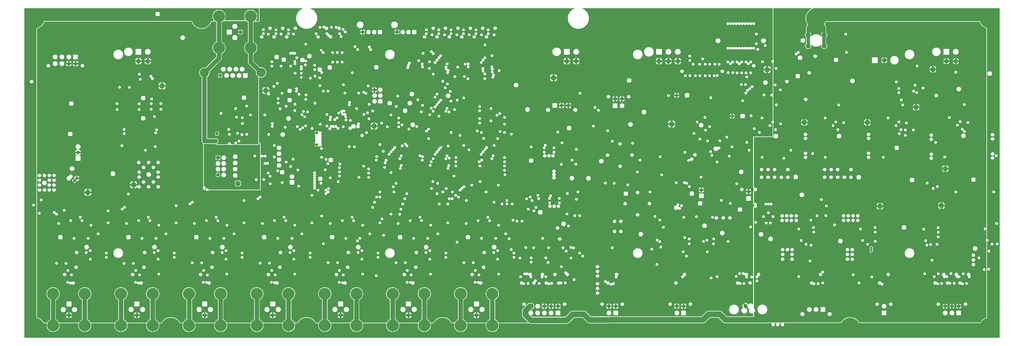
<source format=gbr>
G04 FAB 3000 Version 8.1.40 - Gerber/CAM Software*
G04 RS274-X Output*
%FSLAX35Y35*%
%MIA0B0*%
%MOIN*%
%SFA1.000000B1.000000*%

%IPPOS*%
%AMRECT_ROUNDED85*
4,1,38,0.000000,0.012500,
-0.010250,0.012500,
-0.011549,0.012363,
-0.012792,0.011960,
-0.013924,0.011306,
-0.014895,0.010432,
-0.015663,0.009375,
-0.016194,0.008181,
-0.016466,0.006903,
-0.016500,0.006250,
-0.016500,-0.006250,
-0.016363,-0.007549,
-0.015960,-0.008792,
-0.015306,-0.009924,
-0.014432,-0.010895,
-0.013375,-0.011663,
-0.012181,-0.012194,
-0.010903,-0.012466,
-0.010250,-0.012500,
0.010250,-0.012500,
0.011549,-0.012363,
0.012792,-0.011960,
0.013924,-0.011306,
0.014895,-0.010432,
0.015663,-0.009375,
0.016194,-0.008181,
0.016466,-0.006903,
0.016500,-0.006250,
0.016500,0.006250,
0.016363,0.007549,
0.015960,0.008792,
0.015306,0.009924,
0.014432,0.010895,
0.013375,0.011663,
0.012181,0.012194,
0.010903,0.012466,
0.010250,0.012500,
0.000000,0.012500,
0.000000,0.012500,0.0*
%
%AMRECT_ROUNDED179*
4,1,38,0.000000,0.007874,
-0.008858,0.007874,
-0.009677,0.007788,
-0.010460,0.007534,
-0.011172,0.007122,
-0.011784,0.006571,
-0.012268,0.005906,
-0.012603,0.005154,
-0.012774,0.004349,
-0.012795,0.003937,
-0.012795,-0.003937,
-0.012709,-0.004756,
-0.012455,-0.005538,
-0.012043,-0.006251,
-0.011493,-0.006863,
-0.010827,-0.007347,
-0.010075,-0.007681,
-0.009270,-0.007852,
-0.008858,-0.007874,
0.008858,-0.007874,
0.009677,-0.007788,
0.010460,-0.007534,
0.011172,-0.007122,
0.011784,-0.006571,
0.012268,-0.005906,
0.012603,-0.005154,
0.012774,-0.004349,
0.012795,-0.003937,
0.012795,0.003937,
0.012709,0.004756,
0.012455,0.005538,
0.012043,0.006251,
0.011493,0.006863,
0.010827,0.007347,
0.010075,0.007681,
0.009270,0.007852,
0.008858,0.007874,
0.000000,0.007874,
0.000000,0.007874,0.0*
%
%AMRECT_ROUNDED201*
4,1,38,0.000000,0.040500,
-0.020250,0.040500,
-0.024460,0.040057,
-0.028486,0.038749,
-0.032153,0.036633,
-0.035299,0.033800,
-0.037787,0.030375,
-0.039509,0.026508,
-0.040389,0.022367,
-0.040500,0.020250,
-0.040500,-0.020250,
-0.040057,-0.024460,
-0.038749,-0.028486,
-0.036633,-0.032153,
-0.033800,-0.035299,
-0.030375,-0.037787,
-0.026508,-0.039509,
-0.022367,-0.040389,
-0.020250,-0.040500,
0.020250,-0.040500,
0.024460,-0.040057,
0.028486,-0.038749,
0.032153,-0.036633,
0.035299,-0.033800,
0.037787,-0.030375,
0.039509,-0.026508,
0.040389,-0.022367,
0.040500,-0.020250,
0.040500,0.020250,
0.040057,0.024460,
0.038749,0.028486,
0.036633,0.032153,
0.033800,0.035299,
0.030375,0.037787,
0.026508,0.039509,
0.022367,0.040389,
0.020250,0.040500,
0.000000,0.040500,
0.000000,0.040500,0.0*
%
%AMoval87x72.189_55*
4,1,41,0.025300,0.026700,
0.033800,0.014600,
0.036808,0.009402,
0.038912,0.003778,
0.040053,-0.002118,
0.040200,-0.008121,
0.039349,-0.014066,
0.037523,-0.019787,
0.034773,-0.025125,
0.031176,-0.029934,
0.026830,-0.034078,
0.021857,-0.037444,
0.016394,-0.039938,
0.010593,-0.041491,
0.004615,-0.042060,
-0.001375,-0.041629,
-0.007210,-0.040210,
-0.012729,-0.037842,
-0.017778,-0.034591,
-0.022218,-0.030548,
-0.025300,-0.026700,
-0.033800,-0.014600,
-0.036808,-0.009402,
-0.038912,-0.003778,
-0.040053,0.002118,
-0.040200,0.008121,
-0.039349,0.014066,
-0.037523,0.019787,
-0.034773,0.025125,
-0.031176,0.029934,
-0.026830,0.034078,
-0.021857,0.037444,
-0.016394,0.039938,
-0.010593,0.041491,
-0.004615,0.042060,
0.001375,0.041629,
0.007210,0.040210,
0.012729,0.037842,
0.017778,0.034591,
0.022218,0.030548,
0.025300,0.026700,
0.025300,0.026700,0.0*
%
%AMoval89x72.189_25*
4,1,41,0.007600,0.036200,
0.022800,0.029100,
0.028005,0.026121,
0.032643,0.022319,
0.036585,0.017799,
0.039721,0.012687,
0.041964,0.007124,
0.043252,0.001267,
0.043548,-0.004723,
0.042845,-0.010679,
0.041163,-0.016436,
0.038547,-0.021833,
0.035070,-0.026720,
0.030830,-0.030961,
0.025944,-0.034440,
0.020549,-0.037057,
0.014793,-0.038743,
0.008837,-0.039448,
0.002847,-0.039154,
-0.003011,-0.037869,
-0.007600,-0.036200,
-0.022800,-0.029100,
-0.028005,-0.026121,
-0.032643,-0.022319,
-0.036585,-0.017799,
-0.039721,-0.012687,
-0.041964,-0.007124,
-0.043252,-0.001267,
-0.043548,0.004723,
-0.042846,0.010679,
-0.041163,0.016435,
-0.038547,0.021833,
-0.035070,0.026720,
-0.030830,0.030961,
-0.025944,0.034440,
-0.020549,0.037057,
-0.014793,0.038743,
-0.008837,0.039448,
-0.002847,0.039154,
0.003011,0.037869,
0.007600,0.036200,
0.007600,0.036200,0.0*
%
%AMoval89x72.189_335*
4,1,41,-0.022800,0.029100,
-0.007600,0.036200,
-0.001963,0.038269,
0.003940,0.039374,
0.009944,0.039483,
0.015883,0.038596,
0.021592,0.036735,
0.026913,0.033952,
0.031699,0.030324,
0.035816,0.025953,
0.039151,0.020959,
0.041611,0.015481,
0.043128,0.009671,
0.043659,0.003690,
0.043191,-0.002297,
0.041735,-0.008122,
0.039333,-0.013626,
0.036051,-0.018655,
0.031980,-0.023069,
0.027233,-0.026747,
0.022800,-0.029100,
0.007600,-0.036200,
0.001963,-0.038269,
-0.003940,-0.039374,
-0.009944,-0.039483,
-0.015883,-0.038596,
-0.021592,-0.036735,
-0.026913,-0.033952,
-0.031699,-0.030324,
-0.035816,-0.025953,
-0.039151,-0.020959,
-0.041611,-0.015481,
-0.043128,-0.009671,
-0.043659,-0.003690,
-0.043191,0.002296,
-0.041735,0.008122,
-0.039333,0.013626,
-0.036051,0.018655,
-0.031980,0.023069,
-0.027233,0.026747,
-0.022800,0.029100,
-0.022800,0.029100,0.0*
%
%AMoval87x72.189_305*
4,1,41,-0.033800,0.014600,
-0.025300,0.026700,
-0.021454,0.031309,
-0.016897,0.035217,
-0.011754,0.038314,
-0.006169,0.040514,
-0.000296,0.041756,
0.005702,0.042007,
0.011658,0.041257,
0.017407,0.039530,
0.022791,0.036872,
0.027657,0.033358,
0.031874,0.029085,
0.035322,0.024170,
0.037906,0.018752,
0.039556,0.012980,
0.040224,0.007014,
0.039892,0.001020,
0.038570,-0.004835,
0.036295,-0.010391,
0.033800,-0.014600,
0.025300,-0.026700,
0.021454,-0.031309,
0.016897,-0.035217,
0.011754,-0.038314,
0.006169,-0.040514,
0.000296,-0.041756,
-0.005702,-0.042007,
-0.011658,-0.041257,
-0.017407,-0.039530,
-0.022791,-0.036872,
-0.027657,-0.033358,
-0.031873,-0.029085,
-0.035322,-0.024170,
-0.037906,-0.018752,
-0.039556,-0.012980,
-0.040224,-0.007014,
-0.039892,-0.001020,
-0.038570,0.004835,
-0.036295,0.010391,
-0.033800,0.014600,
-0.033800,0.014600,0.0*
%
%AMOCTAGON212*
4,1,9,-0.011000,0.022000,
-0.022000,0.011000,
-0.022000,-0.011000,
-0.011000,-0.022000,
0.011000,-0.022000,
0.022000,-0.011000,
0.022000,0.011000,
0.011000,0.022000,
-0.011000,0.022000,
-0.011000,0.022000,0.0*
%
%AMRECT_ROUNDED256*
4,1,38,0.000000,0.026500,
-0.013250,0.026500,
-0.016005,0.026210,
-0.018639,0.025354,
-0.021038,0.023969,
-0.023097,0.022116,
-0.024725,0.019875,
-0.025851,0.017344,
-0.026427,0.014635,
-0.026500,0.013250,
-0.026500,-0.013250,
-0.026210,-0.016005,
-0.025354,-0.018639,
-0.023969,-0.021038,
-0.022116,-0.023097,
-0.019875,-0.024725,
-0.017344,-0.025851,
-0.014635,-0.026427,
-0.013250,-0.026500,
0.013250,-0.026500,
0.016005,-0.026210,
0.018639,-0.025354,
0.021038,-0.023969,
0.023097,-0.022116,
0.024725,-0.019875,
0.025851,-0.017344,
0.026427,-0.014635,
0.026500,-0.013250,
0.026500,0.013250,
0.026210,0.016005,
0.025354,0.018639,
0.023969,0.021038,
0.022116,0.023097,
0.019875,0.024725,
0.017344,0.025852,
0.014635,0.026427,
0.013250,0.026500,
0.000000,0.026500,
0.000000,0.026500,0.0*
%
%AMRECT_ROUNDED257*
4,1,38,0.000000,0.028500,
-0.014250,0.028500,
-0.017213,0.028189,
-0.020046,0.027268,
-0.022626,0.025778,
-0.024840,0.023785,
-0.026591,0.021375,
-0.027803,0.018653,
-0.028422,0.015740,
-0.028500,0.014250,
-0.028500,-0.014250,
-0.028189,-0.017213,
-0.027268,-0.020046,
-0.025778,-0.022626,
-0.023785,-0.024840,
-0.021375,-0.026591,
-0.018653,-0.027803,
-0.015740,-0.028422,
-0.014250,-0.028500,
0.014250,-0.028500,
0.017213,-0.028189,
0.020046,-0.027268,
0.022626,-0.025778,
0.024840,-0.023785,
0.026591,-0.021375,
0.027803,-0.018654,
0.028422,-0.015740,
0.028500,-0.014250,
0.028500,0.014250,
0.028189,0.017213,
0.027268,0.020046,
0.025778,0.022626,
0.023785,0.024840,
0.021375,0.026591,
0.018653,0.027803,
0.015740,0.028422,
0.014250,0.028500,
0.000000,0.028500,
0.000000,0.028500,0.0*
%
%AMoval83x68.189_55*
4,1,41,0.023600,0.025600,
0.032100,0.013400,
0.035005,0.008346,
0.037004,0.002870,
0.038037,-0.002867,
0.038074,-0.008696,
0.037115,-0.014446,
0.035187,-0.019947,
0.032348,-0.025038,
0.028680,-0.029569,
0.024291,-0.033406,
0.019311,-0.036437,
0.013887,-0.038572,
0.008178,-0.039748,
0.002351,-0.039931,
-0.003420,-0.039116,
-0.008969,-0.037326,
-0.014129,-0.034615,
-0.018750,-0.031061,
-0.022695,-0.026770,
-0.023600,-0.025600,
-0.032100,-0.013400,
-0.035005,-0.008346,
-0.037004,-0.002870,
-0.038037,0.002867,
-0.038074,0.008696,
-0.037115,0.014446,
-0.035187,0.019948,
-0.032348,0.025038,
-0.028680,0.029569,
-0.024291,0.033406,
-0.019311,0.036437,
-0.013887,0.038572,
-0.008178,0.039748,
-0.002351,0.039931,
0.003420,0.039116,
0.008969,0.037326,
0.014129,0.034615,
0.018750,0.031061,
0.022695,0.026770,
0.023600,0.025600,
0.023600,0.025600,0.0*
%
%AMoval85x68.189_25*
4,1,41,0.006700,0.034400,
0.022000,0.027300,
0.027051,0.024386,
0.031530,0.020653,
0.035305,0.016209,
0.038265,0.011185,
0.040323,0.005730,
0.041419,0.000002,
0.041520,-0.005827,
0.040624,-0.011589,
0.038756,-0.017113,
0.035972,-0.022236,
0.032353,-0.026808,
0.028006,-0.030695,
0.023059,-0.033782,
0.017658,-0.035978,
0.011961,-0.037219,
0.006135,-0.037468,
0.000352,-0.036719,
-0.005217,-0.034992,
-0.006700,-0.034400,
-0.022000,-0.027300,
-0.027051,-0.024386,
-0.031530,-0.020653,
-0.035305,-0.016209,
-0.038265,-0.011185,
-0.040323,-0.005730,
-0.041419,-0.000002,
-0.041520,0.005827,
-0.040624,0.011589,
-0.038756,0.017113,
-0.035972,0.022236,
-0.032353,0.026808,
-0.028006,0.030695,
-0.023059,0.033782,
-0.017658,0.035978,
-0.011961,0.037219,
-0.006135,0.037468,
-0.000352,0.036719,
0.005217,0.034992,
0.006700,0.034400,
0.006700,0.034400,0.0*
%
%AMoval85x68.189_335*
4,1,41,-0.022000,0.027300,
-0.006700,0.034400,
-0.001214,0.036388,
0.004531,0.037410,
0.010366,0.037436,
0.016120,0.036465,
0.021623,0.034526,
0.026715,0.031676,
0.031245,0.027999,
0.035081,0.023602,
0.038110,0.018614,
0.040243,0.013183,
0.041417,0.007467,
0.041597,0.001635,
0.040780,-0.004143,
0.038987,-0.009696,
0.036273,-0.014861,
0.032717,-0.019487,
0.028423,-0.023439,
0.023518,-0.026598,
0.022000,-0.027300,
0.006700,-0.034400,
0.001214,-0.036388,
-0.004531,-0.037410,
-0.010366,-0.037436,
-0.016120,-0.036465,
-0.021623,-0.034526,
-0.026715,-0.031676,
-0.031245,-0.027999,
-0.035081,-0.023602,
-0.038110,-0.018614,
-0.040243,-0.013183,
-0.041417,-0.007467,
-0.041597,-0.001635,
-0.040780,0.004143,
-0.038987,0.009696,
-0.036273,0.014861,
-0.032717,0.019487,
-0.028423,0.023439,
-0.023518,0.026598,
-0.022000,0.027300,
-0.022000,0.027300,0.0*
%
%AMoval83x68.189_305*
4,1,41,-0.032100,0.013400,
-0.023600,0.025600,
-0.019843,0.030061,
-0.015379,0.033814,
-0.010340,0.036750,
-0.004873,0.038782,
0.000860,0.039850,
0.006692,0.039923,
0.012450,0.038999,
0.017967,0.037104,
0.023078,0.034295,
0.027634,0.030654,
0.031501,0.026289,
0.034566,0.021326,
0.036738,0.015914,
0.037953,0.010210,
0.038176,0.004382,
0.037400,-0.001398,
0.035648,-0.006961,
0.032972,-0.012143,
0.032100,-0.013400,
0.023600,-0.025600,
0.019843,-0.030061,
0.015379,-0.033815,
0.010340,-0.036750,
0.004873,-0.038782,
-0.000860,-0.039850,
-0.006692,-0.039923,
-0.012450,-0.038999,
-0.017967,-0.037104,
-0.023078,-0.034295,
-0.027634,-0.030654,
-0.031501,-0.026289,
-0.034566,-0.021326,
-0.036738,-0.015914,
-0.037953,-0.010209,
-0.038176,-0.004381,
-0.037400,0.001398,
-0.035648,0.006961,
-0.032972,0.012143,
-0.032100,0.013400,
-0.032100,0.013400,0.0*
%
%AMRECT_ROUNDED368*
4,1,38,0.000000,0.021654,
-0.005906,0.021654,
-0.007133,0.021524,
-0.008308,0.021143,
-0.009377,0.020526,
-0.010294,0.019700,
-0.011020,0.018701,
-0.011522,0.017573,
-0.011779,0.016365,
-0.011811,0.015748,
-0.011811,-0.015748,
-0.011682,-0.016976,
-0.011300,-0.018150,
-0.010683,-0.019219,
-0.009857,-0.020137,
-0.008858,-0.020862,
-0.007730,-0.021365,
-0.006523,-0.021621,
-0.005906,-0.021654,
0.005906,-0.021654,
0.007133,-0.021524,
0.008307,-0.021143,
0.009377,-0.020526,
0.010294,-0.019700,
0.011020,-0.018701,
0.011522,-0.017573,
0.011779,-0.016365,
0.011811,-0.015748,
0.011811,0.015748,
0.011682,0.016976,
0.011300,0.018150,
0.010683,0.019219,
0.009857,0.020137,
0.008858,0.020862,
0.007730,0.021365,
0.006523,0.021621,
0.005906,0.021654,
0.000000,0.021654,
0.000000,0.021654,0.0*
%
%AMRECT_ROUNDED374*
4,1,42,0.000000,0.052165,
-0.065453,0.052165,
-0.070535,0.051665,
-0.075423,0.050185,
-0.079929,0.047780,
-0.083879,0.044543,
-0.087123,0.040598,
-0.089536,0.036097,
-0.091026,0.031212,
-0.091535,0.026131,
-0.091535,0.026083,
-0.091535,-0.026083,
-0.091035,-0.031165,
-0.089555,-0.036053,
-0.087150,-0.040558,
-0.083913,-0.044509,
-0.079968,-0.047753,
-0.075467,-0.050166,
-0.070582,-0.051656,
-0.065501,-0.052165,
-0.065453,-0.052165,
0.065453,-0.052165,
0.070535,-0.051665,
0.075423,-0.050185,
0.079929,-0.047780,
0.083879,-0.044543,
0.087123,-0.040598,
0.089536,-0.036097,
0.091026,-0.031212,
0.091535,-0.026131,
0.091535,-0.026083,
0.091535,0.026083,
0.091035,0.031165,
0.089555,0.036053,
0.087150,0.040558,
0.083913,0.044509,
0.079968,0.047753,
0.075467,0.050166,
0.070582,0.051656,
0.065501,0.052165,
0.065453,0.052165,
0.000000,0.052165,
0.000000,0.052165,0.0*
%
%AMRECT_ROUNDED382*
4,1,38,0.000000,0.020500,
-0.013250,0.020500,
-0.014757,0.020342,
-0.016199,0.019873,
-0.017511,0.019115,
-0.018638,0.018101,
-0.019529,0.016875,
-0.020145,0.015490,
-0.020460,0.014008,
-0.020500,0.013250,
-0.020500,-0.013250,
-0.020342,-0.014757,
-0.019873,-0.016199,
-0.019115,-0.017511,
-0.018101,-0.018638,
-0.016875,-0.019529,
-0.015490,-0.020145,
-0.014008,-0.020460,
-0.013250,-0.020500,
0.013250,-0.020500,
0.014757,-0.020342,
0.016199,-0.019873,
0.017511,-0.019115,
0.018638,-0.018101,
0.019529,-0.016875,
0.020145,-0.015490,
0.020460,-0.014008,
0.020500,-0.013250,
0.020500,0.013250,
0.020342,0.014757,
0.019873,0.016199,
0.019115,0.017511,
0.018101,0.018638,
0.016875,0.019529,
0.015490,0.020145,
0.014008,0.020460,
0.013250,0.020500,
0.000000,0.020500,
0.000000,0.020500,0.0*
%
%AMRECT_ROUNDED383*
4,1,38,0.000000,0.022500,
-0.014250,0.022500,
-0.015965,0.022320,
-0.017606,0.021787,
-0.019099,0.020924,
-0.020381,0.019770,
-0.021395,0.018375,
-0.022096,0.016799,
-0.022455,0.015112,
-0.022500,0.014250,
-0.022500,-0.014250,
-0.022320,-0.015965,
-0.021787,-0.017606,
-0.020924,-0.019099,
-0.019770,-0.020381,
-0.018375,-0.021395,
-0.016799,-0.022096,
-0.015112,-0.022455,
-0.014250,-0.022500,
0.014250,-0.022500,
0.015965,-0.022320,
0.017606,-0.021787,
0.019099,-0.020924,
0.020381,-0.019770,
0.021395,-0.018375,
0.022096,-0.016799,
0.022455,-0.015112,
0.022500,-0.014250,
0.022500,0.014250,
0.022320,0.015965,
0.021787,0.017606,
0.020924,0.019099,
0.019770,0.020381,
0.018375,0.021395,
0.016799,0.022096,
0.015112,0.022455,
0.014250,0.022500,
0.000000,0.022500,
0.000000,0.022500,0.0*
%
%ADD10C,0.005000*%
%ADD11C,0.010000*%
%ADD12C,0.009843*%
%ADD14C,0.007874*%
%ADD15C,0.006000*%
%ADD16C,0.020000*%
%ADD18C,0.008000*%
%ADD21R,0.010875X0.005512*%
%ADD22R,0.005512X0.010876*%
%ADD23C,0.006938*%
%ADD26R,0.007350X0.014500*%
%ADD27R,0.014500X0.007350*%
%ADD30C,0.009250*%
%ADD47R,0.056850X0.078650*%
%ADD48R,0.026564X0.013465*%
%ADD54R,0.024157X0.007914*%
%ADD58R,0.003910X0.018470*%
%ADD59C,0.005990*%
%ADD60C,0.012314*%
%ADD61C,0.012355*%
%ADD62R,0.003910X0.029037*%
%ADD63C,0.032906*%
%ADD64C,0.027414*%
%ADD75R,0.011625X0.057675*%
%ADD84R,0.033000X0.025000*%
%ADD85RECT_ROUNDED85*%
%ADD86R,0.137795X0.086614*%
%ADD110R,0.023622X0.043307*%
%ADD112R,0.033465X0.023622*%
%ADD129R,0.055118X0.061024*%
%ADD130R,0.055118X0.059055*%
%ADD136R,0.039370X0.043307*%
%ADD145R,0.055118X0.043307*%
%ADD150R,0.043307X0.039370*%
%ADD154R,0.090551X0.090551*%
%ADD158R,0.059055X0.114173*%
%ADD162R,0.047244X0.051181*%
%ADD163R,0.051181X0.047244*%
%ADD164R,0.114173X0.059055*%
%ADD169R,0.039370X0.062992*%
%ADD178R,0.043307X0.055118*%
%ADD179RECT_ROUNDED179*%
%ADD180R,0.025591X0.015748*%
%ADD184R,0.023622X0.033465*%
%ADD190C,0.150000*%
%ADD193C,0.062000*%
%ADD194R,0.062000X0.062000*%
%ADD195C,0.039370*%
%ADD196C,0.066000*%
%ADD197R,0.066000X0.066000*%
%ADD198C,0.064000*%
%ADD200C,0.059055*%
%ADD201RECT_ROUNDED201*%
%ADD204C,0.065000*%
%ADD205R,0.065000X0.065000*%
%ADD206C,0.314961*%
%ADD207oval87x72.189_55*%
%ADD208oval89x72.189_25*%
%ADD209oval89x72.189_335*%
%ADD210oval87x72.189_305*%
%ADD211C,0.044000*%
%ADD212OCTAGON212*%
%ADD213C,0.058000*%
%ADD214R,0.058000X0.058000*%
%ADD215C,0.160000*%
%ADD216C,0.055000*%
%ADD217C,0.045000*%
%ADD218C,0.215000*%
%ADD219C,0.090000*%
%ADD220R,0.057000X0.057000*%
%ADD221C,0.057000*%
%ADD222C,0.096000*%
%ADD223R,0.080000X0.080000*%
%ADD224C,0.080000*%
%ADD225C,0.148000*%
%ADD226C,0.128500*%
%ADD227C,0.146000*%
%ADD228C,0.208661*%
%ADD229C,0.069000*%
%ADD230R,0.069000X0.069000*%
%ADD231C,0.050000*%
%ADD232C,0.032000*%
%ADD234C,0.040000*%
%ADD235C,0.060000*%
%ADD236C,0.030000*%
%ADD237C,0.015000*%
%ADD238C,0.075000*%
%ADD239C,0.018000*%
%ADD240C,0.025000*%
%ADD241C,0.014000*%
%ADD242C,0.023000*%
%ADD244C,0.100000*%
%ADD246C,0.022000*%
%ADD247C,0.017000*%
%ADD255R,0.060000X0.060000*%
%ADD256RECT_ROUNDED256*%
%ADD257RECT_ROUNDED257*%
%ADD258C,0.053000*%
%ADD259oval83x68.189_55*%
%ADD260oval85x68.189_25*%
%ADD261oval85x68.189_335*%
%ADD262oval83x68.189_305*%
%ADD263C,0.195000*%
%ADD264C,0.128000*%
%ADD265C,0.027000*%
%ADD277R,0.022186X0.024154*%
%ADD278R,0.032025X0.059587*%
%ADD280R,0.047775X0.047776*%
%ADD281R,0.071394X0.045806*%
%ADD282C,0.166802*%
%ADD283C,0.167808*%
%ADD285C,0.100863*%
%ADD286R,0.024153X0.022185*%
%ADD287C,0.047921*%
%ADD293C,0.149219*%
%ADD296C,0.082707*%
%ADD298C,0.060676*%
%ADD299R,0.038501X0.038498*%
%ADD301R,0.082000X0.082000*%
%ADD305R,0.024154X0.030057*%
%ADD306R,0.030060X0.024154*%
%ADD309R,0.028092X0.026120*%
%ADD311R,0.019000X0.015001*%
%ADD312R,0.019233X0.014309*%
%ADD314C,0.059507*%
%ADD315C,0.170822*%
%ADD316C,0.060517*%
%ADD317C,0.070605*%
%ADD318R,0.022187X0.033995*%
%ADD320C,0.084724*%
%ADD321R,0.026120X0.028091*%
%ADD324C,0.079737*%
%ADD325C,0.080691*%
%ADD326R,0.030058X0.032028*%
%ADD327C,0.229369*%
%ADD328C,0.116561*%
%ADD329C,0.077664*%
%ADD330R,0.089000X0.089000*%
%ADD331R,0.077000X0.077000*%
%ADD356C,0.089768*%
%ADD360R,0.035001X0.035000*%
%ADD361C,0.078673*%
%ADD362R,0.100000X0.100000*%
%ADD363R,0.078000X0.078000*%
%ADD367R,0.029000X0.161000*%
%ADD368RECT_ROUNDED368*%
%ADD369R,0.070000X0.200000*%
%ADD370R,0.094488X0.129921*%
%ADD371R,0.053150X0.129921*%
%ADD372C,0.267717*%
%ADD373R,0.433071X0.433071*%
%ADD374RECT_ROUNDED374*%
%ADD375R,0.183071X0.104331*%
%ADD376C,0.125000*%
%ADD377R,0.219036X0.219033*%
%ADD378R,0.134173X0.079055*%
%ADD379R,0.014314X0.019230*%
%ADD380C,0.288606*%
%ADD381R,0.033000X0.165000*%
%ADD382RECT_ROUNDED382*%
%ADD383RECT_ROUNDED383*%
%ADD384C,0.041000*%
%ADD385R,0.579625X0.156017*%
%ADD386R,0.038944X0.021454*%
%ADD387R,0.494885X0.112822*%
%ADD388R,0.009343X0.070440*%
%ADD389R,0.026564X0.008702*%
%ADD390R,0.023175X0.062105*%
%ADD391R,0.405774X0.130015*%
%ADD392R,0.011894X0.089666*%
%ADD393R,0.033815X0.011077*%
%ADD394R,0.466047X0.123006*%
%ADD395R,0.418150X0.114700*%
%ADD396R,0.011024X0.057675*%
%ADD397R,0.417901X0.131531*%
%ADD398C,0.036380*%
%ADD399C,0.001959*%
%ADD400R,0.000370X0.000710*%
%ADD401C,0.001359*%
%ADD402R,0.730506X0.156017*%
%ADD403R,0.072876X0.024836*%
%ADD404R,0.029499X0.079055*%
%ADD405R,0.384320X0.130015*%
%ADD406R,0.289400X0.118700*%
%ADD407C,0.018500*%
%ADD408R,0.231250X0.098950*%
%ADD409R,0.240325X0.098950*%
%ADD410R,0.508535X0.111815*%
%ADD411R,0.030594X0.016854*%
%ADD412R,0.377673X0.130015*%
%LNgnd_0*%
%LPD*%
G36*
X1697961Y2039D02*
G01X2039D01*
Y576701D01*
X409807D01*
Y554268D01*
X404295D01*
X404018Y554868D01*
X404947Y555956D01*
X405888Y557490D01*
X406576Y559153D01*
X406997Y560903D01*
X407098Y562197D01*
X396169D01*
Y551268D01*
X397463Y551370D01*
X398841Y551700D01*
X399441Y551270D01*
Y519006D01*
X398841Y518575D01*
X397463Y518906D01*
X396169Y519008D01*
Y507579D01*
Y496150D01*
X397463Y496252D01*
X398841Y496582D01*
X399441Y496152D01*
Y484701D01*
X399518Y484311D01*
X399739Y483980D01*
X410141Y473579D01*
X409981Y472890D01*
X408684Y472197D01*
X407314Y471072D01*
X406189Y469702D01*
X405496Y468405D01*
X404807Y468245D01*
X393050Y480003D01*
X392411Y480835D01*
X392035Y481743D01*
X391898Y482783D01*
Y496152D01*
X392498Y496582D01*
X393875Y496252D01*
X395169Y496150D01*
Y507579D01*
Y519008D01*
X393875Y518906D01*
X392498Y518575D01*
X391898Y519006D01*
Y551270D01*
X392498Y551700D01*
X393875Y551370D01*
X395169Y551268D01*
Y562197D01*
X384240D01*
X384342Y560903D01*
X384762Y559153D01*
X385451Y557490D01*
X386291Y556120D01*
X386049Y555520D01*
X350172D01*
X349930Y556120D01*
X350770Y557490D01*
X351458Y559153D01*
X351878Y560903D01*
X351980Y562197D01*
X341051D01*
Y551268D01*
X342345Y551370D01*
X343723Y551700D01*
X344323Y551270D01*
Y519006D01*
X343723Y518575D01*
X342345Y518906D01*
X341051Y519008D01*
Y507579D01*
Y496150D01*
X342345Y496252D01*
X343723Y496582D01*
X344323Y496152D01*
Y489687D01*
X344186Y488646D01*
X343810Y487738D01*
X343171Y486906D01*
X324010Y467745D01*
X323321Y467905D01*
X322628Y469202D01*
X321503Y470572D01*
X320133Y471697D01*
X318836Y472390D01*
X318677Y473079D01*
X336481Y490883D01*
X336702Y491214D01*
X336780Y491604D01*
Y496152D01*
X337380Y496582D01*
X338757Y496252D01*
X340051Y496150D01*
Y507579D01*
Y519008D01*
X338757Y518906D01*
X337380Y518575D01*
X336780Y519006D01*
Y551270D01*
X337380Y551700D01*
X338757Y551370D01*
X340051Y551268D01*
Y562197D01*
X329122D01*
X329224Y560903D01*
X329644Y559153D01*
X330333Y557490D01*
X331273Y555956D01*
X332202Y554868D01*
X331926Y554268D01*
X327437D01*
X327404Y554261D01*
X327371Y554265D01*
X327210Y554222D01*
X327047Y554190D01*
X327019Y554171D01*
X326986Y554163D01*
X326854Y554061D01*
X326716Y553969D01*
X326698Y553941D01*
X326671Y553920D01*
X326588Y553776D01*
X326495Y553638D01*
X326489Y553605D01*
X326472Y553576D01*
X326089Y552448D01*
X325090Y550422D01*
X323835Y548545D01*
X322346Y546847D01*
X320648Y545358D01*
X318770Y544103D01*
X316745Y543104D01*
X314606Y542378D01*
X312391Y541937D01*
X310138Y541790D01*
X307884Y541937D01*
X305669Y542378D01*
X303531Y543104D01*
X301505Y544103D01*
X299627Y545358D01*
X297929Y546847D01*
X296440Y548545D01*
X295185Y550422D01*
X294187Y552448D01*
X293804Y553576D01*
X293787Y553605D01*
X293780Y553638D01*
X293688Y553776D01*
X293605Y553920D01*
X293578Y553941D01*
X293559Y553969D01*
X293421Y554061D01*
X293289Y554162D01*
X293257Y554171D01*
X293228Y554190D01*
X293065Y554222D01*
X292905Y554265D01*
X292871Y554261D01*
X292838Y554268D01*
X36984D01*
X36951Y554261D01*
X36918Y554265D01*
X36757Y554222D01*
X36594Y554190D01*
X36566Y554171D01*
X36534Y554163D01*
X36402Y554061D01*
X36264Y553969D01*
X36245Y553941D01*
X36218Y553920D01*
X36135Y553776D01*
X36043Y553638D01*
X36036Y553605D01*
X36019Y553576D01*
X35636Y552448D01*
X34637Y550422D01*
X33383Y548545D01*
X31894Y546847D01*
X30196Y545358D01*
X28318Y544103D01*
X26292Y543104D01*
X24154Y542378D01*
X23915Y542331D01*
X23823Y542292D01*
X23724Y542273D01*
X23641Y542217D01*
X23548Y542178D01*
X23477Y542107D01*
X23393Y542052D01*
X23338Y541968D01*
X23267Y541897D01*
X23228Y541804D01*
X23172Y541721D01*
X23153Y541622D01*
X23114Y541530D01*
Y541429D01*
X23095Y541331D01*
X23094Y37410D01*
X23114Y37311D01*
Y37211D01*
X23153Y37118D01*
X23172Y37019D01*
X23228Y36936D01*
X23266Y36843D01*
X23337Y36772D01*
X23393Y36689D01*
X23477Y36633D01*
X23548Y36562D01*
X23640Y36523D01*
X23724Y36468D01*
X23822Y36448D01*
X23915Y36410D01*
X24154Y36362D01*
X26292Y35636D01*
X28318Y34637D01*
X30196Y33383D01*
X31894Y31894D01*
X33383Y30196D01*
X34637Y28318D01*
X34797Y27994D01*
X34898Y27863D01*
X34990Y27724D01*
X35018Y27706D01*
X35039Y27679D01*
X35183Y27596D01*
X35321Y27503D01*
X35354Y27497D01*
X35383Y27480D01*
X35548Y27458D01*
X35711Y27426D01*
X40587D01*
X40991Y26826D01*
X40648Y25396D01*
X40546Y24102D01*
X51476D01*
Y35031D01*
X50181Y34929D01*
X48804Y34598D01*
X48204Y35029D01*
Y67293D01*
X48804Y67723D01*
X50181Y67393D01*
X51476Y67291D01*
Y78720D01*
X52476D01*
Y67291D01*
X53769Y67393D01*
X55147Y67723D01*
X55747Y67293D01*
Y35029D01*
X55147Y34598D01*
X53769Y34929D01*
X52476Y35031D01*
Y24102D01*
X63405D01*
X63303Y25396D01*
X62959Y26826D01*
X63364Y27426D01*
X95705D01*
X96110Y26826D01*
X95766Y25396D01*
X95664Y24102D01*
X106594D01*
Y35031D01*
X105299Y34929D01*
X103922Y34598D01*
X103322Y35029D01*
Y67293D01*
X103922Y67723D01*
X105299Y67393D01*
X106594Y67291D01*
Y78720D01*
X107594D01*
Y67291D01*
X108888Y67393D01*
X110265Y67723D01*
X110865Y67293D01*
Y35029D01*
X110265Y34598D01*
X108888Y34929D01*
X107594Y35031D01*
Y24102D01*
X118523D01*
X118421Y25396D01*
X118078Y26826D01*
X118483Y27426D01*
X158684D01*
X159099Y26826D01*
X158760Y25416D01*
X158658Y24122D01*
X169587D01*
Y35051D01*
X168293Y34949D01*
X166916Y34619D01*
X166316Y35049D01*
Y67313D01*
X166916Y67744D01*
X168293Y67413D01*
X169587Y67311D01*
Y78740D01*
X170587D01*
Y67311D01*
X171881Y67413D01*
X173259Y67744D01*
X173859Y67313D01*
Y35049D01*
X173259Y34619D01*
X171881Y34949D01*
X170587Y35051D01*
Y24122D01*
X181516D01*
X181415Y25416D01*
X181076Y26826D01*
X181491Y27426D01*
X213802D01*
X214217Y26826D01*
X213878Y25416D01*
X213776Y24122D01*
X224705D01*
Y35051D01*
X223411Y34949D01*
X222034Y34619D01*
X221434Y35049D01*
Y67313D01*
X222034Y67744D01*
X223411Y67413D01*
X224706Y67311D01*
Y78740D01*
X225706D01*
Y67311D01*
X227000Y67413D01*
X228377Y67744D01*
X228977Y67313D01*
Y35049D01*
X228377Y34619D01*
X227000Y34949D01*
X225705Y35051D01*
Y24122D01*
X236635D01*
X236533Y25416D01*
X236194Y26826D01*
X236609Y27426D01*
X240667D01*
X240830Y27458D01*
X240995Y27480D01*
X241024Y27497D01*
X241057Y27503D01*
X241195Y27596D01*
X241339Y27679D01*
X241360Y27706D01*
X241388Y27724D01*
X241480Y27862D01*
X241581Y27994D01*
X241740Y28317D01*
X242995Y30195D01*
X244484Y31893D01*
X246182Y33382D01*
X248060Y34636D01*
X250086Y35635D01*
X252224Y36361D01*
X254439Y36802D01*
X256693Y36950D01*
X258946Y36802D01*
X261161Y36361D01*
X263300Y35635D01*
X265325Y34636D01*
X267203Y33382D01*
X268901Y31893D01*
X270390Y30195D01*
X271645Y28317D01*
X271804Y27994D01*
X271905Y27862D01*
X271998Y27724D01*
X272026Y27706D01*
X272046Y27679D01*
X272190Y27596D01*
X272328Y27503D01*
X272362Y27497D01*
X272391Y27480D01*
X272556Y27458D01*
X272719Y27426D01*
X276792D01*
X277207Y26826D01*
X276869Y25416D01*
X276767Y24122D01*
X287696D01*
Y35051D01*
X286402Y34949D01*
X285396Y34708D01*
X284924Y35079D01*
Y67283D01*
X285396Y67655D01*
X286402Y67413D01*
X287696Y67311D01*
Y78740D01*
X288696D01*
Y67311D01*
X289990Y67413D01*
X291740Y67833D01*
X291968Y67928D01*
X292467Y67594D01*
Y34768D01*
X291968Y34435D01*
X291740Y34529D01*
X289990Y34949D01*
X288696Y35051D01*
Y24122D01*
X299625D01*
X299523Y25416D01*
X299185Y26826D01*
X299600Y27426D01*
X331910D01*
X332325Y26826D01*
X331987Y25416D01*
X331885Y24122D01*
X342814D01*
Y35051D01*
X341520Y34949D01*
X340143Y34619D01*
X339543Y35049D01*
Y67313D01*
X340143Y67744D01*
X341520Y67413D01*
X342814Y67311D01*
Y78740D01*
X343814D01*
Y67311D01*
X345108Y67413D01*
X346485Y67744D01*
X347085Y67313D01*
Y35049D01*
X346485Y34619D01*
X345108Y34949D01*
X343814Y35051D01*
Y24122D01*
X354743D01*
X354641Y25416D01*
X354303Y26826D01*
X354718Y27426D01*
X394902D01*
X395317Y26826D01*
X394979Y25416D01*
X394877Y24122D01*
X405806D01*
Y35051D01*
X404512Y34949D01*
X403135Y34619D01*
X402535Y35049D01*
Y67313D01*
X403135Y67744D01*
X404512Y67413D01*
X405806Y67311D01*
Y78740D01*
X406806D01*
Y67311D01*
X408100Y67413D01*
X409477Y67744D01*
X410077Y67313D01*
Y35049D01*
X409477Y34619D01*
X408100Y34949D01*
X406806Y35051D01*
Y24122D01*
X417735D01*
X417633Y25416D01*
X417295Y26826D01*
X417710Y27426D01*
X450020D01*
X450435Y26826D01*
X450097Y25416D01*
X449995Y24122D01*
X460924D01*
Y35051D01*
X459630Y34949D01*
X458253Y34619D01*
X457653Y35049D01*
Y67313D01*
X458253Y67744D01*
X459630Y67413D01*
X460924Y67311D01*
Y78740D01*
X461924D01*
Y67311D01*
X463218Y67413D01*
X464596Y67744D01*
X465196Y67313D01*
Y35049D01*
X464596Y34619D01*
X463218Y34949D01*
X461924Y35051D01*
Y24122D01*
X472853D01*
X472751Y25416D01*
X472413Y26826D01*
X472828Y27426D01*
X476895D01*
X477058Y27458D01*
X477223Y27480D01*
X477252Y27497D01*
X477286Y27503D01*
X477424Y27596D01*
X477568Y27679D01*
X477588Y27705D01*
X477616Y27724D01*
X477709Y27862D01*
X477810Y27994D01*
X477969Y28317D01*
X479224Y30195D01*
X480713Y31893D01*
X482411Y33382D01*
X484289Y34636D01*
X486314Y35635D01*
X488453Y36361D01*
X490668Y36802D01*
X492921Y36950D01*
X495175Y36802D01*
X497390Y36361D01*
X499528Y35635D01*
X501554Y34636D01*
X503432Y33382D01*
X505130Y31893D01*
X506619Y30195D01*
X507874Y28317D01*
X508033Y27994D01*
X508134Y27862D01*
X508226Y27724D01*
X508254Y27705D01*
X508275Y27679D01*
X508419Y27596D01*
X508557Y27503D01*
X508590Y27497D01*
X508619Y27480D01*
X508784Y27458D01*
X508947Y27426D01*
X513014D01*
X513429Y26826D01*
X513091Y25416D01*
X512989Y24122D01*
X523918D01*
Y35051D01*
X522624Y34949D01*
X521247Y34619D01*
X520647Y35049D01*
Y67313D01*
X521247Y67744D01*
X522624Y67413D01*
X523918Y67311D01*
Y78740D01*
X524918D01*
Y67311D01*
X526212Y67413D01*
X527589Y67744D01*
X528189Y67313D01*
Y35049D01*
X527589Y34619D01*
X526212Y34949D01*
X524918Y35051D01*
Y24122D01*
X535847D01*
X535745Y25416D01*
X535407Y26826D01*
X535822Y27426D01*
X568132D01*
X568547Y26826D01*
X568209Y25416D01*
X568107Y24122D01*
X579036D01*
Y35051D01*
X577742Y34949D01*
X576365Y34619D01*
X575765Y35049D01*
Y67313D01*
X576365Y67744D01*
X577742Y67413D01*
X579036Y67311D01*
Y78740D01*
X580036D01*
Y67311D01*
X581330Y67413D01*
X582708Y67744D01*
X583308Y67313D01*
Y35049D01*
X582708Y34619D01*
X581330Y34949D01*
X580036Y35051D01*
Y24122D01*
X590965D01*
X590863Y25416D01*
X590525Y26826D01*
X590940Y27426D01*
X631125D01*
X631539Y26826D01*
X631201Y25416D01*
X631099Y24122D01*
X642028D01*
Y35051D01*
X640734Y34949D01*
X639357Y34619D01*
X638757Y35049D01*
Y67313D01*
X639357Y67744D01*
X640734Y67413D01*
X642028Y67311D01*
Y78741D01*
X643028D01*
Y67311D01*
X644322Y67413D01*
X645700Y67744D01*
X646300Y67313D01*
Y35049D01*
X645700Y34619D01*
X644322Y34949D01*
X643028Y35051D01*
Y24122D01*
X653957D01*
X653856Y25416D01*
X653517Y26826D01*
X653932Y27426D01*
X686243Y27425D01*
X686658Y26825D01*
X686319Y25416D01*
X686217Y24122D01*
X697146D01*
Y35051D01*
X695852Y34949D01*
X694475Y34619D01*
X693875Y35049D01*
Y67313D01*
X694475Y67744D01*
X695852Y67413D01*
X697146Y67311D01*
Y78740D01*
X698146D01*
Y67311D01*
X699441Y67413D01*
X700818Y67744D01*
X701418Y67313D01*
Y35049D01*
X700818Y34619D01*
X699441Y34949D01*
X698146Y35051D01*
Y24122D01*
X709076D01*
X708974Y25416D01*
X708635Y26825D01*
X709050Y27425D01*
X713116D01*
X713279Y27458D01*
X713444Y27480D01*
X713473Y27496D01*
X713506Y27503D01*
X713644Y27595D01*
X713788Y27679D01*
X713809Y27705D01*
X713837Y27724D01*
X713929Y27862D01*
X714030Y27994D01*
X714189Y28317D01*
X715444Y30195D01*
X716933Y31893D01*
X718631Y33382D01*
X720509Y34636D01*
X722535Y35635D01*
X724673Y36361D01*
X726888Y36802D01*
X729142Y36950D01*
X731395Y36802D01*
X733610Y36361D01*
X735749Y35635D01*
X737774Y34636D01*
X739652Y33382D01*
X741350Y31893D01*
X742839Y30195D01*
X744094Y28317D01*
X744253Y27994D01*
X744354Y27862D01*
X744447Y27724D01*
X744475Y27705D01*
X744495Y27679D01*
X744639Y27595D01*
X744778Y27503D01*
X744811Y27496D01*
X744840Y27480D01*
X745005Y27458D01*
X745168Y27425D01*
X749235D01*
X749650Y26825D01*
X749311Y25416D01*
X749210Y24122D01*
X760138D01*
Y35051D01*
X758845Y34949D01*
X757467Y34619D01*
X756867Y35049D01*
Y67313D01*
X757467Y67744D01*
X758845Y67413D01*
X760138Y67311D01*
Y78740D01*
X761139D01*
Y67311D01*
X762433Y67413D01*
X763810Y67744D01*
X764410Y67313D01*
Y35049D01*
X763810Y34619D01*
X762433Y34949D01*
X761138Y35051D01*
Y24122D01*
X772068D01*
X771966Y25416D01*
X771627Y26825D01*
X772042Y27425D01*
X804353D01*
X804768Y26825D01*
X804429Y25416D01*
X804328Y24122D01*
X815257D01*
Y35051D01*
X813963Y34949D01*
X812585Y34619D01*
X811985Y35049D01*
Y67313D01*
X812585Y67744D01*
X813963Y67413D01*
X815257Y67311D01*
Y78740D01*
X816257D01*
Y67311D01*
X817551Y67413D01*
X818928Y67744D01*
X819528Y67313D01*
Y35049D01*
X818928Y34619D01*
X817551Y34949D01*
X816257Y35051D01*
Y24122D01*
X827186D01*
X827084Y25416D01*
X826746Y26825D01*
X827161Y27425D01*
X877336D01*
X877726Y27503D01*
X878057Y27724D01*
X878802Y27848D01*
X879242Y27487D01*
X880284Y26930D01*
X881415Y26587D01*
X882591Y26471D01*
X945300D01*
X946477Y26587D01*
X947608Y26930D01*
X948650Y27487D01*
X949563Y28237D01*
X958230Y36903D01*
X972495D01*
X980499Y28899D01*
X981413Y28149D01*
X982455Y27592D01*
X983586Y27249D01*
X984762Y27133D01*
X1021162D01*
X1021548Y27171D01*
X1182220D01*
X1183396Y27287D01*
X1184527Y27630D01*
X1185570Y28187D01*
X1186483Y28937D01*
X1194450Y36904D01*
X1208715D01*
X1216682Y28937D01*
X1217596Y28187D01*
X1218638Y27630D01*
X1219769Y27287D01*
X1220945Y27171D01*
X1295500D01*
X1296676Y27287D01*
X1297807Y27630D01*
X1297977Y27721D01*
X1301465D01*
X1301606Y27531D01*
X1301732Y27121D01*
X1301343Y26613D01*
X1301040Y25883D01*
X1300937Y25100D01*
X1301040Y24317D01*
X1301343Y23587D01*
X1301823Y22960D01*
X1302450Y22479D01*
X1303180Y22177D01*
X1303963Y22074D01*
X1304746Y22177D01*
X1305476Y22479D01*
X1306103Y22960D01*
X1306584Y23587D01*
X1306886Y24317D01*
X1306989Y25100D01*
X1306886Y25883D01*
X1306584Y26613D01*
X1306194Y27121D01*
X1306320Y27531D01*
X1306461Y27721D01*
X1309683D01*
X1309825Y27531D01*
X1309951Y27121D01*
X1309561Y26613D01*
X1309259Y25883D01*
X1309156Y25100D01*
X1309259Y24317D01*
X1309561Y23587D01*
X1310042Y22960D01*
X1310669Y22479D01*
X1311398Y22177D01*
X1312182Y22074D01*
X1312965Y22177D01*
X1313695Y22479D01*
X1314321Y22960D01*
X1314802Y23587D01*
X1315104Y24317D01*
X1315207Y25100D01*
X1315104Y25883D01*
X1314802Y26613D01*
X1314413Y27121D01*
X1314539Y27531D01*
X1314680Y27721D01*
X1317902D01*
X1318043Y27531D01*
X1318169Y27121D01*
X1317780Y26613D01*
X1317477Y25883D01*
X1317374Y25100D01*
X1317477Y24317D01*
X1317780Y23587D01*
X1318260Y22960D01*
X1318887Y22479D01*
X1319617Y22177D01*
X1320400Y22074D01*
X1321183Y22177D01*
X1321913Y22479D01*
X1322540Y22960D01*
X1323021Y23587D01*
X1323323Y24317D01*
X1323426Y25100D01*
X1323323Y25883D01*
X1323021Y26613D01*
X1322631Y27121D01*
X1322757Y27531D01*
X1322898Y27721D01*
X1421922D01*
X1422085Y27753D01*
X1422250Y27775D01*
X1422280Y27792D01*
X1422313Y27798D01*
X1422451Y27890D01*
X1422595Y27974D01*
X1422615Y28000D01*
X1422643Y28019D01*
X1422736Y28157D01*
X1422837Y28289D01*
X1422851Y28318D01*
X1424106Y30196D01*
X1425595Y31894D01*
X1427293Y33383D01*
X1429171Y34637D01*
X1431196Y35636D01*
X1433335Y36362D01*
X1435550Y36803D01*
X1437803Y36950D01*
X1440057Y36803D01*
X1442272Y36362D01*
X1444410Y35636D01*
X1446436Y34637D01*
X1448314Y33383D01*
X1450012Y31894D01*
X1451501Y30196D01*
X1452755Y28318D01*
X1452770Y28289D01*
X1452871Y28157D01*
X1452963Y28019D01*
X1452991Y28000D01*
X1453012Y27974D01*
X1453156Y27891D01*
X1453294Y27798D01*
X1453327Y27792D01*
X1453356Y27775D01*
X1453521Y27753D01*
X1453684Y27721D01*
X1664434D01*
X1664597Y27753D01*
X1664762Y27775D01*
X1664791Y27792D01*
X1664824Y27798D01*
X1664963Y27891D01*
X1665107Y27974D01*
X1665127Y28000D01*
X1665155Y28019D01*
X1665248Y28157D01*
X1665349Y28289D01*
X1665363Y28318D01*
X1666617Y30196D01*
X1668107Y31894D01*
X1669804Y33383D01*
X1671682Y34637D01*
X1673708Y35636D01*
X1675328Y36186D01*
X1675357Y36203D01*
X1675390Y36210D01*
X1675528Y36302D01*
X1675672Y36385D01*
X1675693Y36412D01*
X1675721Y36431D01*
X1675813Y36569D01*
X1675914Y36701D01*
X1675923Y36733D01*
X1675942Y36761D01*
X1675974Y36924D01*
X1676017Y37085D01*
X1676013Y37118D01*
X1676020Y37151D01*
Y169448D01*
X1676157Y169561D01*
X1677074Y169743D01*
X1677851Y170263D01*
X1678370Y171040D01*
X1678553Y171957D01*
X1678370Y172874D01*
X1677851Y173651D01*
X1677074Y174171D01*
X1676157Y174353D01*
X1676020Y174466D01*
Y190389D01*
X1676010Y190438D01*
X1676015Y190489D01*
X1675971Y190632D01*
X1675942Y190779D01*
X1675914Y190821D01*
X1675899Y190869D01*
X1675804Y190985D01*
X1675721Y191110D01*
X1675679Y191138D01*
X1675647Y191177D01*
X1675515Y191247D01*
X1675390Y191331D01*
X1675387D01*
X1674857Y191615D01*
X1674938Y192019D01*
X1674857Y192424D01*
X1675387Y192707D01*
X1675390Y192708D01*
X1675515Y192791D01*
X1675647Y192862D01*
X1675679Y192901D01*
X1675721Y192929D01*
X1675804Y193053D01*
X1675899Y193169D01*
X1675914Y193218D01*
X1675942Y193260D01*
X1675971Y193407D01*
X1676015Y193550D01*
X1676010Y193600D01*
X1676020Y193650D01*
Y541589D01*
X1676013Y541622D01*
X1676018Y541655D01*
X1675975Y541816D01*
X1675942Y541979D01*
X1675924Y542007D01*
X1675915Y542039D01*
X1675814Y542171D01*
X1675721Y542309D01*
X1675693Y542328D01*
X1675673Y542355D01*
X1675529Y542438D01*
X1675390Y542531D01*
X1675357Y542537D01*
X1675328Y542554D01*
X1673708Y543104D01*
X1671682Y544103D01*
X1669804Y545358D01*
X1668107Y546847D01*
X1666617Y548545D01*
X1665363Y550422D01*
X1664364Y552448D01*
X1664056Y553354D01*
X1664039Y553383D01*
X1664033Y553416D01*
X1663941Y553554D01*
X1663858Y553698D01*
X1663831Y553719D01*
X1663812Y553747D01*
X1663674Y553839D01*
X1663542Y553941D01*
X1663509Y553949D01*
X1663481Y553968D01*
X1663318Y554001D01*
X1663158Y554043D01*
X1663124Y554039D01*
X1663091Y554046D01*
X1395972D01*
X1395939Y554039D01*
X1395906Y554043D01*
X1395745Y554001D01*
X1395582Y553968D01*
X1395554Y553949D01*
X1395521Y553941D01*
X1395389Y553839D01*
X1395251Y553747D01*
X1395232Y553719D01*
X1395206Y553698D01*
X1395123Y553554D01*
X1395030Y553416D01*
X1395024Y553383D01*
X1395007Y553354D01*
X1394699Y552448D01*
X1393700Y550422D01*
X1392692Y548913D01*
X1392653Y548820D01*
X1392597Y548736D01*
X1392578Y548638D01*
X1392539Y548545D01*
Y548445D01*
X1392520Y548346D01*
X1392539Y548248D01*
Y548147D01*
X1392578Y548054D01*
X1392597Y547956D01*
X1392653Y547873D01*
X1392692Y547780D01*
X1392763Y547709D01*
X1392818Y547625D01*
X1394276Y546168D01*
X1394715Y545596D01*
X1394965Y544993D01*
X1395059Y544278D01*
Y535305D01*
X1394560Y534972D01*
X1394054Y535181D01*
X1393118Y535304D01*
Y529823D01*
Y524341D01*
X1394054Y524464D01*
X1394560Y524674D01*
X1395059Y524341D01*
Y516605D01*
X1394560Y516272D01*
X1394054Y516481D01*
X1393118Y516605D01*
Y511123D01*
X1392118D01*
Y516605D01*
X1391182Y516481D01*
X1389844Y515927D01*
X1388987Y515269D01*
X1388743Y515404D01*
X1388516Y515664D01*
X1389121Y517125D01*
X1389518Y518778D01*
X1389652Y520473D01*
X1389518Y522168D01*
X1389121Y523821D01*
X1388516Y525282D01*
X1388743Y525542D01*
X1388987Y525677D01*
X1389844Y525019D01*
X1391182Y524464D01*
X1392118Y524341D01*
Y529323D01*
X1387137D01*
X1387260Y528387D01*
X1387456Y527912D01*
X1386938Y527595D01*
X1386479Y528133D01*
X1385186Y529237D01*
X1383736Y530126D01*
X1382166Y530776D01*
X1380513Y531173D01*
X1378818Y531306D01*
X1377123Y531173D01*
X1375470Y530776D01*
X1373900Y530126D01*
X1372450Y529237D01*
X1371158Y528133D01*
X1370698Y527595D01*
X1370180Y527912D01*
X1370377Y528387D01*
X1370500Y529323D01*
X1365518D01*
Y524341D01*
X1366454Y524464D01*
X1367792Y525019D01*
X1368650Y525677D01*
X1368894Y525542D01*
X1369120Y525282D01*
X1368515Y523821D01*
X1368118Y522168D01*
X1367985Y520473D01*
X1368118Y518778D01*
X1368515Y517125D01*
X1369120Y515664D01*
X1368894Y515404D01*
X1368650Y515269D01*
X1367792Y515927D01*
X1366454Y516481D01*
X1365518Y516605D01*
Y511123D01*
X1364518D01*
Y516605D01*
X1363582Y516481D01*
X1362936Y516214D01*
X1362437Y516547D01*
Y524399D01*
X1362936Y524732D01*
X1363582Y524464D01*
X1364518Y524341D01*
Y529823D01*
Y535304D01*
X1363582Y535181D01*
X1362936Y534914D01*
X1362437Y535247D01*
Y544278D01*
X1362532Y544992D01*
X1362781Y545596D01*
X1363220Y546167D01*
X1364678Y547625D01*
X1364734Y547709D01*
X1364805Y547780D01*
X1364843Y547873D01*
X1364899Y547956D01*
X1364918Y548055D01*
X1364957Y548147D01*
Y548248D01*
X1364976Y548346D01*
X1364957Y548445D01*
Y548545D01*
X1364918Y548638D01*
X1364899Y548736D01*
X1364843Y548820D01*
X1364805Y548913D01*
X1363796Y550422D01*
X1362797Y552448D01*
X1362071Y554587D01*
X1361630Y556802D01*
X1361483Y559055D01*
X1361630Y561309D01*
X1362071Y563524D01*
X1362797Y565662D01*
X1363796Y567688D01*
X1365051Y569566D01*
X1366540Y571264D01*
X1368238Y572753D01*
X1370115Y574007D01*
X1372141Y575006D01*
X1372545Y575144D01*
X1372647Y575202D01*
X1372756Y575243D01*
X1372817Y575301D01*
X1372890Y575342D01*
X1372961Y575435D01*
X1373046Y575515D01*
X1373081Y575591D01*
X1373132Y575658D01*
X1373162Y575771D01*
X1373210Y575878D01*
X1373213Y575961D01*
X1373235Y576042D01*
X1373227Y576101D01*
X1373268Y576328D01*
X1373585Y576701D01*
X1697961D01*
Y2039D01*
G37*
G36*
X1303181Y486536D02*
G01X1302331Y486367D01*
X1301554Y485848D01*
X1301034Y485070D01*
X1300852Y484154D01*
X1301034Y483237D01*
X1301554Y482459D01*
X1302331Y481940D01*
X1303181Y481771D01*
X1303180Y427418D01*
X1302651Y427136D01*
X1302422Y427289D01*
X1301505Y427471D01*
X1300588Y427289D01*
X1299811Y426769D01*
X1299292Y425992D01*
X1299109Y425075D01*
X1299292Y424158D01*
X1299811Y423381D01*
X1300588Y422861D01*
X1301505Y422679D01*
X1302422Y422861D01*
X1302651Y423015D01*
X1303180Y422732D01*
Y380563D01*
X1302518Y380431D01*
X1301740Y379912D01*
X1301221Y379134D01*
X1301039Y378217D01*
X1301221Y377300D01*
X1301740Y376523D01*
X1302518Y376004D01*
X1303180Y375872D01*
Y353087D01*
X1270473D01*
X1270082Y353009D01*
X1269752Y352788D01*
X1269531Y352457D01*
X1269453Y352067D01*
Y301969D01*
Y263093D01*
X1269476Y262979D01*
X1269480Y262862D01*
X1269514Y262785D01*
X1269531Y262703D01*
X1269596Y262606D01*
X1269644Y262499D01*
X1269705Y262442D01*
X1269752Y262372D01*
X1269849Y262307D01*
X1269934Y262227D01*
X1270199Y262063D01*
X1270214Y261449D01*
X1270200Y261415D01*
X1270096Y260630D01*
X1270200Y259845D01*
X1270214Y259810D01*
X1270199Y259197D01*
X1269934Y259032D01*
X1269849Y258952D01*
X1269752Y258887D01*
X1269705Y258818D01*
X1269644Y258760D01*
X1269596Y258654D01*
X1269531Y258557D01*
X1269514Y258474D01*
X1269480Y258398D01*
X1269476Y258281D01*
X1269453Y258166D01*
Y235404D01*
X1269482Y235257D01*
X1269497Y235108D01*
X1269521Y235064D01*
X1269531Y235014D01*
X1269614Y234889D01*
X1269685Y234757D01*
X1269724Y234725D01*
X1269752Y234683D01*
X1269876Y234600D01*
X1269992Y234505D01*
X1270040Y234490D01*
X1270082Y234462D01*
X1270229Y234433D01*
X1270373Y234390D01*
X1270973Y234330D01*
X1271122Y234345D01*
X1271134D01*
X1271186Y234083D01*
X1271655Y233382D01*
X1271714Y233135D01*
Y232865D01*
X1271655Y232618D01*
X1271186Y231917D01*
X1271134Y231655D01*
X1271122D01*
X1270973Y231670D01*
X1270373Y231610D01*
X1270229Y231567D01*
X1270082Y231538D01*
X1270040Y231510D01*
X1269992Y231495D01*
X1269876Y231400D01*
X1269752Y231317D01*
X1269724Y231275D01*
X1269685Y231243D01*
X1269614Y231110D01*
X1269531Y230986D01*
X1269521Y230936D01*
X1269497Y230892D01*
X1269482Y230743D01*
X1269453Y230596D01*
Y131791D01*
Y109274D01*
X1268853Y109146D01*
X1268420Y109794D01*
X1267642Y110314D01*
X1266725Y110496D01*
X1265808Y110314D01*
X1265031Y109794D01*
X1264512Y109017D01*
X1264329Y108100D01*
X1264512Y107183D01*
X1265031Y106406D01*
X1265808Y105886D01*
X1266725Y105704D01*
X1267642Y105886D01*
X1268420Y106406D01*
X1268853Y107054D01*
X1269453Y106926D01*
Y60324D01*
X1268853Y60149D01*
X1268722Y60355D01*
X1267865Y61140D01*
X1266836Y61676D01*
X1265702Y61927D01*
X1264542Y61876D01*
X1263435Y61527D01*
X1262456Y60903D01*
X1261671Y60047D01*
X1261554Y59879D01*
X1260954D01*
X1260430Y60626D01*
X1259468Y61676D01*
X1258267Y62441D01*
X1256909Y62870D01*
X1255486Y62932D01*
X1254095Y62623D01*
X1253950Y62548D01*
X1257410Y57607D01*
X1260870Y52665D01*
X1260990Y52776D01*
X1261025Y52831D01*
X1261620Y52909D01*
X1261914Y52640D01*
X1262812Y52172D01*
X1263045Y51539D01*
X1262926Y51408D01*
X1262390Y50378D01*
X1262138Y49245D01*
X1262189Y48085D01*
X1262538Y46978D01*
X1263162Y45999D01*
X1264018Y45214D01*
X1265048Y44678D01*
X1266181Y44427D01*
X1267341Y44477D01*
X1268449Y44827D01*
X1268947Y45059D01*
X1269453Y44736D01*
Y39229D01*
X1223443D01*
X1215475Y47196D01*
X1214562Y47946D01*
X1213520Y48503D01*
X1212389Y48846D01*
X1211212Y48962D01*
X1191953D01*
X1190777Y48846D01*
X1189646Y48503D01*
X1188604Y47946D01*
X1187690Y47196D01*
X1179723Y39229D01*
X1021200D01*
X1020814Y39191D01*
X987259D01*
X979255Y47195D01*
X978341Y47945D01*
X977299Y48502D01*
X976168Y48845D01*
X974992Y48961D01*
X955733D01*
X954556Y48845D01*
X953425Y48502D01*
X952383Y47945D01*
X951469Y47195D01*
X942803Y38529D01*
X885089D01*
X883036Y40581D01*
X883251Y41215D01*
X883755Y41281D01*
X884753Y41694D01*
X885609Y42351D01*
X886266Y43208D01*
X886680Y44205D01*
X886820Y45276D01*
X886680Y46346D01*
X886266Y47343D01*
X885609Y48200D01*
X884753Y48857D01*
X883755Y49270D01*
X883251Y49336D01*
X883036Y49970D01*
X884405Y51338D01*
X884992Y51516D01*
X886035Y52074D01*
X886948Y52823D01*
X887698Y53737D01*
X888255Y54779D01*
X888598Y55910D01*
X888714Y57087D01*
X888598Y58263D01*
X888255Y59394D01*
X887698Y60436D01*
X886948Y61350D01*
X886035Y62100D01*
X884992Y62657D01*
X883861Y63000D01*
X882685Y63116D01*
X881627D01*
X880451Y63000D01*
X879319Y62657D01*
X878277Y62100D01*
X877364Y61350D01*
X869322Y53308D01*
X868572Y52394D01*
X868015Y51352D01*
X867672Y50221D01*
X867556Y49045D01*
Y41506D01*
X867672Y40330D01*
X868015Y39199D01*
X868572Y38157D01*
X869322Y37243D01*
X877566Y28999D01*
X877336Y28445D01*
X826134D01*
X825975Y28829D01*
X825035Y30363D01*
X823866Y31732D01*
X822498Y32900D01*
X820963Y33841D01*
X820548Y34013D01*
Y68350D01*
X820963Y68522D01*
X822498Y69462D01*
X823866Y70631D01*
X825035Y71999D01*
X825975Y73534D01*
X826664Y75196D01*
X827084Y76946D01*
X827225Y78740D01*
X827084Y80534D01*
X826664Y82284D01*
X825975Y83947D01*
X825035Y85481D01*
X823866Y86850D01*
X822498Y88018D01*
X820963Y88959D01*
X819301Y89647D01*
X817551Y90067D01*
X815757Y90209D01*
X813963Y90067D01*
X812213Y89647D01*
X810550Y88959D01*
X809016Y88018D01*
X807647Y86850D01*
X806479Y85481D01*
X805538Y83947D01*
X804850Y82284D01*
X804429Y80534D01*
X804288Y78740D01*
X804429Y76946D01*
X804850Y75196D01*
X805538Y73534D01*
X806479Y71999D01*
X807647Y70631D01*
X809016Y69462D01*
X810550Y68522D01*
X810966Y68350D01*
Y34013D01*
X810550Y33841D01*
X809016Y32900D01*
X807647Y31732D01*
X806479Y30363D01*
X805538Y28829D01*
X805379Y28445D01*
X771016D01*
X770857Y28829D01*
X769917Y30363D01*
X768748Y31732D01*
X767380Y32900D01*
X765845Y33841D01*
X765430Y34013D01*
Y68350D01*
X765845Y68522D01*
X767380Y69462D01*
X768748Y70631D01*
X769917Y71999D01*
X770857Y73534D01*
X771546Y75196D01*
X771966Y76946D01*
X772107Y78740D01*
X771966Y80534D01*
X771546Y82284D01*
X770857Y83947D01*
X769917Y85481D01*
X768748Y86850D01*
X767380Y88018D01*
X765845Y88959D01*
X764182Y89647D01*
X762433Y90067D01*
X760639Y90209D01*
X758845Y90067D01*
X757095Y89647D01*
X755432Y88959D01*
X753898Y88018D01*
X752529Y86850D01*
X751360Y85481D01*
X750420Y83947D01*
X749731Y82284D01*
X749311Y80534D01*
X749170Y78740D01*
X749311Y76946D01*
X749731Y75196D01*
X750420Y73534D01*
X751360Y71999D01*
X752529Y70631D01*
X753898Y69462D01*
X755432Y68522D01*
X755848Y68350D01*
Y34013D01*
X755432Y33841D01*
X753898Y32900D01*
X752529Y31732D01*
X751360Y30363D01*
X750420Y28829D01*
X750261Y28445D01*
X745168D01*
X744979Y28828D01*
X743650Y30817D01*
X742073Y32615D01*
X740274Y34192D01*
X738285Y35521D01*
X736140Y36579D01*
X733875Y37348D01*
X731529Y37815D01*
X729142Y37971D01*
X726755Y37815D01*
X724409Y37348D01*
X722144Y36579D01*
X719998Y35521D01*
X718009Y34192D01*
X716211Y32615D01*
X714634Y30817D01*
X713305Y28828D01*
X713116Y28445D01*
X708024D01*
X707865Y28829D01*
X706925Y30363D01*
X705756Y31732D01*
X704387Y32900D01*
X702853Y33841D01*
X702437Y34013D01*
Y68350D01*
X702853Y68522D01*
X704387Y69462D01*
X705756Y70631D01*
X706925Y71999D01*
X707865Y73534D01*
X708554Y75196D01*
X708974Y76946D01*
X709115Y78740D01*
X708974Y80534D01*
X708554Y82284D01*
X707865Y83947D01*
X706925Y85481D01*
X705756Y86850D01*
X704387Y88018D01*
X702853Y88959D01*
X701190Y89647D01*
X699441Y90067D01*
X697646Y90209D01*
X695852Y90067D01*
X694102Y89647D01*
X692440Y88959D01*
X690906Y88018D01*
X689537Y86850D01*
X688368Y85481D01*
X687428Y83947D01*
X686739Y82284D01*
X686319Y80534D01*
X686178Y78740D01*
X686319Y76946D01*
X686739Y75196D01*
X687428Y73534D01*
X688368Y71999D01*
X689537Y70631D01*
X690906Y69462D01*
X692440Y68522D01*
X692855Y68350D01*
Y34013D01*
X692440Y33841D01*
X690906Y32900D01*
X689537Y31732D01*
X688368Y30363D01*
X687428Y28829D01*
X687269Y28445D01*
X652906D01*
X652747Y28829D01*
X651806Y30363D01*
X650638Y31732D01*
X649269Y32900D01*
X647735Y33841D01*
X647319Y34013D01*
Y68350D01*
X647735Y68522D01*
X649269Y69462D01*
X650638Y70631D01*
X651806Y71999D01*
X652747Y73534D01*
X653435Y75196D01*
X653856Y76946D01*
X653997Y78740D01*
X653856Y80534D01*
X653435Y82284D01*
X652747Y83947D01*
X651806Y85481D01*
X650638Y86850D01*
X649269Y88018D01*
X647735Y88959D01*
X646072Y89647D01*
X644322Y90067D01*
X642528Y90209D01*
X640734Y90067D01*
X638984Y89647D01*
X637322Y88959D01*
X635787Y88018D01*
X634419Y86850D01*
X633250Y85481D01*
X632310Y83947D01*
X631621Y82284D01*
X631201Y80534D01*
X631060Y78740D01*
X631201Y76946D01*
X631621Y75196D01*
X632310Y73534D01*
X633250Y71999D01*
X634419Y70631D01*
X635787Y69462D01*
X637322Y68522D01*
X637737Y68350D01*
Y34013D01*
X637322Y33841D01*
X635787Y32900D01*
X634419Y31732D01*
X633250Y30363D01*
X632310Y28829D01*
X632151Y28445D01*
X589914D01*
X589755Y28829D01*
X588814Y30363D01*
X587646Y31732D01*
X586277Y32900D01*
X584743Y33841D01*
X584327Y34013D01*
Y68350D01*
X584743Y68522D01*
X586277Y69462D01*
X587646Y70631D01*
X588814Y71999D01*
X589755Y73534D01*
X590443Y75196D01*
X590863Y76946D01*
X591005Y78740D01*
X590863Y80534D01*
X590443Y82284D01*
X589755Y83947D01*
X588814Y85481D01*
X587646Y86850D01*
X586277Y88018D01*
X584743Y88959D01*
X583080Y89647D01*
X581330Y90067D01*
X579536Y90209D01*
X577742Y90067D01*
X575992Y89647D01*
X574330Y88959D01*
X572795Y88018D01*
X571427Y86850D01*
X570258Y85481D01*
X569318Y83947D01*
X568629Y82284D01*
X568209Y80534D01*
X568068Y78740D01*
X568209Y76946D01*
X568629Y75196D01*
X569318Y73534D01*
X570258Y71999D01*
X571427Y70631D01*
X572795Y69462D01*
X574330Y68522D01*
X574745Y68350D01*
Y34013D01*
X574330Y33841D01*
X572795Y32900D01*
X571427Y31732D01*
X570258Y30363D01*
X569318Y28829D01*
X569159Y28445D01*
X534795D01*
X534637Y28829D01*
X533696Y30363D01*
X532527Y31732D01*
X531159Y32900D01*
X529625Y33841D01*
X529209Y34013D01*
Y68350D01*
X529625Y68522D01*
X531159Y69462D01*
X532527Y70631D01*
X533696Y71999D01*
X534637Y73534D01*
X535325Y75196D01*
X535745Y76946D01*
X535887Y78740D01*
X535745Y80534D01*
X535325Y82284D01*
X534637Y83947D01*
X533696Y85481D01*
X532527Y86850D01*
X531159Y88018D01*
X529625Y88959D01*
X527962Y89647D01*
X526212Y90067D01*
X524418Y90209D01*
X522624Y90067D01*
X520874Y89647D01*
X519212Y88959D01*
X517677Y88018D01*
X516309Y86850D01*
X515140Y85481D01*
X514200Y83947D01*
X513511Y82284D01*
X513091Y80534D01*
X512950Y78740D01*
X513091Y76946D01*
X513511Y75196D01*
X514200Y73534D01*
X515140Y71999D01*
X516309Y70631D01*
X517677Y69462D01*
X519212Y68522D01*
X519627Y68350D01*
Y34013D01*
X519212Y33841D01*
X517677Y32900D01*
X516309Y31732D01*
X515140Y30363D01*
X514200Y28829D01*
X514041Y28445D01*
X508947D01*
X508758Y28828D01*
X507429Y30817D01*
X505852Y32615D01*
X504054Y34192D01*
X502065Y35521D01*
X499919Y36579D01*
X497654Y37348D01*
X495308Y37815D01*
X492921Y37971D01*
X490534Y37815D01*
X488188Y37348D01*
X485923Y36579D01*
X483778Y35521D01*
X481789Y34192D01*
X479990Y32615D01*
X478413Y30817D01*
X477084Y28828D01*
X476895Y28445D01*
X471801D01*
X471643Y28829D01*
X470702Y30363D01*
X469534Y31732D01*
X468165Y32900D01*
X466631Y33841D01*
X466215Y34013D01*
Y68350D01*
X466631Y68522D01*
X468165Y69462D01*
X469534Y70631D01*
X470702Y71999D01*
X471643Y73534D01*
X472331Y75196D01*
X472751Y76946D01*
X472893Y78740D01*
X472751Y80534D01*
X472331Y82284D01*
X471643Y83947D01*
X470702Y85481D01*
X469534Y86850D01*
X468165Y88018D01*
X466631Y88959D01*
X464968Y89647D01*
X463218Y90067D01*
X461424Y90209D01*
X459630Y90067D01*
X457880Y89647D01*
X456218Y88959D01*
X454683Y88018D01*
X453315Y86850D01*
X452146Y85481D01*
X451206Y83947D01*
X450517Y82284D01*
X450097Y80534D01*
X449956Y78740D01*
X450097Y76946D01*
X450517Y75196D01*
X451206Y73534D01*
X452146Y71999D01*
X453315Y70631D01*
X454683Y69462D01*
X456218Y68522D01*
X456633Y68350D01*
Y34013D01*
X456218Y33841D01*
X454683Y32900D01*
X453315Y31732D01*
X452146Y30363D01*
X451206Y28829D01*
X451047Y28445D01*
X416683D01*
X416524Y28829D01*
X415584Y30363D01*
X414415Y31732D01*
X413047Y32900D01*
X411513Y33841D01*
X411097Y34013D01*
Y68350D01*
X411513Y68522D01*
X413047Y69462D01*
X414415Y70631D01*
X415584Y71999D01*
X416524Y73534D01*
X417213Y75196D01*
X417633Y76946D01*
X417774Y78740D01*
X417633Y80534D01*
X417213Y82284D01*
X416524Y83947D01*
X415584Y85481D01*
X414415Y86850D01*
X413047Y88018D01*
X411513Y88959D01*
X409850Y89647D01*
X408100Y90067D01*
X406306Y90209D01*
X404512Y90067D01*
X402762Y89647D01*
X401099Y88959D01*
X399565Y88018D01*
X398197Y86850D01*
X397028Y85481D01*
X396088Y83947D01*
X395399Y82284D01*
X394979Y80534D01*
X394838Y78740D01*
X394979Y76946D01*
X395399Y75196D01*
X396088Y73534D01*
X397028Y71999D01*
X398197Y70631D01*
X399565Y69462D01*
X401099Y68522D01*
X401515Y68350D01*
Y34013D01*
X401099Y33841D01*
X399565Y32900D01*
X398197Y31732D01*
X397028Y30363D01*
X396088Y28829D01*
X395929Y28445D01*
X353691D01*
X353532Y28829D01*
X352592Y30363D01*
X351423Y31732D01*
X350055Y32900D01*
X348521Y33841D01*
X348105Y34013D01*
Y68350D01*
X348521Y68522D01*
X350055Y69462D01*
X351423Y70631D01*
X352592Y71999D01*
X353532Y73534D01*
X354221Y75196D01*
X354641Y76946D01*
X354782Y78740D01*
X354641Y80534D01*
X354221Y82284D01*
X353532Y83947D01*
X352592Y85481D01*
X351423Y86850D01*
X350055Y88018D01*
X348521Y88959D01*
X346858Y89647D01*
X345108Y90067D01*
X343314Y90209D01*
X341520Y90067D01*
X339770Y89647D01*
X338107Y88959D01*
X336573Y88018D01*
X335205Y86850D01*
X334036Y85481D01*
X333096Y83947D01*
X332407Y82284D01*
X331987Y80534D01*
X331846Y78740D01*
X331987Y76946D01*
X332407Y75196D01*
X333096Y73534D01*
X334036Y71999D01*
X335205Y70631D01*
X336573Y69462D01*
X338107Y68522D01*
X338523Y68350D01*
Y34013D01*
X338107Y33841D01*
X336573Y32900D01*
X335205Y31732D01*
X334036Y30363D01*
X333096Y28829D01*
X332937Y28445D01*
X298573D01*
X298414Y28829D01*
X297474Y30363D01*
X296305Y31732D01*
X294937Y32900D01*
X293487Y33789D01*
Y68574D01*
X294937Y69462D01*
X296305Y70631D01*
X297474Y71999D01*
X298414Y73534D01*
X299103Y75196D01*
X299523Y76946D01*
X299664Y78740D01*
X299523Y80534D01*
X299103Y82284D01*
X298414Y83947D01*
X297474Y85481D01*
X296305Y86850D01*
X294937Y88018D01*
X293402Y88959D01*
X291740Y89647D01*
X289990Y90067D01*
X288196Y90209D01*
X286402Y90067D01*
X284652Y89647D01*
X282989Y88959D01*
X281455Y88018D01*
X280086Y86850D01*
X278918Y85481D01*
X277977Y83947D01*
X277289Y82284D01*
X276869Y80534D01*
X276727Y78740D01*
X276869Y76946D01*
X277289Y75196D01*
X277977Y73534D01*
X278918Y71999D01*
X280086Y70631D01*
X281455Y69462D01*
X282989Y68522D01*
X283905Y68143D01*
Y34220D01*
X282989Y33841D01*
X281455Y32900D01*
X280086Y31732D01*
X278918Y30363D01*
X277977Y28829D01*
X277819Y28445D01*
X272719D01*
X272530Y28828D01*
X271201Y30817D01*
X269624Y32615D01*
X267825Y34192D01*
X265836Y35521D01*
X263691Y36579D01*
X261426Y37348D01*
X259080Y37815D01*
X256693Y37971D01*
X254306Y37815D01*
X251960Y37348D01*
X249695Y36579D01*
X247549Y35521D01*
X245560Y34192D01*
X243762Y32615D01*
X242185Y30817D01*
X240856Y28828D01*
X240667Y28445D01*
X235583D01*
X235424Y28829D01*
X234484Y30363D01*
X233315Y31732D01*
X231946Y32900D01*
X230412Y33841D01*
X229996Y34013D01*
Y68350D01*
X230412Y68522D01*
X231946Y69462D01*
X233315Y70631D01*
X234484Y71999D01*
X235424Y73534D01*
X236113Y75196D01*
X236533Y76946D01*
X236674Y78740D01*
X236533Y80534D01*
X236113Y82284D01*
X235424Y83947D01*
X234484Y85481D01*
X233315Y86850D01*
X231946Y88018D01*
X230412Y88959D01*
X228749Y89647D01*
X227000Y90067D01*
X225205Y90209D01*
X223411Y90067D01*
X221662Y89647D01*
X219999Y88959D01*
X218464Y88018D01*
X217096Y86850D01*
X215927Y85481D01*
X214987Y83947D01*
X214298Y82284D01*
X213878Y80534D01*
X213737Y78740D01*
X213878Y76946D01*
X214298Y75196D01*
X214987Y73534D01*
X215927Y71999D01*
X217096Y70631D01*
X218464Y69462D01*
X219999Y68522D01*
X220414Y68350D01*
Y34013D01*
X219999Y33841D01*
X218464Y32900D01*
X217096Y31732D01*
X215927Y30363D01*
X214987Y28829D01*
X214828Y28445D01*
X180465D01*
X180306Y28829D01*
X179366Y30363D01*
X178197Y31732D01*
X176828Y32900D01*
X175294Y33841D01*
X174878Y34013D01*
Y68350D01*
X175294Y68522D01*
X176828Y69462D01*
X178197Y70631D01*
X179366Y71999D01*
X180306Y73534D01*
X180994Y75196D01*
X181415Y76946D01*
X181556Y78740D01*
X181415Y80534D01*
X180994Y82284D01*
X180306Y83947D01*
X179366Y85481D01*
X178197Y86850D01*
X176828Y88018D01*
X175294Y88959D01*
X173631Y89647D01*
X171881Y90067D01*
X170087Y90209D01*
X168293Y90067D01*
X166543Y89647D01*
X164881Y88959D01*
X163346Y88018D01*
X161978Y86850D01*
X160809Y85481D01*
X159869Y83947D01*
X159180Y82284D01*
X158760Y80534D01*
X158619Y78740D01*
X158760Y76946D01*
X159180Y75196D01*
X159869Y73534D01*
X160809Y71999D01*
X161978Y70631D01*
X163346Y69462D01*
X164881Y68522D01*
X165296Y68350D01*
Y34013D01*
X164881Y33841D01*
X163346Y32900D01*
X161978Y31732D01*
X160809Y30363D01*
X159869Y28829D01*
X159710Y28445D01*
X117462D01*
X117312Y28808D01*
X116372Y30343D01*
X115203Y31711D01*
X113835Y32880D01*
X112300Y33820D01*
X111885Y33992D01*
Y68329D01*
X112300Y68502D01*
X113835Y69442D01*
X115203Y70611D01*
X116372Y71979D01*
X117312Y73513D01*
X118001Y75176D01*
X118421Y76926D01*
X118562Y78720D01*
X118421Y80514D01*
X118001Y82264D01*
X117312Y83927D01*
X116372Y85461D01*
X115203Y86829D01*
X113835Y87998D01*
X112300Y88938D01*
X110638Y89627D01*
X108888Y90047D01*
X107094Y90188D01*
X105299Y90047D01*
X103550Y89627D01*
X101887Y88938D01*
X100353Y87998D01*
X98984Y86829D01*
X97815Y85461D01*
X96875Y83927D01*
X96186Y82264D01*
X95766Y80514D01*
X95625Y78720D01*
X95766Y76926D01*
X96186Y75176D01*
X96875Y73513D01*
X97815Y71979D01*
X98984Y70611D01*
X100353Y69442D01*
X101887Y68502D01*
X102303Y68329D01*
Y33992D01*
X101887Y33820D01*
X100353Y32880D01*
X98984Y31711D01*
X97815Y30343D01*
X96875Y28808D01*
X96725Y28445D01*
X62344D01*
X62194Y28808D01*
X61254Y30343D01*
X60085Y31711D01*
X58716Y32880D01*
X57182Y33820D01*
X56766Y33992D01*
Y68329D01*
X57182Y68502D01*
X58716Y69442D01*
X60085Y70611D01*
X61254Y71979D01*
X62194Y73513D01*
X62883Y75176D01*
X63303Y76926D01*
X63444Y78720D01*
X63303Y80514D01*
X62883Y82264D01*
X62194Y83927D01*
X61254Y85461D01*
X60085Y86829D01*
X58716Y87998D01*
X57182Y88938D01*
X55519Y89627D01*
X53769Y90047D01*
X51975Y90188D01*
X50181Y90047D01*
X48431Y89627D01*
X46769Y88938D01*
X45234Y87998D01*
X43866Y86829D01*
X42697Y85461D01*
X41757Y83927D01*
X41068Y82264D01*
X40648Y80514D01*
X40507Y78720D01*
X40648Y76926D01*
X41068Y75176D01*
X41757Y73513D01*
X42697Y71979D01*
X43866Y70611D01*
X45234Y69442D01*
X46769Y68502D01*
X47184Y68329D01*
Y33992D01*
X46769Y33820D01*
X45234Y32880D01*
X43866Y31711D01*
X42697Y30343D01*
X41757Y28808D01*
X41607Y28445D01*
X35711D01*
X35522Y28829D01*
X34193Y30818D01*
X32616Y32616D01*
X30818Y34193D01*
X28829Y35522D01*
X26683Y36580D01*
X24418Y37349D01*
X24114Y37410D01*
Y541331D01*
X24418Y541391D01*
X26683Y542160D01*
X28829Y543218D01*
X30818Y544547D01*
X32616Y546124D01*
X34193Y547923D01*
X35522Y549912D01*
X36580Y552057D01*
X36984Y553248D01*
X292838D01*
X293243Y552057D01*
X294301Y549912D01*
X295630Y547923D01*
X297207Y546124D01*
X299005Y544547D01*
X300994Y543218D01*
X303140Y542160D01*
X305405Y541391D01*
X307751Y540924D01*
X310138Y540768D01*
X312525Y540924D01*
X314871Y541391D01*
X317136Y542160D01*
X319281Y543218D01*
X321270Y544547D01*
X323069Y546124D01*
X324646Y547923D01*
X325975Y549912D01*
X327033Y552057D01*
X327437Y553248D01*
X334089D01*
X335345Y552478D01*
X335760Y552306D01*
Y517969D01*
X335345Y517797D01*
X333810Y516857D01*
X332442Y515688D01*
X331273Y514320D01*
X330333Y512785D01*
X329644Y511123D01*
X329224Y509373D01*
X329083Y507579D01*
X329224Y505785D01*
X329644Y504035D01*
X330333Y502372D01*
X331273Y500838D01*
X332442Y499469D01*
X333810Y498301D01*
X335345Y497360D01*
X335760Y497188D01*
Y491604D01*
X317126Y472970D01*
X316873Y473047D01*
X315109Y473221D01*
X313344Y473047D01*
X311648Y472532D01*
X310084Y471697D01*
X308714Y470572D01*
X307589Y469202D01*
X306754Y467638D01*
X306239Y465942D01*
X306065Y464177D01*
X306239Y462413D01*
X306754Y460716D01*
X307589Y459153D01*
X308714Y457782D01*
X310084Y456658D01*
X310318Y456533D01*
Y344953D01*
X310481Y343713D01*
X310960Y342557D01*
X311721Y341565D01*
X312713Y340804D01*
X312876Y340736D01*
X312977Y340621D01*
X313103Y340331D01*
X313158Y340078D01*
X313126Y339915D01*
X313083Y339755D01*
X313087Y339721D01*
X313080Y339688D01*
Y266587D01*
X313090Y266538D01*
X313085Y266487D01*
X313129Y266344D01*
X313158Y266197D01*
X313179Y266165D01*
X313187Y266153D01*
X313201Y266107D01*
X313173Y265606D01*
X313106Y265394D01*
X312586Y264617D01*
X312404Y263700D01*
X312586Y262783D01*
X313106Y262006D01*
X313492Y261747D01*
X313585Y261106D01*
X313547Y261023D01*
X313527Y260939D01*
X313523Y260931D01*
Y260922D01*
X313502Y260834D01*
X313454Y260646D01*
X313455Y260641D01*
X313454Y260636D01*
X313484Y260444D01*
X313513Y260252D01*
X313654Y259856D01*
X313667Y259834D01*
X313672Y259810D01*
X313769Y259665D01*
X313859Y259515D01*
X313879Y259500D01*
X313893Y259479D01*
X314038Y259382D01*
X314178Y259278D01*
X314203Y259272D01*
X314224Y259258D01*
X314395Y259224D01*
X314564Y259181D01*
X314589Y259185D01*
X314614Y259180D01*
X317176D01*
X317225Y259190D01*
X317275Y259185D01*
X317419Y259229D01*
X317566Y259258D01*
X317943Y259111D01*
X318168Y258962D01*
X318206Y258906D01*
X318983Y258386D01*
X319900Y258204D01*
X320817Y258386D01*
X321594Y258906D01*
X321632Y258962D01*
X321857Y259111D01*
X322234Y259258D01*
X322381Y259229D01*
X322525Y259185D01*
X322575Y259190D01*
X322624Y259180D01*
X411900Y259181D01*
X412290Y259258D01*
X412621Y259479D01*
X412842Y259810D01*
X412920Y260200D01*
Y317510D01*
X413520Y317692D01*
X413906Y317114D01*
X414683Y316595D01*
X415600Y316412D01*
X416517Y316595D01*
X417294Y317114D01*
X417814Y317891D01*
X417844Y318044D01*
X418456D01*
X418486Y317891D01*
X419006Y317114D01*
X419783Y316595D01*
X420700Y316412D01*
X421617Y316595D01*
X422394Y317114D01*
X422914Y317891D01*
X423096Y318808D01*
X422914Y319725D01*
X422394Y320502D01*
X421617Y321022D01*
X420700Y321204D01*
X419783Y321022D01*
X419006Y320502D01*
X418486Y319725D01*
X418456Y319572D01*
X417844D01*
X417814Y319725D01*
X417294Y320502D01*
X416517Y321022D01*
X415600Y321204D01*
X414683Y321022D01*
X413906Y320502D01*
X413520Y319924D01*
X412920Y320106D01*
Y340900D01*
X412842Y341290D01*
X412621Y341621D01*
X412290Y341842D01*
X411900Y341920D01*
X409920D01*
Y455874D01*
X410520Y456240D01*
X411944Y455807D01*
X413709Y455634D01*
X415473Y455807D01*
X417170Y456322D01*
X418733Y457158D01*
X420103Y458282D01*
X421228Y459653D01*
X422064Y461216D01*
X422578Y462913D01*
X422752Y464677D01*
X422578Y466442D01*
X422064Y468138D01*
X421228Y469702D01*
X420103Y471072D01*
X418733Y472197D01*
X417170Y473032D01*
X415473Y473547D01*
X413709Y473721D01*
X411944Y473547D01*
X411691Y473470D01*
X400460Y484701D01*
Y497188D01*
X400876Y497360D01*
X402410Y498301D01*
X403779Y499469D01*
X404947Y500838D01*
X405888Y502372D01*
X406576Y504035D01*
X406997Y505785D01*
X407138Y507579D01*
X406997Y509373D01*
X406576Y511123D01*
X405888Y512785D01*
X404947Y514320D01*
X403779Y515688D01*
X402410Y516857D01*
X400876Y517797D01*
X400460Y517969D01*
Y552306D01*
X400876Y552478D01*
X402132Y553248D01*
X410827D01*
Y576701D01*
X486293D01*
X486391Y576109D01*
X485923Y575950D01*
X483778Y574892D01*
X481789Y573563D01*
X479990Y571986D01*
X478413Y570188D01*
X477084Y568199D01*
X476026Y566053D01*
X475257Y563788D01*
X474791Y561442D01*
X474634Y559055D01*
X474791Y556668D01*
X475257Y554322D01*
X476026Y552057D01*
X477084Y549912D01*
X478413Y547923D01*
X479990Y546124D01*
X481789Y544547D01*
X483778Y543218D01*
X485923Y542160D01*
X488188Y541391D01*
X490534Y540924D01*
X492921Y540768D01*
X495308Y540924D01*
X497654Y541391D01*
X499920Y542160D01*
X502065Y543218D01*
X504054Y544547D01*
X505852Y546124D01*
X507430Y547923D01*
X508758Y549912D01*
X509816Y552057D01*
X510585Y554322D01*
X511052Y556668D01*
X511209Y559055D01*
X511052Y561442D01*
X510585Y563788D01*
X509816Y566053D01*
X508758Y568199D01*
X507430Y570188D01*
X505852Y571986D01*
X504054Y573563D01*
X502065Y574892D01*
X499920Y575950D01*
X499452Y576109D01*
X499550Y576701D01*
X958734D01*
X958832Y576109D01*
X958364Y575950D01*
X956219Y574892D01*
X954230Y573563D01*
X952431Y571986D01*
X950854Y570188D01*
X949525Y568199D01*
X948467Y566053D01*
X947698Y563788D01*
X947232Y561442D01*
X947075Y559055D01*
X947232Y556668D01*
X947698Y554322D01*
X948467Y552057D01*
X949525Y549912D01*
X950854Y547923D01*
X952431Y546124D01*
X954230Y544547D01*
X956219Y543218D01*
X958364Y542160D01*
X960629Y541391D01*
X962975Y540924D01*
X965362Y540768D01*
X967749Y540924D01*
X970095Y541391D01*
X972360Y542160D01*
X974506Y543218D01*
X976495Y544547D01*
X978293Y546124D01*
X979870Y547923D01*
X981199Y549912D01*
X982257Y552057D01*
X983026Y554322D01*
X983493Y556668D01*
X983649Y559055D01*
X983493Y561442D01*
X983026Y563788D01*
X982257Y566053D01*
X981199Y568199D01*
X979870Y570188D01*
X978293Y571986D01*
X976495Y573563D01*
X974506Y574892D01*
X972360Y575950D01*
X971893Y576109D01*
X971991Y576701D01*
X1303181D01*
Y486536D01*
G37*
G36*
X411900Y340900D02*
G01Y260200D01*
X322624D01*
X322296Y260600D01*
X322114Y261517D01*
X321594Y262294D01*
X320817Y262814D01*
X319900Y262996D01*
X318983Y262814D01*
X318206Y262294D01*
X317686Y261517D01*
X317504Y260600D01*
X317176Y260200D01*
X314614D01*
X314473Y260596D01*
X314511Y260678D01*
X315012Y261346D01*
X315717Y261486D01*
X316494Y262006D01*
X317014Y262783D01*
X317196Y263700D01*
X317014Y264617D01*
X316494Y265394D01*
X315717Y265914D01*
X314800Y266096D01*
X314718Y266080D01*
X314100Y266587D01*
Y339688D01*
X314701Y340215D01*
X315109Y340162D01*
X334480D01*
Y339300D01*
X334558Y338910D01*
X334779Y338579D01*
X335110Y338358D01*
X335500Y338280D01*
X355742D01*
X355838Y338300D01*
X355936Y338299D01*
X356031Y338338D01*
X356132Y338358D01*
X356213Y338412D01*
X356304Y338449D01*
X356452Y338572D01*
X356463Y338579D01*
X356880Y338926D01*
X357658Y338407D01*
X358575Y338225D01*
X359491Y338407D01*
X360269Y338926D01*
X360686Y338579D01*
X360697Y338572D01*
X360845Y338449D01*
X360936Y338412D01*
X361017Y338358D01*
X361118Y338338D01*
X361213Y338299D01*
X361311Y338300D01*
X361407Y338280D01*
X367410D01*
X367481Y338295D01*
X367554Y338291D01*
X367674Y338333D01*
X367800Y338358D01*
X367860Y338398D01*
X367929Y338422D01*
X368024Y338508D01*
X368131Y338579D01*
X368171Y338639D01*
X368225Y338688D01*
X368369Y338879D01*
X368658Y339407D01*
X369575Y339225D01*
X370491Y339407D01*
X370780Y338879D01*
X370924Y338688D01*
X370978Y338639D01*
X371018Y338579D01*
X371125Y338508D01*
X371220Y338422D01*
X371289Y338398D01*
X371349Y338358D01*
X371475Y338333D01*
X371596Y338291D01*
X371668Y338295D01*
X371739Y338280D01*
X408900Y338281D01*
X409291Y338358D01*
X409621Y338579D01*
X409842Y338910D01*
X409920Y339300D01*
Y340900D01*
X411900D01*
G37*
G36*
X1372217Y576109D02*
G01X1371750Y575950D01*
X1369604Y574892D01*
X1367615Y573563D01*
X1365817Y571986D01*
X1364240Y570188D01*
X1362911Y568199D01*
X1361853Y566053D01*
X1361084Y563788D01*
X1360617Y561442D01*
X1360461Y559055D01*
X1360617Y556668D01*
X1361084Y554322D01*
X1361853Y552057D01*
X1362911Y549912D01*
X1363957Y548346D01*
X1362452Y546841D01*
X1361891Y546110D01*
X1361538Y545259D01*
X1361418Y544345D01*
Y533993D01*
X1361095Y533746D01*
X1360214Y532597D01*
X1359660Y531259D01*
X1359471Y529823D01*
X1359660Y528387D01*
X1360214Y527049D01*
X1361095Y525900D01*
X1361418Y525653D01*
Y515293D01*
X1361095Y515046D01*
X1360214Y513897D01*
X1359660Y512559D01*
X1359471Y511123D01*
X1359660Y509687D01*
X1360214Y508349D01*
X1361095Y507200D01*
X1362244Y506319D01*
X1363582Y505764D01*
X1365018Y505575D01*
X1366454Y505764D01*
X1367792Y506319D01*
X1368941Y507200D01*
X1369822Y508349D01*
X1370377Y509687D01*
X1370566Y511123D01*
X1370377Y512559D01*
X1370180Y513034D01*
X1370698Y513351D01*
X1371158Y512812D01*
X1372450Y511708D01*
X1373900Y510820D01*
X1375470Y510170D01*
X1377123Y509773D01*
X1378818Y509639D01*
X1380513Y509773D01*
X1382166Y510170D01*
X1383736Y510820D01*
X1385186Y511708D01*
X1386479Y512812D01*
X1386938Y513351D01*
X1387456Y513034D01*
X1387260Y512559D01*
X1387071Y511123D01*
X1387260Y509687D01*
X1387814Y508349D01*
X1388695Y507200D01*
X1389844Y506319D01*
X1391182Y505764D01*
X1392618Y505575D01*
X1394054Y505764D01*
X1395392Y506319D01*
X1396541Y507200D01*
X1397422Y508349D01*
X1397977Y509687D01*
X1398166Y511123D01*
X1397977Y512559D01*
X1397422Y513897D01*
X1396541Y515046D01*
X1396078Y515400D01*
Y525545D01*
X1396541Y525900D01*
X1397422Y527049D01*
X1397977Y528387D01*
X1398166Y529823D01*
X1397977Y531259D01*
X1397422Y532597D01*
X1396541Y533746D01*
X1396078Y534100D01*
Y544345D01*
X1395958Y545259D01*
X1395605Y546110D01*
X1395044Y546841D01*
X1393539Y548346D01*
X1394585Y549912D01*
X1395643Y552057D01*
X1395972Y553026D01*
X1663091D01*
X1663420Y552057D01*
X1664478Y549912D01*
X1665807Y547923D01*
X1667384Y546124D01*
X1669182Y544547D01*
X1671171Y543218D01*
X1673317Y542160D01*
X1675000Y541589D01*
Y193650D01*
X1674400Y193468D01*
X1674236Y193714D01*
X1673458Y194233D01*
X1672541Y194415D01*
X1671625Y194233D01*
X1670847Y193714D01*
X1670328Y192936D01*
X1670145Y192019D01*
X1670328Y191102D01*
X1670847Y190325D01*
X1671625Y189806D01*
X1672541Y189623D01*
X1673458Y189806D01*
X1674236Y190325D01*
X1674400Y190571D01*
X1675000Y190389D01*
Y174010D01*
X1674463Y173651D01*
X1673943Y172874D01*
X1673761Y171957D01*
X1673943Y171040D01*
X1674463Y170263D01*
X1675000Y169904D01*
Y37151D01*
X1673317Y36580D01*
X1671171Y35522D01*
X1669182Y34193D01*
X1667384Y32616D01*
X1665807Y30818D01*
X1664478Y28829D01*
X1664434Y28740D01*
X1453684D01*
X1453640Y28829D01*
X1452311Y30818D01*
X1450734Y32616D01*
X1448936Y34193D01*
X1446947Y35522D01*
X1444801Y36580D01*
X1442536Y37349D01*
X1440190Y37816D01*
X1437803Y37972D01*
X1435416Y37816D01*
X1433070Y37349D01*
X1430805Y36580D01*
X1428660Y35522D01*
X1426671Y34193D01*
X1424872Y32616D01*
X1423295Y30818D01*
X1421966Y28829D01*
X1421922Y28740D01*
X1270472D01*
Y45856D01*
X1270951Y46161D01*
X1271736Y47017D01*
X1272272Y48047D01*
X1272523Y49180D01*
X1272472Y50340D01*
X1272123Y51447D01*
X1271500Y52427D01*
X1270644Y53211D01*
X1270472Y53300D01*
X1270473Y131791D01*
Y230596D01*
X1271073Y230655D01*
X1271186Y230083D01*
X1271706Y229306D01*
X1272483Y228786D01*
X1273400Y228604D01*
X1274317Y228786D01*
X1275094Y229306D01*
X1275614Y230083D01*
X1275796Y231000D01*
X1275614Y231917D01*
X1275145Y232618D01*
X1275086Y232865D01*
Y233135D01*
X1275145Y233382D01*
X1275614Y234083D01*
X1275796Y235000D01*
X1275614Y235917D01*
X1275094Y236694D01*
X1274317Y237214D01*
X1273400Y237396D01*
X1272483Y237214D01*
X1271706Y236694D01*
X1271186Y235917D01*
X1271073Y235345D01*
X1270473Y235404D01*
Y258166D01*
X1270738Y258331D01*
X1271073Y258417D01*
X1271613Y258003D01*
X1272345Y257699D01*
X1273130Y257596D01*
X1273915Y257699D01*
X1274647Y258003D01*
X1275275Y258485D01*
X1275757Y259113D01*
X1276060Y259845D01*
X1276164Y260630D01*
X1276060Y261415D01*
X1275757Y262147D01*
X1275275Y262775D01*
X1274647Y263257D01*
X1273915Y263560D01*
X1273130Y263664D01*
X1272345Y263560D01*
X1271613Y263257D01*
X1271073Y262843D01*
X1270738Y262929D01*
X1270473Y263093D01*
Y301969D01*
Y352067D01*
X1304200D01*
Y375974D01*
X1304352Y376004D01*
X1305129Y376523D01*
X1305648Y377300D01*
X1305831Y378217D01*
X1305648Y379134D01*
X1305129Y379912D01*
X1304352Y380431D01*
X1304200Y380461D01*
Y481963D01*
X1304942Y482459D01*
X1305462Y483237D01*
X1305644Y484154D01*
X1305462Y485070D01*
X1304942Y485848D01*
X1304200Y486344D01*
Y576701D01*
X1372120D01*
X1372217Y576109D01*
G37*
G36*
X388928Y553419D02*
G01X390463Y552478D01*
X390878Y552306D01*
Y517969D01*
X390463Y517797D01*
X388928Y516857D01*
X387560Y515688D01*
X386391Y514320D01*
X385451Y512785D01*
X384762Y511123D01*
X384342Y509373D01*
X384201Y507579D01*
X384342Y505785D01*
X384762Y504035D01*
X385451Y502372D01*
X386391Y500838D01*
X387560Y499469D01*
X388928Y498301D01*
X390463Y497360D01*
X390878Y497188D01*
Y482717D01*
X391042Y481477D01*
X391520Y480321D01*
X392282Y479329D01*
X404916Y466695D01*
X404839Y466442D01*
X404665Y464677D01*
X404839Y462913D01*
X405354Y461216D01*
X406189Y459653D01*
X407314Y458282D01*
X408684Y457158D01*
X408900Y457042D01*
Y339300D01*
X371739D01*
X371596Y339491D01*
X371385Y340100D01*
X371788Y340704D01*
X371971Y341621D01*
X371788Y342538D01*
X371269Y343315D01*
X370492Y343834D01*
X369575Y344017D01*
X368658Y343834D01*
X367880Y343315D01*
X367361Y342538D01*
X367179Y341621D01*
X367361Y340704D01*
X367764Y340100D01*
X367554Y339491D01*
X367410Y339300D01*
X361407D01*
X360867Y340100D01*
X360971Y340621D01*
X360788Y341538D01*
X360269Y342315D01*
X359491Y342834D01*
X358575Y343017D01*
X357658Y342834D01*
X356880Y342315D01*
X356361Y341538D01*
X356179Y340621D01*
X356282Y340100D01*
X355742Y339300D01*
X335500D01*
Y340254D01*
X336040Y340325D01*
X337195Y340804D01*
X338188Y341565D01*
X338949Y342557D01*
X339428Y343713D01*
X339591Y344953D01*
X339428Y346193D01*
X338949Y347348D01*
X338188Y348341D01*
X337195Y349102D01*
X336040Y349581D01*
X334800Y349744D01*
X319900D01*
Y456533D01*
X320133Y456658D01*
X321503Y457782D01*
X322628Y459153D01*
X323464Y460716D01*
X323978Y462413D01*
X324152Y464177D01*
X323978Y465942D01*
X323902Y466195D01*
X343939Y486232D01*
X344700Y487224D01*
X345179Y488380D01*
X345342Y489620D01*
Y497188D01*
X345758Y497360D01*
X347292Y498301D01*
X348661Y499469D01*
X349829Y500838D01*
X350770Y502372D01*
X351458Y504035D01*
X351878Y505785D01*
X352020Y507579D01*
X351878Y509373D01*
X351458Y511123D01*
X350770Y512785D01*
X349829Y514320D01*
X348661Y515688D01*
X347292Y516857D01*
X345758Y517797D01*
X345342Y517969D01*
Y552306D01*
X345758Y552478D01*
X347292Y553419D01*
X348558Y554500D01*
X387662D01*
X388928Y553419D01*
G37*
%LNgnd_1*%
%LPC*%
G54D287*
X991500Y370900D03*
G36*
X370025Y299746D02*
G01X367375D01*
X366468Y299565D01*
X365699Y299051D01*
X365185Y298282D01*
X365004Y297375D01*
Y294725D01*
X365185Y293818D01*
X365699Y293049D01*
X366468Y292535D01*
X367375Y292354D01*
X370025D01*
X370932Y292535D01*
X371701Y293049D01*
X372215Y293818D01*
X372396Y294725D01*
Y297375D01*
X372215Y298282D01*
X371701Y299051D01*
X370932Y299565D01*
X370025Y299746D01*
G37*
G54D325*
X338720Y296063D03*
X348720D03*
G54D287*
X442700Y293208D03*
G36*
X923058Y295546D02*
G01X922275Y295442D01*
X921545Y295140D01*
X920918Y294659D01*
X920437Y294033D01*
X920135Y293303D01*
X920032Y292520D01*
X920135Y291737D01*
X920437Y291007D01*
X920918Y290380D01*
X921391Y290017D01*
X921442Y289822D01*
Y289509D01*
X921391Y289313D01*
X920918Y288951D01*
X920437Y288324D01*
X920135Y287594D01*
X920032Y286811D01*
X920135Y286028D01*
X920437Y285298D01*
X920918Y284671D01*
X921391Y284309D01*
X921442Y284113D01*
Y283800D01*
X921391Y283605D01*
X920918Y283242D01*
X920437Y282615D01*
X920135Y281886D01*
X920032Y281102D01*
X920135Y280319D01*
X920437Y279589D01*
X920918Y278963D01*
X921545Y278482D01*
X922275Y278180D01*
X923058Y278076D01*
X923841Y278180D01*
X924571Y278482D01*
X925197Y278963D01*
X925678Y279589D01*
X925981Y280319D01*
X926084Y281102D01*
X925981Y281886D01*
X925678Y282615D01*
X925197Y283242D01*
X924725Y283605D01*
X924673Y283800D01*
Y284113D01*
X924725Y284309D01*
X925197Y284671D01*
X925678Y285298D01*
X925981Y286028D01*
X926084Y286811D01*
X925981Y287594D01*
X925678Y288324D01*
X925197Y288951D01*
X924725Y289313D01*
X924673Y289509D01*
Y289822D01*
X924725Y290017D01*
X925197Y290380D01*
X925678Y291007D01*
X925981Y291737D01*
X926084Y292520D01*
X925981Y293303D01*
X925678Y294033D01*
X925197Y294659D01*
X924571Y295140D01*
X923841Y295442D01*
X923058Y295546D01*
G37*
G54D287*
X837017Y294049D03*
G54D324*
X84842Y296850D03*
G54D287*
X477535Y294800D03*
X525469Y295100D03*
X600700Y296400D03*
G54D324*
X876870Y400000D03*
G54D316*
X929300Y193200D03*
G54D287*
X442005Y445605D03*
X556988Y443414D03*
G36*
X243525Y447285D02*
G01X242750D01*
Y442450D01*
X247585D01*
Y443225D01*
X247446Y444276D01*
X247041Y445255D01*
X246396Y446096D01*
X245555Y446741D01*
X244576Y447146D01*
X243525Y447285D01*
G37*
G54D287*
X737800Y444700D03*
G36*
X240250Y447285D02*
G01X239475D01*
X238424Y447146D01*
X237445Y446741D01*
X236604Y446096D01*
X235959Y445255D01*
X235554Y444276D01*
X235415Y443225D01*
Y442450D01*
X240250D01*
Y447285D01*
G37*
G36*
X858481Y446245D02*
G01X855831D01*
X854923Y446064D01*
X854154Y445550D01*
X853640Y444781D01*
X853460Y443874D01*
Y441224D01*
X853640Y440317D01*
X854154Y439548D01*
X854923Y439034D01*
X855831Y438854D01*
X858481D01*
X859388Y439034D01*
X860157Y439548D01*
X860671Y440317D01*
X860851Y441224D01*
Y443874D01*
X860671Y444781D01*
X860157Y445550D01*
X859388Y446064D01*
X858481Y446245D01*
G37*
G54D287*
X766100Y337400D03*
X720823Y183252D03*
G54D314*
X512546Y526797D03*
G36*
X517025Y473396D02*
G01X514375D01*
X513468Y473215D01*
X512699Y472701D01*
X512185Y471932D01*
X512005Y471025D01*
Y468375D01*
X512185Y467468D01*
X512699Y466699D01*
X513468Y466185D01*
X514375Y466004D01*
X516539D01*
X516860Y465404D01*
X516832Y465363D01*
X516650Y464446D01*
X516832Y463529D01*
X517351Y462751D01*
X518129Y462232D01*
X519046Y462050D01*
X519963Y462232D01*
X520740Y462751D01*
X521259Y463529D01*
X521442Y464446D01*
X521259Y465363D01*
X520740Y466140D01*
X519963Y466659D01*
X519463Y466759D01*
X519187Y467425D01*
X519215Y467468D01*
X519396Y468375D01*
Y471025D01*
X519215Y471932D01*
X518701Y472701D01*
X517932Y473215D01*
X517025Y473396D01*
G37*
G54D287*
X666900Y253500D03*
G54D316*
X1344315Y214665D03*
Y206595D03*
G36*
X1344534Y286176D02*
G01X1341884D01*
X1340977Y285995D01*
X1340207Y285482D01*
X1339694Y284712D01*
X1339513Y283805D01*
Y281155D01*
X1339694Y280248D01*
X1340207Y279479D01*
X1340977Y278965D01*
X1341884Y278785D01*
X1344534D01*
X1345441Y278965D01*
X1346210Y279479D01*
X1346724Y280248D01*
X1346904Y281155D01*
Y283805D01*
X1346724Y284712D01*
X1346210Y285482D01*
X1345441Y285995D01*
X1344534Y286176D01*
G37*
G36*
X1347800Y502104D02*
G01X1346883Y501922D01*
X1346105Y501402D01*
X1345586Y500625D01*
X1345404Y499708D01*
X1345457Y499438D01*
X1344937Y499064D01*
X1344020Y499247D01*
X1343103Y499064D01*
X1342326Y498545D01*
X1341806Y497767D01*
X1341624Y496850D01*
X1341806Y495934D01*
X1342326Y495156D01*
X1343103Y494637D01*
X1344020Y494455D01*
X1344937Y494637D01*
X1345714Y495156D01*
X1346233Y495934D01*
X1346416Y496850D01*
X1346362Y497121D01*
X1346883Y497494D01*
X1347800Y497312D01*
X1348717Y497494D01*
X1349494Y498014D01*
X1350013Y498791D01*
X1350196Y499708D01*
X1350013Y500625D01*
X1349494Y501402D01*
X1348717Y501922D01*
X1347800Y502104D01*
G37*
G36*
X1348205Y461865D02*
G01X1345555D01*
X1344647Y461684D01*
X1343878Y461171D01*
X1343364Y460401D01*
X1343184Y459494D01*
Y456844D01*
X1343364Y455937D01*
X1343878Y455168D01*
X1344647Y454654D01*
X1345555Y454474D01*
X1348205D01*
X1349112Y454654D01*
X1349881Y455168D01*
X1350395Y455937D01*
X1350575Y456844D01*
Y459494D01*
X1350395Y460401D01*
X1349881Y461171D01*
X1349112Y461684D01*
X1348205Y461865D01*
G37*
G54D287*
X1621500Y256500D03*
X1687800Y256300D03*
X1548159Y432087D03*
G54D324*
X1626870Y435630D03*
G54D287*
X1374593Y186257D03*
X1481656D03*
X1591270Y185961D03*
X1571800Y163700D03*
X1172100Y378200D03*
G54D315*
X1285244Y51181D03*
G54D287*
X1292126Y202066D03*
G36*
X1296063Y237632D02*
G01X1295146Y237450D01*
X1294369Y236930D01*
X1294047Y236449D01*
X1293339Y236428D01*
X1293094Y236794D01*
X1292317Y237314D01*
X1291400Y237496D01*
X1290483Y237314D01*
X1289706Y236794D01*
X1289186Y236017D01*
X1289004Y235100D01*
X1289186Y234183D01*
X1289706Y233406D01*
X1290483Y232886D01*
X1291400Y232704D01*
X1292317Y232886D01*
X1293094Y233406D01*
X1293416Y233888D01*
X1294124Y233908D01*
X1294369Y233542D01*
X1295146Y233023D01*
X1296063Y232840D01*
X1296980Y233023D01*
X1297757Y233542D01*
X1298002Y233908D01*
X1298710Y233888D01*
X1299032Y233406D01*
X1299809Y232886D01*
X1300726Y232704D01*
X1301643Y232886D01*
X1302420Y233406D01*
X1302940Y234183D01*
X1303122Y235100D01*
X1302940Y236017D01*
X1302420Y236794D01*
X1301643Y237314D01*
X1300726Y237496D01*
X1299809Y237314D01*
X1299032Y236794D01*
X1298787Y236428D01*
X1298079Y236449D01*
X1297757Y236930D01*
X1296980Y237450D01*
X1296063Y237632D01*
G37*
G54D316*
X1295374Y281890D03*
Y295177D03*
G54D287*
X1290182Y511712D03*
G54D324*
X1290580Y446850D03*
X1248800Y291400D03*
G36*
X1247468Y229374D02*
G01X1244818D01*
X1243910Y229194D01*
X1243141Y228680D01*
X1242627Y227911D01*
X1242447Y227004D01*
Y224354D01*
X1242627Y223447D01*
X1243141Y222677D01*
X1243910Y222164D01*
X1244818Y221983D01*
X1247468D01*
X1248375Y222164D01*
X1249144Y222677D01*
X1249658Y223447D01*
X1249838Y224354D01*
Y227004D01*
X1249658Y227911D01*
X1249144Y228680D01*
X1248375Y229194D01*
X1247468Y229374D01*
G37*
G36*
X1251902Y61114D02*
G01X1251782Y61004D01*
X1251016Y59802D01*
X1250588Y58444D01*
X1250526Y57021D01*
X1250834Y55630D01*
X1251492Y54367D01*
X1251543Y54293D01*
X1251318Y53568D01*
X1250632Y53211D01*
X1249776Y52427D01*
X1249152Y51447D01*
X1248803Y50340D01*
X1248753Y49180D01*
X1249004Y48047D01*
X1249540Y47017D01*
X1250324Y46161D01*
X1251304Y45537D01*
X1252827Y44827D01*
X1253934Y44477D01*
X1255094Y44427D01*
X1256228Y44678D01*
X1257258Y45214D01*
X1258114Y45999D01*
X1258738Y46978D01*
X1259087Y48085D01*
X1259137Y49245D01*
X1258886Y50378D01*
X1258584Y50958D01*
X1258677Y51156D01*
X1258822Y51231D01*
X1255362Y56173D01*
X1251902Y61114D01*
G37*
G36*
X1242410Y100545D02*
G01X1241640Y100444D01*
X1240923Y100146D01*
X1240306Y99674D01*
X1239834Y99057D01*
X1239536Y98340D01*
X1239435Y97570D01*
X1239536Y96800D01*
X1239834Y96082D01*
X1240306Y95466D01*
X1240923Y94993D01*
X1241640Y94696D01*
X1242410Y94594D01*
X1243180Y94696D01*
X1243898Y94993D01*
X1244238Y95254D01*
X1244998Y95196D01*
X1245156Y94959D01*
X1245934Y94440D01*
X1246850Y94257D01*
X1247767Y94440D01*
X1248545Y94959D01*
X1249064Y95737D01*
X1249246Y96654D01*
X1249064Y97570D01*
X1248545Y98348D01*
X1247767Y98867D01*
X1246850Y99050D01*
X1245934Y98867D01*
X1245647Y98676D01*
X1245073Y98850D01*
X1244987Y99057D01*
X1244514Y99674D01*
X1243898Y100146D01*
X1243180Y100444D01*
X1242410Y100545D01*
G37*
G36*
X1252425Y392397D02*
G01X1249575D01*
X1248629Y392209D01*
X1247827Y391673D01*
X1247291Y390871D01*
X1247102Y389925D01*
Y387075D01*
X1247291Y386129D01*
X1247827Y385327D01*
X1248629Y384791D01*
X1249575Y384602D01*
X1252425D01*
X1253371Y384791D01*
X1254173Y385327D01*
X1254709Y386129D01*
X1254898Y387075D01*
Y389925D01*
X1254709Y390871D01*
X1254173Y391673D01*
X1253371Y392209D01*
X1252425Y392397D01*
G37*
G36*
X1270344Y509336D02*
G01X1269427Y509153D01*
X1268650Y508634D01*
X1268160Y507902D01*
X1267844Y507868D01*
X1267527Y507902D01*
X1267038Y508634D01*
X1266261Y509153D01*
X1265344Y509336D01*
X1264427Y509153D01*
X1263650Y508634D01*
X1263160Y507902D01*
X1262844Y507868D01*
X1262527Y507902D01*
X1262038Y508634D01*
X1261261Y509153D01*
X1260344Y509336D01*
X1259427Y509153D01*
X1258650Y508634D01*
X1258160Y507902D01*
X1257844Y507868D01*
X1257527Y507902D01*
X1257038Y508634D01*
X1256261Y509153D01*
X1255344Y509336D01*
X1254427Y509153D01*
X1253650Y508634D01*
X1253160Y507902D01*
X1252844Y507868D01*
X1252527Y507902D01*
X1252038Y508634D01*
X1251261Y509153D01*
X1250344Y509336D01*
X1249427Y509153D01*
X1248649Y508634D01*
X1248160Y507902D01*
X1247844Y507868D01*
X1247527Y507902D01*
X1247038Y508634D01*
X1246261Y509153D01*
X1245344Y509336D01*
X1244427Y509153D01*
X1243650Y508634D01*
X1243160Y507902D01*
X1242844Y507868D01*
X1242527Y507902D01*
X1242038Y508634D01*
X1241261Y509153D01*
X1240344Y509336D01*
X1239427Y509153D01*
X1238650Y508634D01*
X1238160Y507902D01*
X1237844Y507868D01*
X1237527Y507902D01*
X1237038Y508634D01*
X1236261Y509153D01*
X1235344Y509336D01*
X1234427Y509153D01*
X1233650Y508634D01*
X1233160Y507902D01*
X1232844Y507868D01*
X1232527Y507902D01*
X1232038Y508634D01*
X1231261Y509153D01*
X1230344Y509336D01*
X1229427Y509153D01*
X1228650Y508634D01*
X1228185Y507939D01*
X1227947Y507885D01*
X1227893Y507882D01*
X1227531Y507921D01*
X1227088Y508584D01*
X1226311Y509103D01*
X1225394Y509286D01*
X1224477Y509103D01*
X1223700Y508584D01*
X1223180Y507807D01*
X1222998Y506890D01*
X1223180Y505973D01*
X1223700Y505196D01*
X1224477Y504676D01*
X1225394Y504494D01*
X1226311Y504676D01*
X1227088Y505196D01*
X1227552Y505890D01*
X1227791Y505945D01*
X1227845Y505947D01*
X1228206Y505909D01*
X1228650Y505246D01*
X1229427Y504726D01*
X1230344Y504544D01*
X1231261Y504726D01*
X1232038Y505246D01*
X1232527Y505978D01*
X1232844Y506012D01*
X1233160Y505978D01*
X1233650Y505246D01*
X1234427Y504726D01*
X1235344Y504544D01*
X1236261Y504726D01*
X1237038Y505246D01*
X1237527Y505978D01*
X1237844Y506012D01*
X1238160Y505978D01*
X1238650Y505246D01*
X1239427Y504726D01*
X1240344Y504544D01*
X1241261Y504726D01*
X1242038Y505246D01*
X1242527Y505978D01*
X1242844Y506012D01*
X1243160Y505978D01*
X1243650Y505246D01*
X1244427Y504726D01*
X1245344Y504544D01*
X1246261Y504726D01*
X1247038Y505246D01*
X1247527Y505978D01*
X1247844Y506012D01*
X1248160Y505978D01*
X1248649Y505246D01*
X1249427Y504726D01*
X1250344Y504544D01*
X1251261Y504726D01*
X1252038Y505246D01*
X1252527Y505978D01*
X1252844Y506012D01*
X1253160Y505978D01*
X1253650Y505246D01*
X1254427Y504726D01*
X1255344Y504544D01*
X1256261Y504726D01*
X1257038Y505246D01*
X1257527Y505978D01*
X1257844Y506012D01*
X1258160Y505978D01*
X1258650Y505246D01*
X1259427Y504726D01*
X1260344Y504544D01*
X1261261Y504726D01*
X1262038Y505246D01*
X1262527Y505978D01*
X1262844Y506012D01*
X1263160Y505978D01*
X1263650Y505246D01*
X1264427Y504726D01*
X1265344Y504544D01*
X1266261Y504726D01*
X1267038Y505246D01*
X1267527Y505978D01*
X1267844Y506012D01*
X1268160Y505978D01*
X1268650Y505246D01*
X1269427Y504726D01*
X1270344Y504544D01*
X1271261Y504726D01*
X1272038Y505246D01*
X1272557Y506023D01*
X1272740Y506940D01*
X1272557Y507857D01*
X1272038Y508634D01*
X1271261Y509153D01*
X1270344Y509336D01*
G37*
G36*
X1270263Y552214D02*
G01X1269346Y552031D01*
X1268568Y551512D01*
X1268079Y550780D01*
X1267763Y550746D01*
X1267446Y550780D01*
X1266957Y551512D01*
X1266180Y552031D01*
X1265263Y552214D01*
X1264346Y552031D01*
X1263568Y551512D01*
X1263079Y550780D01*
X1262763Y550746D01*
X1262446Y550780D01*
X1261957Y551512D01*
X1261180Y552031D01*
X1260263Y552214D01*
X1259346Y552031D01*
X1258568Y551512D01*
X1258079Y550780D01*
X1257763Y550746D01*
X1257446Y550780D01*
X1256957Y551512D01*
X1256180Y552031D01*
X1255263Y552214D01*
X1254346Y552031D01*
X1253568Y551512D01*
X1253079Y550780D01*
X1252763Y550746D01*
X1252446Y550780D01*
X1251957Y551512D01*
X1251180Y552031D01*
X1250263Y552214D01*
X1249346Y552031D01*
X1248568Y551512D01*
X1248079Y550780D01*
X1247763Y550746D01*
X1247446Y550780D01*
X1246957Y551512D01*
X1246180Y552031D01*
X1245263Y552214D01*
X1244346Y552031D01*
X1243568Y551512D01*
X1243079Y550780D01*
X1242763Y550746D01*
X1242446Y550780D01*
X1241957Y551512D01*
X1241180Y552031D01*
X1240263Y552214D01*
X1239346Y552031D01*
X1238568Y551512D01*
X1238079Y550780D01*
X1237763Y550746D01*
X1237446Y550780D01*
X1236957Y551512D01*
X1236180Y552031D01*
X1235263Y552214D01*
X1234346Y552031D01*
X1233568Y551512D01*
X1233079Y550780D01*
X1232763Y550746D01*
X1232446Y550780D01*
X1231957Y551512D01*
X1231180Y552031D01*
X1230263Y552214D01*
X1229346Y552031D01*
X1228568Y551512D01*
X1228079Y550780D01*
X1227763Y550746D01*
X1227446Y550780D01*
X1226957Y551512D01*
X1226180Y552031D01*
X1225263Y552214D01*
X1224346Y552031D01*
X1223568Y551512D01*
X1223049Y550735D01*
X1222867Y549818D01*
X1223049Y548901D01*
X1223568Y548124D01*
X1224346Y547604D01*
X1225263Y547422D01*
X1226180Y547604D01*
X1226957Y548124D01*
X1227446Y548856D01*
X1227763Y548890D01*
X1228079Y548856D01*
X1228568Y548124D01*
X1229346Y547604D01*
X1230263Y547422D01*
X1231180Y547604D01*
X1231957Y548124D01*
X1232446Y548856D01*
X1232763Y548890D01*
X1233079Y548856D01*
X1233568Y548124D01*
X1234346Y547604D01*
X1235263Y547422D01*
X1236180Y547604D01*
X1236957Y548124D01*
X1237446Y548856D01*
X1237763Y548890D01*
X1238079Y548856D01*
X1238568Y548124D01*
X1239346Y547604D01*
X1240263Y547422D01*
X1241180Y547604D01*
X1241957Y548124D01*
X1242446Y548856D01*
X1242763Y548890D01*
X1243079Y548856D01*
X1243568Y548124D01*
X1244346Y547604D01*
X1245263Y547422D01*
X1246180Y547604D01*
X1246957Y548124D01*
X1247446Y548856D01*
X1247763Y548890D01*
X1248079Y548856D01*
X1248568Y548124D01*
X1249346Y547604D01*
X1250263Y547422D01*
X1251180Y547604D01*
X1251957Y548124D01*
X1252446Y548856D01*
X1252763Y548890D01*
X1253079Y548856D01*
X1253568Y548124D01*
X1254346Y547604D01*
X1255263Y547422D01*
X1256180Y547604D01*
X1256957Y548124D01*
X1257446Y548856D01*
X1257763Y548890D01*
X1258079Y548856D01*
X1258568Y548124D01*
X1259346Y547604D01*
X1260263Y547422D01*
X1261180Y547604D01*
X1261957Y548124D01*
X1262446Y548856D01*
X1262763Y548890D01*
X1263079Y548856D01*
X1263568Y548124D01*
X1264346Y547604D01*
X1265263Y547422D01*
X1266180Y547604D01*
X1266957Y548124D01*
X1267446Y548856D01*
X1267763Y548890D01*
X1268079Y548856D01*
X1268568Y548124D01*
X1269346Y547604D01*
X1270263Y547422D01*
X1271180Y547604D01*
X1271957Y548124D01*
X1272476Y548901D01*
X1272659Y549818D01*
X1272476Y550735D01*
X1271957Y551512D01*
X1271180Y552031D01*
X1270263Y552214D01*
G37*
G54D298*
X1249508Y260630D03*
G54D287*
X1251083Y415256D03*
G36*
X1249272Y485369D02*
G01X1248355Y485186D01*
X1247578Y484667D01*
X1247058Y483889D01*
X1246876Y482972D01*
X1247030Y482199D01*
X1246660Y481860D01*
X1246543Y481802D01*
X1246193Y482037D01*
X1245276Y482219D01*
X1244359Y482037D01*
X1244008Y481802D01*
X1243891Y481860D01*
X1243522Y482199D01*
X1243676Y482972D01*
X1243493Y483889D01*
X1242974Y484667D01*
X1242197Y485186D01*
X1241280Y485369D01*
X1240363Y485186D01*
X1239585Y484667D01*
X1239066Y483889D01*
X1238884Y482972D01*
X1239066Y482056D01*
X1239585Y481278D01*
X1240363Y480759D01*
X1241280Y480576D01*
X1242197Y480759D01*
X1242547Y480993D01*
X1242664Y480936D01*
X1243033Y480596D01*
X1242880Y479823D01*
X1243062Y478906D01*
X1243581Y478129D01*
X1244359Y477609D01*
X1245276Y477427D01*
X1246193Y477609D01*
X1246970Y478129D01*
X1247489Y478906D01*
X1247672Y479823D01*
X1247518Y480596D01*
X1247887Y480936D01*
X1248004Y480993D01*
X1248355Y480759D01*
X1249272Y480576D01*
X1250189Y480759D01*
X1250966Y481278D01*
X1251485Y482056D01*
X1251668Y482972D01*
X1251485Y483889D01*
X1250966Y484667D01*
X1250189Y485186D01*
X1249272Y485369D01*
G37*
G54D287*
X1249410Y463976D03*
X1248819Y443504D03*
G54D324*
X1215554Y184606D03*
G54D316*
X1217200Y211100D03*
X1215748Y466732D03*
G54D287*
X1196300Y106200D03*
X1198800Y212400D03*
X1195571Y420571D03*
X1195243Y326579D03*
X1197343Y320079D03*
G54D282*
X1088131Y500575D03*
G36*
X1144140Y483025D02*
G01X1139499D01*
Y478385D01*
X1140556Y478705D01*
X1141598Y479263D01*
X1142512Y480012D01*
X1143262Y480926D01*
X1143819Y481968D01*
X1144140Y483025D01*
G37*
G54D316*
X1145571Y466732D03*
G36*
X1139499Y490166D02*
G01Y485525D01*
X1144140D01*
X1143819Y486583D01*
X1143262Y487625D01*
X1142512Y488539D01*
X1141598Y489288D01*
X1140556Y489846D01*
X1139499Y490166D01*
G37*
G54D285*
X1138249Y500575D03*
G36*
X1138400Y236296D02*
G01X1137483Y236114D01*
X1136706Y235594D01*
X1136186Y234817D01*
X1136004Y233900D01*
X1136144Y233196D01*
X1135779Y232596D01*
X1134475D01*
X1133568Y232415D01*
X1132799Y231901D01*
X1132285Y231132D01*
X1132105Y230225D01*
Y227575D01*
X1132285Y226668D01*
X1132799Y225899D01*
X1133568Y225385D01*
X1134475Y225204D01*
X1137125D01*
X1138032Y225385D01*
X1138801Y225899D01*
X1138959Y226135D01*
X1139681D01*
X1139848Y225884D01*
X1140626Y225365D01*
X1141543Y225183D01*
X1142459Y225365D01*
X1143237Y225884D01*
X1143756Y226662D01*
X1143939Y227579D01*
X1143756Y228496D01*
X1143237Y229273D01*
X1142459Y229792D01*
X1141543Y229975D01*
X1140626Y229792D01*
X1140096Y229438D01*
X1139496Y229743D01*
Y230225D01*
X1139315Y231132D01*
X1139559Y231848D01*
X1140094Y232206D01*
X1140614Y232983D01*
X1140796Y233900D01*
X1140614Y234817D01*
X1140094Y235594D01*
X1139317Y236114D01*
X1138400Y236296D01*
G37*
G54D287*
X1144600Y232200D03*
X212795Y329007D03*
G36*
X726028Y336207D02*
G01X725111Y336025D01*
X724334Y335506D01*
X723814Y334728D01*
X723632Y333811D01*
X723794Y332995D01*
X723578Y332661D01*
X723379Y332466D01*
X722879Y332565D01*
X721962Y332383D01*
X721184Y331864D01*
X720665Y331086D01*
X720483Y330169D01*
X720665Y329252D01*
X721059Y328663D01*
X720626Y328230D01*
X720450Y328348D01*
X719533Y328531D01*
X718616Y328348D01*
X717839Y327829D01*
X717319Y327051D01*
X717137Y326135D01*
X717319Y325218D01*
X717755Y324565D01*
X717323Y324132D01*
X717201Y324214D01*
X716284Y324396D01*
X715367Y324214D01*
X714590Y323694D01*
X714071Y322917D01*
X713888Y322000D01*
X714071Y321083D01*
X714590Y320306D01*
X715367Y319786D01*
X716284Y319604D01*
X717201Y319786D01*
X717979Y320306D01*
X718498Y321083D01*
X718680Y322000D01*
X718498Y322917D01*
X718062Y323570D01*
X718494Y324002D01*
X718616Y323921D01*
X719533Y323739D01*
X720450Y323921D01*
X721227Y324440D01*
X721747Y325218D01*
X721929Y326135D01*
X721747Y327051D01*
X721353Y327641D01*
X721785Y328074D01*
X721962Y327956D01*
X722879Y327773D01*
X723796Y327956D01*
X724573Y328475D01*
X725092Y329252D01*
X725275Y330169D01*
X725112Y330986D01*
X725329Y331319D01*
X725528Y331515D01*
X726028Y331415D01*
X726945Y331598D01*
X727722Y332117D01*
X728241Y332895D01*
X728424Y333811D01*
X728241Y334728D01*
X727722Y335506D01*
X726945Y336025D01*
X726028Y336207D01*
G37*
G36*
X95374Y339326D02*
G01X94265Y339180D01*
X93231Y338752D01*
X92343Y338071D01*
X91662Y337183D01*
X91233Y336149D01*
X91087Y335039D01*
X91233Y333930D01*
X91662Y332896D01*
X92343Y332008D01*
X93231Y331327D01*
X94265Y330899D01*
X94663Y330846D01*
Y330241D01*
X94003Y330154D01*
X92726Y329625D01*
X91630Y328784D01*
X90788Y327687D01*
X90259Y326410D01*
X90243Y326289D01*
X95374D01*
X100505D01*
X100489Y326410D01*
X99960Y327687D01*
X99118Y328784D01*
X98022Y329625D01*
X96745Y330154D01*
X96085Y330241D01*
Y330846D01*
X96483Y330899D01*
X97517Y331327D01*
X98405Y332008D01*
X99086Y332896D01*
X99515Y333930D01*
X99661Y335039D01*
X99515Y336149D01*
X99086Y337183D01*
X98405Y338071D01*
X97517Y338752D01*
X96483Y339180D01*
X95374Y339326D01*
G37*
G36*
X646090Y336207D02*
G01X645173Y336025D01*
X644396Y335506D01*
X643876Y334728D01*
X643694Y333811D01*
X643857Y332995D01*
X643640Y332662D01*
X643441Y332466D01*
X642940Y332565D01*
X642023Y332383D01*
X641246Y331864D01*
X640727Y331086D01*
X640544Y330169D01*
X640727Y329252D01*
X641122Y328661D01*
X640689Y328228D01*
X640511Y328348D01*
X639594Y328530D01*
X638677Y328348D01*
X637899Y327828D01*
X637380Y327051D01*
X637198Y326134D01*
X637380Y325217D01*
X637815Y324566D01*
X637382Y324134D01*
X637263Y324214D01*
X636346Y324396D01*
X635429Y324214D01*
X634651Y323694D01*
X634132Y322917D01*
X633950Y322000D01*
X634132Y321083D01*
X634651Y320306D01*
X635429Y319786D01*
X636346Y319604D01*
X637263Y319786D01*
X638040Y320306D01*
X638559Y321083D01*
X638742Y322000D01*
X638559Y322917D01*
X638125Y323568D01*
X638557Y324000D01*
X638677Y323920D01*
X639594Y323738D01*
X640511Y323920D01*
X641288Y324440D01*
X641807Y325217D01*
X641990Y326134D01*
X641807Y327051D01*
X641412Y327642D01*
X641845Y328075D01*
X642023Y327956D01*
X642940Y327773D01*
X643857Y327956D01*
X644634Y328475D01*
X645154Y329252D01*
X645336Y330169D01*
X645174Y330986D01*
X645390Y331319D01*
X645589Y331515D01*
X646090Y331415D01*
X647007Y331598D01*
X647784Y332117D01*
X648304Y332895D01*
X648486Y333811D01*
X648304Y334728D01*
X647784Y335506D01*
X647007Y336025D01*
X646090Y336207D01*
G37*
G54D287*
X626161Y327020D03*
G36*
X181516Y23122D02*
G01X170587D01*
Y12193D01*
X171881Y12295D01*
X173631Y12715D01*
X175294Y13404D01*
X176828Y14344D01*
X178197Y15513D01*
X179366Y16881D01*
X180306Y18416D01*
X180994Y20078D01*
X181415Y21828D01*
X181516Y23122D01*
G37*
G54D314*
X436448Y526797D03*
X458396D03*
X414499D03*
G54D324*
X277165Y525492D03*
G54D356*
X368110Y525295D03*
G36*
X1356837Y524070D02*
G01X1354187D01*
X1353280Y523889D01*
X1352511Y523375D01*
X1351997Y522606D01*
X1351816Y521699D01*
Y519049D01*
X1351997Y518142D01*
X1352511Y517373D01*
X1353280Y516859D01*
X1354187Y516678D01*
X1356837D01*
X1357744Y516859D01*
X1358513Y517373D01*
X1359027Y518142D01*
X1359207Y519049D01*
Y521699D01*
X1359027Y522606D01*
X1358513Y523375D01*
X1357744Y523889D01*
X1356837Y524070D01*
G37*
G54D287*
X1274925Y514567D03*
X1273500Y203200D03*
X1271400Y366715D03*
G54D316*
X1270177Y476181D03*
G54D287*
X1526150Y365000D03*
X1533952Y364370D03*
X1548135Y364173D03*
X1416798Y364961D03*
G36*
X1633050Y367996D02*
G01X1632133Y367814D01*
X1631355Y367294D01*
X1630836Y366517D01*
X1630654Y365600D01*
X1630836Y364683D01*
X1631355Y363906D01*
X1632133Y363386D01*
X1633050Y363204D01*
X1633967Y363386D01*
X1634630Y363830D01*
X1635006Y363394D01*
X1634487Y362617D01*
X1634304Y361700D01*
X1634487Y360783D01*
X1635006Y360006D01*
X1635783Y359486D01*
X1636700Y359304D01*
X1637617Y359486D01*
X1638394Y360006D01*
X1638914Y360783D01*
X1639096Y361700D01*
X1638914Y362617D01*
X1638394Y363394D01*
X1637617Y363914D01*
X1636700Y364096D01*
X1635783Y363914D01*
X1635120Y363471D01*
X1634744Y363906D01*
X1635264Y364683D01*
X1635446Y365600D01*
X1635264Y366517D01*
X1634744Y367294D01*
X1633967Y367814D01*
X1633050Y367996D01*
G37*
G54D362*
X1481024Y485925D03*
G54D316*
X1377461Y492913D03*
G36*
X1414809Y490408D02*
G01X1412159D01*
X1411252Y490228D01*
X1410483Y489714D01*
X1409969Y488945D01*
X1409789Y488038D01*
Y485388D01*
X1409969Y484480D01*
X1410483Y483711D01*
X1411252Y483197D01*
X1412159Y483017D01*
X1414809D01*
X1415717Y483197D01*
X1416486Y483711D01*
X1416999Y484480D01*
X1417180Y485388D01*
Y488038D01*
X1416999Y488945D01*
X1416486Y489714D01*
X1415717Y490228D01*
X1414809Y490408D01*
G37*
G54D287*
X1431600Y499700D03*
G54D324*
X1442028Y449902D03*
G36*
X1352211Y493951D02*
G01X1349561D01*
X1348654Y493771D01*
X1347885Y493257D01*
X1347371Y492488D01*
X1347190Y491581D01*
Y488931D01*
X1347371Y488024D01*
X1347885Y487255D01*
X1348654Y486741D01*
X1349561Y486560D01*
X1352211D01*
X1353118Y486741D01*
X1353887Y487255D01*
X1354401Y488024D01*
X1354581Y488931D01*
Y491581D01*
X1354401Y492488D01*
X1353887Y493257D01*
X1353118Y493771D01*
X1352211Y493951D01*
G37*
G54D316*
X1366634Y464075D03*
G54D287*
X380170Y356411D03*
X648731Y405453D03*
X694139Y407224D03*
X388485Y406054D03*
X457347Y405600D03*
G36*
X210012Y388409D02*
G01X207362D01*
X206454Y388229D01*
X205685Y387715D01*
X205172Y386946D01*
X204991Y386038D01*
Y383388D01*
X205172Y382481D01*
X205685Y381712D01*
X206454Y381198D01*
X207362Y381018D01*
X210012D01*
X210919Y381198D01*
X211688Y381712D01*
X212202Y382481D01*
X212382Y383388D01*
Y386038D01*
X212202Y386946D01*
X211688Y387715D01*
X210919Y388229D01*
X210012Y388409D01*
G37*
G54D324*
X461400Y384200D03*
G36*
X557600Y399996D02*
G01X556683Y399814D01*
X555906Y399294D01*
X555666Y398935D01*
X554867Y398747D01*
X554617Y398914D01*
X553700Y399096D01*
X552783Y398914D01*
X552006Y398394D01*
X551486Y397617D01*
X551304Y396700D01*
X551486Y395783D01*
X552006Y395006D01*
X552783Y394486D01*
X553691Y394306D01*
X553712Y394273D01*
X553917Y393735D01*
X553706Y393594D01*
X553186Y392817D01*
X553004Y391900D01*
X553186Y390983D01*
X553706Y390206D01*
X554483Y389686D01*
X555400Y389504D01*
X556317Y389686D01*
X557094Y390206D01*
X557167Y390314D01*
X557767D01*
X557906Y390106D01*
X558683Y389586D01*
X558730Y389577D01*
X558897Y388932D01*
X558486Y388317D01*
X558304Y387400D01*
X558486Y386483D01*
X559006Y385706D01*
X559783Y385186D01*
X560700Y385004D01*
X561617Y385186D01*
X562394Y385706D01*
X562914Y386483D01*
X563096Y387400D01*
X562914Y388317D01*
X562394Y389094D01*
X561617Y389614D01*
X561570Y389623D01*
X561403Y390268D01*
X561814Y390883D01*
X561996Y391800D01*
X561814Y392717D01*
X561294Y393494D01*
X560517Y394014D01*
X559600Y394196D01*
X558683Y394014D01*
X557906Y393494D01*
X557833Y393386D01*
X557233D01*
X557094Y393594D01*
X556317Y394114D01*
X555409Y394294D01*
X555388Y394327D01*
X555183Y394865D01*
X555394Y395006D01*
X555635Y395365D01*
X556433Y395553D01*
X556683Y395386D01*
X557600Y395204D01*
X558517Y395386D01*
X559294Y395906D01*
X559814Y396683D01*
X559996Y397600D01*
X559814Y398517D01*
X559294Y399294D01*
X558517Y399814D01*
X557600Y399996D01*
G37*
G54D287*
X228140Y387658D03*
X652945Y385433D03*
X381100Y385700D03*
X371015Y386747D03*
X489300Y387200D03*
G36*
X534500Y389219D02*
G01X533583Y389037D01*
X532806Y388518D01*
X532286Y387740D01*
X532104Y386823D01*
X532286Y385907D01*
X532806Y385129D01*
X532893Y385071D01*
X532741Y384451D01*
X532018Y383967D01*
X531499Y383190D01*
X531316Y382273D01*
X531499Y381356D01*
X532018Y380579D01*
X532796Y380059D01*
X533712Y379877D01*
X534629Y380059D01*
X535407Y380579D01*
X535926Y381356D01*
X536108Y382273D01*
X535926Y383190D01*
X535407Y383967D01*
X535320Y384025D01*
X535471Y384646D01*
X536194Y385129D01*
X536714Y385907D01*
X536896Y386823D01*
X536714Y387740D01*
X536194Y388518D01*
X535417Y389037D01*
X534500Y389219D01*
G37*
G36*
X545523Y387919D02*
G01X544607Y387737D01*
X543829Y387218D01*
X543310Y386440D01*
X543127Y385523D01*
X543295Y384679D01*
X543135Y384494D01*
X542809Y384282D01*
X542503Y384487D01*
X541586Y384669D01*
X540670Y384487D01*
X539892Y383967D01*
X539373Y383190D01*
X539190Y382273D01*
X539373Y381356D01*
X539892Y380579D01*
X540670Y380059D01*
X541586Y379877D01*
X542503Y380059D01*
X543281Y380579D01*
X543800Y381356D01*
X543982Y382273D01*
X543815Y383117D01*
X543975Y383303D01*
X544301Y383514D01*
X544607Y383310D01*
X545523Y383127D01*
X546440Y383310D01*
X547218Y383829D01*
X547737Y384607D01*
X547919Y385523D01*
X547737Y386440D01*
X547218Y387218D01*
X546440Y387737D01*
X545523Y387919D01*
G37*
G54D287*
X601450Y383957D03*
G36*
X726028Y418873D02*
G01X725111Y418691D01*
X724334Y418171D01*
X723815Y417394D01*
X723632Y416477D01*
X723795Y415661D01*
X723577Y415327D01*
X723379Y415132D01*
X722879Y415231D01*
X721963Y415049D01*
X721185Y414529D01*
X720666Y413752D01*
X720483Y412835D01*
X720666Y411918D01*
X721061Y411327D01*
X720629Y410894D01*
X720450Y411013D01*
X719533Y411196D01*
X718616Y411013D01*
X717839Y410494D01*
X717319Y409717D01*
X717137Y408800D01*
X717319Y407883D01*
X717754Y407232D01*
X717322Y406800D01*
X717202Y406880D01*
X716285Y407062D01*
X715368Y406880D01*
X714591Y406360D01*
X714071Y405583D01*
X713889Y404666D01*
X714071Y403749D01*
X714591Y402972D01*
X715368Y402452D01*
X716285Y402270D01*
X717202Y402452D01*
X717979Y402972D01*
X718499Y403749D01*
X718681Y404666D01*
X718499Y405583D01*
X718064Y406234D01*
X718496Y406666D01*
X718616Y406586D01*
X719533Y406404D01*
X720450Y406586D01*
X721227Y407106D01*
X721747Y407883D01*
X721929Y408800D01*
X721747Y409717D01*
X721351Y410308D01*
X721784Y410741D01*
X721963Y410622D01*
X722879Y410439D01*
X723796Y410622D01*
X724574Y411141D01*
X725093Y411918D01*
X725275Y412835D01*
X725113Y413651D01*
X725331Y413985D01*
X725529Y414180D01*
X726028Y414081D01*
X726945Y414263D01*
X727722Y414783D01*
X728242Y415560D01*
X728424Y416477D01*
X728242Y417394D01*
X727722Y418171D01*
X726945Y418691D01*
X726028Y418873D01*
G37*
G54D287*
X737120Y402107D03*
X709789Y402303D03*
X813255Y401620D03*
G54D361*
X620827Y424409D03*
X610827D03*
G54D287*
X491700Y425300D03*
X479710Y426753D03*
G54D324*
X675492Y426969D03*
G36*
X428090Y431773D02*
G01X423255D01*
Y426938D01*
X424031D01*
X424089Y426946D01*
X424357Y426953D01*
X424539Y426036D01*
X425059Y425259D01*
X425836Y424739D01*
X426753Y424557D01*
X427670Y424739D01*
X428447Y425259D01*
X428966Y426036D01*
X429149Y426953D01*
X428966Y427870D01*
X428447Y428647D01*
X427670Y429166D01*
X427647Y429210D01*
X427952Y429947D01*
X428090Y430998D01*
Y431773D01*
G37*
G36*
X592293Y432359D02*
G01X591376Y432176D01*
X590599Y431657D01*
X590080Y430880D01*
X589897Y429963D01*
X590080Y429046D01*
X590599Y428269D01*
X591376Y427749D01*
X592293Y427567D01*
X593210Y427749D01*
X593628Y427576D01*
X593686Y427283D01*
X594206Y426506D01*
X594983Y425986D01*
X595900Y425804D01*
X596817Y425986D01*
X597594Y426506D01*
X598114Y427283D01*
X598296Y428200D01*
X598114Y429117D01*
X597594Y429894D01*
X596817Y430414D01*
X595900Y430596D01*
X594983Y430414D01*
X594565Y430587D01*
X594507Y430880D01*
X593988Y431657D01*
X593210Y432176D01*
X592293Y432359D01*
G37*
G54D283*
X637795Y496063D03*
G54D287*
X1206650Y108750D03*
G54D316*
X1205400Y211100D03*
G54D287*
X1200199Y166102D03*
X1200691Y174370D03*
X1214043Y241679D03*
X383957Y202264D03*
Y241500D03*
G36*
X1031867Y115445D02*
G01X1031097Y115344D01*
X1030380Y115046D01*
X1029763Y114574D01*
X1029290Y113957D01*
X1028993Y113240D01*
X1028892Y112470D01*
X1028993Y111700D01*
X1029290Y110982D01*
X1029668Y110491D01*
X1029677Y109775D01*
X1029406Y109594D01*
X1028886Y108817D01*
X1028704Y107900D01*
X1028886Y106983D01*
X1029406Y106206D01*
X1030183Y105686D01*
X1031100Y105504D01*
X1032017Y105686D01*
X1032794Y106206D01*
X1033314Y106983D01*
X1033496Y107900D01*
X1033314Y108817D01*
X1033099Y109138D01*
X1033325Y109880D01*
X1033355Y109893D01*
X1033971Y110366D01*
X1034444Y110982D01*
X1034741Y111700D01*
X1034843Y112470D01*
X1034741Y113240D01*
X1034444Y113957D01*
X1033971Y114574D01*
X1033355Y115046D01*
X1032637Y115344D01*
X1031867Y115445D01*
G37*
G54D301*
X1030323Y45276D03*
X1029331Y406791D03*
G54D316*
X1028300Y187300D03*
Y204900D03*
G54D287*
X1027744Y271235D03*
X770753Y241500D03*
X841100D03*
X885000Y241400D03*
X961978Y243338D03*
G36*
X424900Y308704D02*
G01X423983Y308522D01*
X423206Y308002D01*
X422911Y307561D01*
X422189D01*
X422094Y307702D01*
X421317Y308222D01*
X420400Y308404D01*
X419483Y308222D01*
X418706Y307702D01*
X418186Y306925D01*
X418004Y306008D01*
X418186Y305091D01*
X418706Y304314D01*
X419483Y303795D01*
X420400Y303612D01*
X421317Y303795D01*
X422094Y304314D01*
X422389Y304756D01*
X423111D01*
X423206Y304614D01*
X423983Y304095D01*
X424900Y303912D01*
X425817Y304095D01*
X426594Y304614D01*
X427114Y305391D01*
X427296Y306308D01*
X427114Y307225D01*
X426594Y308002D01*
X425817Y308522D01*
X424900Y308704D01*
G37*
G36*
X294193Y240896D02*
G01X293276Y240714D01*
X292499Y240194D01*
X291979Y239417D01*
X291797Y238500D01*
X291922Y237869D01*
X291382Y237508D01*
X291074Y237714D01*
X290157Y237896D01*
X289241Y237714D01*
X288463Y237194D01*
X287944Y236417D01*
X287761Y235500D01*
X287944Y234583D01*
X288463Y233806D01*
X289241Y233286D01*
X290157Y233104D01*
X291074Y233286D01*
X291852Y233806D01*
X292371Y234583D01*
X292554Y235500D01*
X292428Y236131D01*
X292968Y236492D01*
X293276Y236286D01*
X294193Y236104D01*
X295110Y236286D01*
X295887Y236806D01*
X296406Y237583D01*
X296589Y238500D01*
X296406Y239417D01*
X295887Y240194D01*
X295110Y240714D01*
X294193Y240896D01*
G37*
G54D287*
X1182975Y169941D03*
G54D324*
X1184648Y197401D03*
G54D287*
X1188978Y172106D03*
X1189668Y152126D03*
X1459751Y171662D03*
G54D283*
X1068701Y149606D03*
Y496063D03*
G54D287*
X1059695Y341165D03*
G54D316*
X1058661Y320575D03*
G54D287*
X1090108Y256502D03*
G54D316*
X1089075Y235911D03*
G54D287*
X1067913Y291047D03*
G54D324*
X1079528Y395768D03*
G54D287*
X1072736Y311520D03*
X1092982Y156600D03*
G54D316*
X1068445Y216364D03*
G54D324*
X1074100Y182800D03*
G54D316*
X1068406Y255498D03*
G54D317*
X912598Y399217D03*
G36*
X921042Y461428D02*
G01X920267D01*
X919216Y461289D01*
X918237Y460884D01*
X917396Y460239D01*
X916751Y459398D01*
X916345Y458419D01*
X916207Y457368D01*
Y456593D01*
X921042D01*
Y461428D01*
G37*
G36*
X924317D02*
G01X923542D01*
Y456593D01*
X928376D01*
Y457368D01*
X928238Y458419D01*
X927833Y459398D01*
X927187Y460239D01*
X926346Y460884D01*
X925368Y461289D01*
X924317Y461428D01*
G37*
G36*
X928376Y454093D02*
G01X923542D01*
Y449258D01*
X924317D01*
X925368Y449397D01*
X926346Y449802D01*
X927187Y450447D01*
X927833Y451288D01*
X928238Y452267D01*
X928376Y453318D01*
Y454093D01*
G37*
G36*
X921042D02*
G01X916207D01*
Y453318D01*
X916345Y452267D01*
X916751Y451288D01*
X917396Y450447D01*
X918237Y449802D01*
X919216Y449397D01*
X920267Y449258D01*
X921042D01*
Y454093D01*
G37*
G54D293*
X927787Y500575D03*
G36*
X934971Y411912D02*
G01X934889Y411902D01*
X933649Y411388D01*
X932583Y410570D01*
X931766Y409505D01*
X931252Y408264D01*
X931241Y408183D01*
X934971D01*
Y411912D01*
G37*
G54D301*
X924409Y406933D03*
G36*
X934971Y405683D02*
G01X931241D01*
X931252Y405602D01*
X931766Y404361D01*
X932583Y403296D01*
X933649Y402478D01*
X934889Y401964D01*
X934971Y401954D01*
Y405683D01*
G37*
G54D287*
X959154Y214961D03*
X967520Y215000D03*
X945650Y218092D03*
G36*
X806029Y336208D02*
G01X805112Y336026D01*
X804334Y335506D01*
X803815Y334729D01*
X803633Y333812D01*
X803795Y332996D01*
X803578Y332662D01*
X803380Y332467D01*
X802879Y332566D01*
X801962Y332384D01*
X801185Y331865D01*
X800665Y331087D01*
X800483Y330170D01*
X800665Y329253D01*
X801061Y328662D01*
X800628Y328229D01*
X800449Y328349D01*
X799533Y328531D01*
X798616Y328349D01*
X797838Y327829D01*
X797319Y327052D01*
X797137Y326135D01*
X797319Y325218D01*
X797754Y324567D01*
X797321Y324135D01*
X797201Y324215D01*
X796285Y324397D01*
X795368Y324215D01*
X794590Y323695D01*
X794071Y322918D01*
X793888Y322001D01*
X794071Y321084D01*
X794590Y320307D01*
X795368Y319787D01*
X796285Y319605D01*
X797201Y319787D01*
X797979Y320307D01*
X798498Y321084D01*
X798681Y322001D01*
X798498Y322918D01*
X798063Y323569D01*
X798496Y324001D01*
X798616Y323921D01*
X799533Y323739D01*
X800449Y323921D01*
X801227Y324441D01*
X801746Y325218D01*
X801929Y326135D01*
X801746Y327052D01*
X801351Y327643D01*
X801783Y328076D01*
X801962Y327957D01*
X802879Y327774D01*
X803796Y327957D01*
X804573Y328476D01*
X805093Y329253D01*
X805275Y330170D01*
X805113Y330986D01*
X805330Y331321D01*
X805528Y331516D01*
X806029Y331416D01*
X806946Y331598D01*
X807723Y332118D01*
X808242Y332895D01*
X808425Y333812D01*
X808242Y334729D01*
X807723Y335506D01*
X806946Y336026D01*
X806029Y336208D01*
G37*
G36*
X907922Y340376D02*
G01X907005Y340194D01*
X906228Y339674D01*
X905708Y338897D01*
X905526Y337980D01*
X905708Y337063D01*
X906228Y336286D01*
X906344Y336208D01*
X906110Y335643D01*
X906004Y335664D01*
X905087Y335481D01*
X904310Y334962D01*
X903790Y334185D01*
X903608Y333268D01*
X903790Y332351D01*
X904310Y331573D01*
X905087Y331054D01*
X906004Y330872D01*
X906921Y331054D01*
X907698Y331573D01*
X908218Y332351D01*
X908400Y333268D01*
X908218Y334185D01*
X907698Y334962D01*
X907582Y335040D01*
X907816Y335605D01*
X907922Y335584D01*
X908839Y335766D01*
X909616Y336286D01*
X910136Y337063D01*
X910318Y337980D01*
X910136Y338897D01*
X909616Y339674D01*
X908839Y340194D01*
X907922Y340376D01*
G37*
G54D287*
X883392Y334531D03*
X923032Y333268D03*
X961936Y330594D03*
X848856Y357000D03*
X829400Y361700D03*
X789500Y362559D03*
X824989Y349500D03*
X800481Y349519D03*
X836973Y359883D03*
X796544Y360000D03*
X819100Y337400D03*
X929600Y360600D03*
X936998Y341880D03*
G54D314*
X762629Y526797D03*
G54D287*
X787142Y539105D03*
X765587D03*
G54D314*
X777529Y541697D03*
X784184Y526797D03*
G54D287*
X787142Y532412D03*
X765587D03*
X775540Y530229D03*
X767465Y457700D03*
G36*
X773800Y481996D02*
G01X772883Y481814D01*
X772106Y481294D01*
X771586Y480517D01*
X771404Y479600D01*
X771586Y478683D01*
X772106Y477906D01*
X772883Y477386D01*
X773082Y477347D01*
Y476735D01*
X772883Y476696D01*
X772106Y476176D01*
X771586Y475399D01*
X771404Y474482D01*
X771586Y473565D01*
X772106Y472788D01*
X772883Y472268D01*
X773800Y472086D01*
X774717Y472268D01*
X775494Y472788D01*
X776014Y473565D01*
X776196Y474482D01*
X776014Y475399D01*
X775494Y476176D01*
X774717Y476696D01*
X774518Y476735D01*
Y477347D01*
X774717Y477386D01*
X775494Y477906D01*
X776014Y478683D01*
X776196Y479600D01*
X776014Y480517D01*
X775494Y481294D01*
X774717Y481814D01*
X773800Y481996D01*
G37*
G54D287*
X768200Y479500D03*
X773419Y453800D03*
G54D314*
X799084Y541697D03*
G54D287*
X797095Y530300D03*
G36*
X799300Y473996D02*
G01X798383Y473814D01*
X797606Y473294D01*
X797086Y472517D01*
X796904Y471600D01*
X797086Y470683D01*
X797606Y469906D01*
X798383Y469386D01*
X798405Y469382D01*
X798531Y468745D01*
X798071Y468438D01*
X797552Y467660D01*
X797369Y466743D01*
X797552Y465826D01*
X798071Y465049D01*
X798848Y464530D01*
X799765Y464347D01*
X800682Y464530D01*
X801460Y465049D01*
X801979Y465826D01*
X802161Y466743D01*
X801979Y467660D01*
X801460Y468438D01*
X800682Y468957D01*
X800661Y468961D01*
X800534Y469598D01*
X800994Y469906D01*
X801514Y470683D01*
X801696Y471600D01*
X801514Y472517D01*
X800994Y473294D01*
X800217Y473814D01*
X799300Y473996D01*
G37*
G36*
X802879Y492652D02*
G01X801962Y492470D01*
X801185Y491950D01*
X800665Y491173D01*
X800483Y490256D01*
X800665Y489339D01*
X801060Y488747D01*
X800628Y488315D01*
X800449Y488434D01*
X799532Y488617D01*
X798615Y488434D01*
X797838Y487915D01*
X797319Y487137D01*
X797136Y486221D01*
X797319Y485304D01*
X797753Y484653D01*
X797321Y484220D01*
X797201Y484300D01*
X796284Y484483D01*
X795367Y484300D01*
X794590Y483781D01*
X794071Y483004D01*
X793888Y482087D01*
X794071Y481170D01*
X794590Y480392D01*
X795367Y479873D01*
X796284Y479691D01*
X797201Y479873D01*
X797979Y480392D01*
X798498Y481170D01*
X798680Y482087D01*
X798498Y483004D01*
X798063Y483654D01*
X798496Y484087D01*
X798615Y484007D01*
X799532Y483824D01*
X800449Y484007D01*
X801227Y484526D01*
X801746Y485304D01*
X801928Y486221D01*
X801746Y487137D01*
X801351Y487729D01*
X801783Y488162D01*
X801962Y488042D01*
X802879Y487860D01*
X803796Y488042D01*
X804573Y488562D01*
X805092Y489339D01*
X805275Y490256D01*
X805092Y491173D01*
X804573Y491950D01*
X803796Y492470D01*
X802879Y492652D01*
G37*
G54D287*
X808689Y539105D03*
G54D314*
X820639Y541697D03*
X805739Y526797D03*
G54D287*
X808689Y532412D03*
X818945Y530229D03*
X802731Y453866D03*
X802600Y461900D03*
G36*
X814887Y476806D02*
G01X813970Y476623D01*
X813192Y476104D01*
X812673Y475326D01*
X812491Y474409D01*
X812673Y473493D01*
X813192Y472715D01*
X813496Y472512D01*
X813669Y471690D01*
X813486Y471417D01*
X813304Y470500D01*
X813486Y469583D01*
X814006Y468806D01*
X814783Y468286D01*
X814982Y468247D01*
Y467635D01*
X814783Y467596D01*
X814006Y467076D01*
X813486Y466299D01*
X813304Y465382D01*
X813486Y464465D01*
X814006Y463688D01*
X814783Y463168D01*
X815700Y462986D01*
X816617Y463168D01*
X817394Y463688D01*
X817914Y464465D01*
X818096Y465382D01*
X817914Y466299D01*
X817394Y467076D01*
X816617Y467596D01*
X816418Y467635D01*
Y468247D01*
X816617Y468286D01*
X817394Y468806D01*
X817914Y469583D01*
X818096Y470500D01*
X817914Y471417D01*
X817394Y472194D01*
X817090Y472397D01*
X816918Y473219D01*
X817100Y473493D01*
X817283Y474409D01*
X817100Y475326D01*
X816581Y476104D01*
X815804Y476623D01*
X814887Y476806D01*
G37*
G54D287*
X827735Y467834D03*
G36*
X817900Y462796D02*
G01X816983Y462614D01*
X816206Y462094D01*
X815686Y461317D01*
X815504Y460400D01*
X815686Y459483D01*
X815900Y459163D01*
X815683Y458639D01*
X814906Y458119D01*
X814386Y457342D01*
X814204Y456425D01*
X814386Y455508D01*
X814906Y454731D01*
X815683Y454212D01*
X816600Y454029D01*
X817517Y454212D01*
X818294Y454731D01*
X818814Y455508D01*
X818996Y456425D01*
X818814Y457342D01*
X818600Y457662D01*
X818817Y458186D01*
X819594Y458706D01*
X820114Y459483D01*
X820296Y460400D01*
X820114Y461317D01*
X819594Y462094D01*
X818817Y462614D01*
X817900Y462796D01*
G37*
G54D287*
X803000Y512734D03*
X815300Y494000D03*
G36*
X774759Y181058D02*
G01X772109D01*
X771202Y180878D01*
X770432Y180364D01*
X769919Y179595D01*
X769738Y178688D01*
Y176038D01*
X769919Y175131D01*
X770432Y174362D01*
X771202Y173848D01*
X772109Y173667D01*
X774759D01*
X775666Y173848D01*
X776435Y174362D01*
X776949Y175131D01*
X777129Y176038D01*
Y178688D01*
X776949Y179595D01*
X776435Y180364D01*
X775666Y180878D01*
X774759Y181058D01*
G37*
G54D287*
X838934Y183252D03*
X754400Y168800D03*
G54D324*
X818898Y160039D03*
G54D287*
X845134Y174703D03*
X825134Y154061D03*
X797047Y175178D03*
X821574D03*
X848700Y155900D03*
G36*
X952400Y161996D02*
G01X951483Y161814D01*
X950706Y161294D01*
X950186Y160517D01*
X950004Y159600D01*
X950186Y158683D01*
X950706Y157906D01*
X951483Y157386D01*
X952400Y157204D01*
X953317Y157386D01*
X954094Y157906D01*
X954171Y158021D01*
X954802Y157926D01*
X955321Y157149D01*
X956099Y156630D01*
X957016Y156447D01*
X957932Y156630D01*
X958710Y157149D01*
X959229Y157926D01*
X959412Y158843D01*
X959229Y159760D01*
X958710Y160538D01*
X957932Y161057D01*
X957016Y161239D01*
X956099Y161057D01*
X955321Y160538D01*
X955244Y160422D01*
X954614Y160517D01*
X954094Y161294D01*
X953317Y161814D01*
X952400Y161996D01*
G37*
G54D287*
X913600Y158900D03*
X903200Y175300D03*
X887500Y159000D03*
X874000Y159314D03*
X938703Y159019D03*
G54D316*
X932974Y174394D03*
G54D287*
X944400Y152900D03*
G54D314*
X697963Y526797D03*
G54D287*
X700922Y539105D03*
G54D314*
X712863Y541697D03*
G54D287*
X700922Y532412D03*
X710874Y530229D03*
G54D331*
X679900Y535138D03*
G54D287*
X695200Y498000D03*
G36*
X709800Y503496D02*
G01X708883Y503314D01*
X708106Y502794D01*
X707586Y502017D01*
X707404Y501100D01*
X707586Y500183D01*
X708106Y499406D01*
X708883Y498886D01*
X709800Y498704D01*
X710226Y498789D01*
X710371Y498691D01*
X710687Y498269D01*
X710542Y497538D01*
X710724Y496621D01*
X711244Y495844D01*
X712021Y495324D01*
X712938Y495142D01*
X713855Y495324D01*
X714632Y495844D01*
X715151Y496621D01*
X715334Y497538D01*
X715151Y498455D01*
X714632Y499232D01*
X713855Y499751D01*
X712938Y499934D01*
X712512Y499849D01*
X712366Y499947D01*
X712051Y500369D01*
X712196Y501100D01*
X712014Y502017D01*
X711494Y502794D01*
X710717Y503314D01*
X709800Y503496D01*
G37*
G54D287*
X687500Y485400D03*
X706580Y483380D03*
X706380Y471780D03*
G36*
X693857Y481853D02*
G01X692940Y481670D01*
X692162Y481151D01*
X691643Y480374D01*
X691461Y479457D01*
X691643Y478540D01*
X692162Y477762D01*
X692940Y477243D01*
X693507Y477130D01*
Y476518D01*
X693483Y476514D01*
X692706Y475994D01*
X692186Y475217D01*
X692004Y474300D01*
X692186Y473383D01*
X692706Y472606D01*
X693483Y472086D01*
X694400Y471904D01*
X695317Y472086D01*
X696094Y472606D01*
X696614Y473383D01*
X696796Y474300D01*
X696614Y475217D01*
X696094Y475994D01*
X695317Y476514D01*
X694750Y476627D01*
Y477238D01*
X694774Y477243D01*
X695551Y477762D01*
X696070Y478540D01*
X696253Y479457D01*
X696070Y480374D01*
X695551Y481151D01*
X694774Y481670D01*
X693857Y481853D01*
G37*
G54D287*
X712961Y461561D03*
X722772Y539105D03*
Y532412D03*
G54D314*
X719519Y526797D03*
G36*
X725894Y496294D02*
G01X724977Y496112D01*
X724199Y495593D01*
X723680Y494815D01*
X723498Y493898D01*
X723652Y493122D01*
X723385Y492737D01*
X723215Y492597D01*
X722940Y492652D01*
X722023Y492470D01*
X721246Y491950D01*
X720726Y491173D01*
X720544Y490256D01*
X720726Y489339D01*
X721122Y488747D01*
X720689Y488315D01*
X720511Y488434D01*
X719594Y488617D01*
X718677Y488434D01*
X717899Y487915D01*
X717380Y487137D01*
X717198Y486221D01*
X717380Y485304D01*
X717815Y484653D01*
X717382Y484220D01*
X717263Y484300D01*
X716346Y484483D01*
X715429Y484300D01*
X714651Y483781D01*
X714132Y483004D01*
X713950Y482087D01*
X714132Y481170D01*
X714651Y480392D01*
X715429Y479873D01*
X716346Y479691D01*
X717263Y479873D01*
X718040Y480392D01*
X718559Y481170D01*
X718742Y482087D01*
X718559Y483004D01*
X718125Y483654D01*
X718557Y484087D01*
X718677Y484007D01*
X719594Y483824D01*
X720511Y484007D01*
X721288Y484526D01*
X721807Y485304D01*
X721990Y486221D01*
X721807Y487137D01*
X721412Y487729D01*
X721845Y488162D01*
X722023Y488042D01*
X722940Y487860D01*
X723857Y488042D01*
X724634Y488562D01*
X725154Y489339D01*
X725336Y490256D01*
X725182Y491032D01*
X725449Y491417D01*
X725619Y491557D01*
X725894Y491502D01*
X726811Y491685D01*
X727588Y492204D01*
X728107Y492981D01*
X728290Y493898D01*
X728107Y494815D01*
X727588Y495593D01*
X726811Y496112D01*
X725894Y496294D01*
G37*
G54D287*
X744032Y539105D03*
G54D314*
X755974Y541697D03*
X734418D03*
G54D287*
X744032Y532412D03*
G54D314*
X741074Y526797D03*
G54D287*
X753985Y530229D03*
X732725D03*
G36*
X734948Y476806D02*
G01X734031Y476623D01*
X733254Y476104D01*
X732734Y475326D01*
X732552Y474409D01*
X732734Y473493D01*
X733254Y472715D01*
X733521Y472537D01*
X733681Y471708D01*
X733486Y471417D01*
X733304Y470500D01*
X733486Y469583D01*
X734006Y468806D01*
X734783Y468286D01*
X735700Y468104D01*
X736617Y468286D01*
X736736Y468237D01*
X736886Y467483D01*
X737249Y466940D01*
X737196Y466420D01*
X737057Y466230D01*
X736408Y465797D01*
X735889Y465019D01*
X735706Y464102D01*
X735889Y463185D01*
X736408Y462408D01*
X737185Y461889D01*
X738102Y461706D01*
X739019Y461889D01*
X739797Y462408D01*
X740316Y463185D01*
X740498Y464102D01*
X740316Y465019D01*
X739953Y465562D01*
X740006Y466083D01*
X740146Y466272D01*
X740794Y466706D01*
X741314Y467483D01*
X741496Y468400D01*
X741314Y469317D01*
X740794Y470094D01*
X740017Y470614D01*
X739100Y470796D01*
X738183Y470614D01*
X738064Y470663D01*
X737914Y471417D01*
X737394Y472194D01*
X737127Y472373D01*
X736967Y473201D01*
X737162Y473493D01*
X737344Y474409D01*
X737162Y475326D01*
X736642Y476104D01*
X735865Y476623D01*
X734948Y476806D01*
G37*
G54D287*
X755571Y474085D03*
X737180Y479528D03*
X729700Y449500D03*
X750534Y457224D03*
X779900Y268500D03*
G36*
X766437Y267896D02*
G01X765520Y267714D01*
X764743Y267194D01*
X764223Y266417D01*
X764041Y265500D01*
X764136Y265020D01*
X763596Y264660D01*
X763515Y264714D01*
X762598Y264896D01*
X761681Y264714D01*
X760904Y264194D01*
X760385Y263417D01*
X760202Y262500D01*
X760251Y262255D01*
X759827Y261831D01*
X759500Y261896D01*
X758583Y261714D01*
X757806Y261194D01*
X757286Y260417D01*
X757104Y259500D01*
X757286Y258583D01*
X757806Y257806D01*
X758583Y257286D01*
X759500Y257104D01*
X760417Y257286D01*
X761194Y257806D01*
X761714Y258583D01*
X761896Y259500D01*
X761847Y259745D01*
X762272Y260169D01*
X762598Y260104D01*
X763515Y260286D01*
X764293Y260806D01*
X764812Y261583D01*
X764994Y262500D01*
X764899Y262980D01*
X765439Y263340D01*
X765520Y263286D01*
X766437Y263104D01*
X767354Y263286D01*
X768131Y263806D01*
X768651Y264583D01*
X768833Y265500D01*
X768651Y266417D01*
X768131Y267194D01*
X767354Y267714D01*
X766437Y267896D01*
G37*
G54D287*
X826400Y268500D03*
G54D324*
X953900Y280500D03*
G54D287*
X748900Y284000D03*
X794800Y274500D03*
X837600Y286500D03*
X712450Y274500D03*
G54D324*
X983000Y280000D03*
G54D287*
X720500Y271500D03*
G36*
X526378Y261896D02*
G01X525461Y261714D01*
X524684Y261194D01*
X524164Y260417D01*
X523982Y259500D01*
X524164Y258583D01*
X524684Y257806D01*
X525461Y257286D01*
X526378Y257104D01*
X527295Y257286D01*
X527376Y257340D01*
X527916Y256980D01*
X527820Y256500D01*
X527916Y256020D01*
X527376Y255660D01*
X527295Y255714D01*
X526378Y255896D01*
X525461Y255714D01*
X524684Y255194D01*
X524164Y254417D01*
X523982Y253500D01*
X524164Y252583D01*
X524684Y251806D01*
X525461Y251286D01*
X526378Y251104D01*
X527295Y251286D01*
X528072Y251806D01*
X528592Y252583D01*
X528774Y253500D01*
X528679Y253980D01*
X529219Y254340D01*
X529300Y254286D01*
X530216Y254104D01*
X531133Y254286D01*
X531911Y254806D01*
X532430Y255583D01*
X532613Y256500D01*
X532430Y257417D01*
X531911Y258194D01*
X531133Y258714D01*
X530216Y258896D01*
X529300Y258714D01*
X529219Y258660D01*
X528679Y259020D01*
X528774Y259500D01*
X528592Y260417D01*
X528072Y261194D01*
X527295Y261714D01*
X526378Y261896D01*
G37*
G54D314*
X662629Y112470D03*
G54D287*
X668110Y119488D03*
X667788Y98720D03*
G54D316*
X682523Y125003D03*
G54D287*
X674678Y111811D03*
G36*
X673400Y100996D02*
G01X672483Y100814D01*
X671706Y100294D01*
X671186Y99517D01*
X671004Y98600D01*
X671186Y97683D01*
X671706Y96906D01*
X672483Y96386D01*
X673400Y96204D01*
X674317Y96386D01*
X674322Y96390D01*
X674896Y96216D01*
X674952Y96082D01*
X675425Y95466D01*
X676041Y94993D01*
X676759Y94696D01*
X677529Y94594D01*
X678299Y94696D01*
X679016Y94993D01*
X679633Y95466D01*
X680106Y96082D01*
X680403Y96800D01*
X680504Y97570D01*
X680403Y98340D01*
X680106Y99057D01*
X679633Y99674D01*
X679016Y100146D01*
X678299Y100444D01*
X677529Y100545D01*
X676759Y100444D01*
X676041Y100146D01*
X675829Y99984D01*
X675237Y100081D01*
X675094Y100294D01*
X674317Y100814D01*
X673400Y100996D01*
G37*
G54D287*
X664665Y132972D03*
X648327Y132874D03*
X735113Y142422D03*
X708465Y112894D03*
X707023Y138945D03*
X614743Y317866D03*
G54D324*
X451400Y356300D03*
G54D287*
X426824Y356609D03*
X436746Y337283D03*
G36*
X446225Y336896D02*
G01X443575D01*
X442668Y336715D01*
X441899Y336201D01*
X441385Y335432D01*
X441204Y334525D01*
Y331875D01*
X441385Y330968D01*
X441899Y330199D01*
X442668Y329685D01*
X443575Y329504D01*
X446225D01*
X447132Y329685D01*
X447901Y330199D01*
X448415Y330968D01*
X448596Y331875D01*
Y334525D01*
X448415Y335432D01*
X447901Y336201D01*
X447132Y336715D01*
X446225Y336896D01*
G37*
G54D287*
X388635Y356609D03*
G36*
X509450Y363028D02*
G01X508582Y362669D01*
X507705Y361995D01*
X507031Y361118D01*
X506672Y360250D01*
X509450D01*
Y363028D01*
G37*
G36*
X511950D02*
G01Y359000D01*
X510700D01*
Y357750D01*
X506672D01*
X507031Y356882D01*
X507705Y356005D01*
X507870Y355877D01*
X507905Y355614D01*
X507582Y354835D01*
X507472Y354000D01*
X507582Y353165D01*
X507905Y352386D01*
X508263Y351920D01*
X508365Y351500D01*
X508263Y351080D01*
X507905Y350614D01*
X507582Y349835D01*
X507472Y349000D01*
X507582Y348165D01*
X507905Y347386D01*
X508263Y346920D01*
X508365Y346500D01*
X508263Y346080D01*
X507905Y345614D01*
X507582Y344835D01*
X507472Y344000D01*
X507582Y343165D01*
X507905Y342386D01*
X507870Y342123D01*
X507705Y341995D01*
X507031Y341118D01*
X506672Y340250D01*
X510700D01*
Y339000D01*
X511950D01*
Y334972D01*
X512818Y335331D01*
X513695Y336005D01*
X513883Y336017D01*
X514100Y335800D01*
X517300D01*
X518900Y337400D01*
Y340600D01*
X517970Y341530D01*
X517982Y341718D01*
X518495Y342386D01*
X518818Y343165D01*
X518928Y344000D01*
X518818Y344835D01*
X518495Y345614D01*
X518137Y346080D01*
X518035Y346500D01*
X518137Y346920D01*
X518495Y347386D01*
X518818Y348165D01*
X518928Y349000D01*
X518818Y349835D01*
X518495Y350614D01*
X518137Y351080D01*
X518035Y351500D01*
X518137Y351920D01*
X518495Y352386D01*
X518818Y353165D01*
X518928Y354000D01*
X518818Y354835D01*
X518495Y355614D01*
X518137Y356080D01*
X518035Y356500D01*
X518137Y356920D01*
X518495Y357386D01*
X518818Y358165D01*
X518928Y359000D01*
X518818Y359835D01*
X518495Y360614D01*
X517982Y361282D01*
X517314Y361795D01*
X516535Y362118D01*
X515700Y362228D01*
X514865Y362118D01*
X514086Y361795D01*
X513937Y361681D01*
X513695Y361995D01*
X512818Y362669D01*
X511950Y363028D01*
G37*
G36*
X509450Y337750D02*
G01X506672D01*
X507031Y336882D01*
X507705Y336005D01*
X508582Y335331D01*
X509450Y334972D01*
Y337750D01*
G37*
G54D287*
X518800Y332100D03*
X585354Y175178D03*
X588913Y154061D03*
X581221Y171121D03*
G54D324*
X582677Y160039D03*
G54D287*
X560827Y175178D03*
G36*
X538538Y181058D02*
G01X535888D01*
X534981Y180878D01*
X534212Y180364D01*
X533698Y179595D01*
X533518Y178688D01*
Y176038D01*
X533698Y175131D01*
X534212Y174362D01*
X534981Y173848D01*
X535888Y173667D01*
X538538D01*
X539445Y173848D01*
X540214Y174362D01*
X540728Y175131D01*
X540909Y176038D01*
Y178688D01*
X540728Y179595D01*
X540214Y180364D01*
X539445Y180878D01*
X538538Y181058D01*
G37*
G54D287*
X602713Y183252D03*
X522100Y166100D03*
X626800Y180506D03*
G54D324*
X700787Y160039D03*
G54D287*
X707023Y154061D03*
X703464Y175178D03*
X678937D03*
G36*
X656648Y181058D02*
G01X653998D01*
X653091Y180878D01*
X652322Y180364D01*
X651808Y179595D01*
X651628Y178688D01*
Y176038D01*
X651808Y175131D01*
X652322Y174362D01*
X653091Y173848D01*
X653998Y173667D01*
X656648D01*
X657556Y173848D01*
X658325Y174362D01*
X658839Y175131D01*
X659019Y176038D01*
Y178688D01*
X658839Y179595D01*
X658325Y180364D01*
X657556Y180878D01*
X656648Y181058D01*
G37*
G54D287*
X163287Y399975D03*
X222628Y400313D03*
X239234Y400212D03*
X369193Y401526D03*
X343945Y393353D03*
X201598Y400113D03*
X395298Y390605D03*
G54D298*
X102854Y476319D03*
G54D316*
X14700Y448600D03*
G54D298*
X43799Y476319D03*
G36*
X77982Y478770D02*
G01X74253D01*
X74264Y478688D01*
X74777Y477448D01*
X75595Y476382D01*
X76660Y475565D01*
X77901Y475051D01*
X77982Y475040D01*
Y478770D01*
G37*
G36*
X84212D02*
G01X80482D01*
Y475040D01*
X80564Y475051D01*
X81804Y475565D01*
X82870Y476382D01*
X83687Y477448D01*
X84201Y478688D01*
X84212Y478770D01*
G37*
G36*
X89793D02*
G01X86064D01*
X86075Y478688D01*
X86588Y477448D01*
X87406Y476382D01*
X88471Y475565D01*
X89712Y475051D01*
X89793Y475040D01*
Y478770D01*
G37*
G36*
X96023D02*
G01X92293D01*
Y475040D01*
X92375Y475051D01*
X93615Y475565D01*
X94681Y476382D01*
X95498Y477448D01*
X96012Y478688D01*
X96023Y478770D01*
G37*
G54D287*
X203600Y452700D03*
X202000Y461592D03*
G36*
X222135Y460248D02*
G01X221218Y460066D01*
X220440Y459546D01*
X219921Y458769D01*
X219739Y457852D01*
X219921Y456935D01*
X220440Y456158D01*
X221218Y455638D01*
X222135Y455456D01*
X222187Y455466D01*
X222520Y454967D01*
X222486Y454917D01*
X222304Y454000D01*
X222486Y453083D01*
X223006Y452306D01*
X223783Y451786D01*
X224700Y451604D01*
X225617Y451786D01*
X226394Y452306D01*
X226914Y453083D01*
X227096Y454000D01*
X226914Y454917D01*
X226394Y455694D01*
X225617Y456214D01*
X224700Y456396D01*
X224648Y456386D01*
X224315Y456885D01*
X224348Y456935D01*
X224531Y457852D01*
X224348Y458769D01*
X223829Y459546D01*
X223052Y460066D01*
X222135Y460248D01*
G37*
G54D316*
X53740Y268209D03*
X28346D03*
X45276D03*
G36*
X201476Y268282D02*
G01X200693Y268179D01*
X199963Y267876D01*
X199337Y267396D01*
X198856Y266769D01*
X198671Y266322D01*
X198086Y266479D01*
X198112Y266676D01*
Y267451D01*
X193278D01*
Y262616D01*
X194053D01*
X195103Y262754D01*
X196082Y263160D01*
X196923Y263805D01*
X197568Y264646D01*
X197857Y265342D01*
X198450Y265256D01*
X198554Y264473D01*
X198856Y263743D01*
X199337Y263116D01*
X199963Y262635D01*
X200693Y262333D01*
X201476Y262230D01*
X202260Y262333D01*
X202989Y262635D01*
X203616Y263116D01*
X204097Y263743D01*
X204399Y264473D01*
X204502Y265256D01*
X204399Y266039D01*
X204097Y266769D01*
X203616Y267396D01*
X202989Y267876D01*
X202260Y268179D01*
X201476Y268282D01*
G37*
G36*
X190778Y267451D02*
G01X185943D01*
Y266676D01*
X186081Y265625D01*
X186487Y264646D01*
X187132Y263805D01*
X187973Y263160D01*
X188952Y262754D01*
X190003Y262616D01*
X190778D01*
Y267451D01*
G37*
G54D316*
X234744Y265256D03*
X217815D03*
G36*
X378476Y270600D02*
G01X373900D01*
Y266024D01*
X375425D01*
X376215Y266128D01*
X376951Y266433D01*
X377582Y266918D01*
X378067Y267549D01*
X378372Y268285D01*
X378476Y269075D01*
Y270600D01*
G37*
G36*
X372900D02*
G01X368324D01*
Y269075D01*
X368428Y268285D01*
X368733Y267549D01*
X369218Y266918D01*
X369849Y266433D01*
X370585Y266128D01*
X371375Y266024D01*
X372900D01*
Y270600D01*
G37*
G54D296*
X353509Y459177D03*
X375309D03*
X364409D03*
G54D301*
X386209D03*
G36*
X342109Y458677D02*
G01X338539D01*
X338614Y458107D01*
X339027Y457110D01*
X339685Y456253D01*
X340541Y455596D01*
X341538Y455183D01*
X342109Y455108D01*
Y458677D01*
G37*
G36*
X346678D02*
G01X343109D01*
Y455108D01*
X343679Y455183D01*
X344676Y455596D01*
X345533Y456253D01*
X346190Y457110D01*
X346603Y458107D01*
X346678Y458677D01*
G37*
G36*
X342109Y463247D02*
G01X341538Y463172D01*
X340541Y462759D01*
X339685Y462101D01*
X339027Y461245D01*
X338614Y460247D01*
X338539Y459677D01*
X342109D01*
Y463247D01*
G37*
G36*
X343109D02*
G01Y459677D01*
X346678D01*
X346603Y460247D01*
X346190Y461245D01*
X345533Y462101D01*
X344676Y462759D01*
X343679Y463172D01*
X343109Y463247D01*
G37*
G54D287*
X483800Y456029D03*
X507805Y458305D03*
X499384Y454701D03*
X483700Y463200D03*
X473100Y463400D03*
G54D296*
X348009Y470177D03*
X358909D03*
X380709D03*
X369809D03*
G54D287*
X432416Y475800D03*
X448182Y475719D03*
X465100Y475700D03*
X506800Y477300D03*
X506900Y469700D03*
G36*
X483700Y477296D02*
G01X482783Y477114D01*
X482006Y476594D01*
X481486Y475817D01*
X481304Y474900D01*
X481486Y473983D01*
X482001Y473213D01*
X482089Y473071D01*
Y472629D01*
X482001Y472487D01*
X481486Y471717D01*
X481304Y470800D01*
X481486Y469883D01*
X482006Y469106D01*
X482783Y468586D01*
X483700Y468404D01*
X484617Y468586D01*
X485394Y469106D01*
X485914Y469883D01*
X486096Y470800D01*
X485914Y471717D01*
X485399Y472487D01*
X485311Y472629D01*
Y473071D01*
X485399Y473213D01*
X485914Y473983D01*
X486096Y474900D01*
X485914Y475817D01*
X485394Y476594D01*
X484617Y477114D01*
X483700Y477296D01*
G37*
G54D287*
X490563Y477900D03*
X491300Y514000D03*
G36*
X499025Y496796D02*
G01X496375D01*
X495468Y496615D01*
X494699Y496101D01*
X494185Y495332D01*
X494004Y494425D01*
Y491775D01*
X494185Y490868D01*
X494699Y490099D01*
X495468Y489585D01*
X496375Y489404D01*
X499025D01*
X499932Y489585D01*
X500701Y490099D01*
X501215Y490868D01*
X501396Y491775D01*
Y494425D01*
X501215Y495332D01*
X500701Y496101D01*
X499932Y496615D01*
X499025Y496796D01*
G37*
G36*
X442025Y495296D02*
G01X439375D01*
X438468Y495115D01*
X437699Y494601D01*
X437185Y493832D01*
X437005Y492925D01*
Y490275D01*
X437185Y489368D01*
X437699Y488599D01*
X438468Y488085D01*
X439375Y487904D01*
X442025D01*
X442932Y488085D01*
X443701Y488599D01*
X444215Y489368D01*
X444396Y490275D01*
Y492925D01*
X444215Y493832D01*
X443701Y494601D01*
X442932Y495115D01*
X442025Y495296D01*
G37*
G36*
X454425Y490596D02*
G01X451775D01*
X450868Y490415D01*
X450099Y489901D01*
X449585Y489132D01*
X449404Y488225D01*
Y485575D01*
X449585Y484668D01*
X450099Y483899D01*
X450868Y483385D01*
X451775Y483204D01*
X454425D01*
X455332Y483385D01*
X456101Y483899D01*
X456615Y484668D01*
X456796Y485575D01*
Y488225D01*
X456615Y489132D01*
X456101Y489901D01*
X455332Y490415D01*
X454425Y490596D01*
G37*
G54D287*
X475669Y490300D03*
G36*
X486725Y490196D02*
G01X484075D01*
X483168Y490015D01*
X482399Y489501D01*
X481885Y488732D01*
X481705Y487825D01*
Y485175D01*
X481885Y484268D01*
X482399Y483499D01*
X483168Y482985D01*
X484075Y482804D01*
X486725D01*
X487632Y482985D01*
X488401Y483499D01*
X488476Y483610D01*
X489183Y483589D01*
X489506Y483106D01*
X490283Y482586D01*
X491200Y482404D01*
X492117Y482586D01*
X492894Y483106D01*
X493414Y483883D01*
X493596Y484800D01*
X493414Y485717D01*
X492894Y486494D01*
X492117Y487014D01*
X491200Y487196D01*
X490283Y487014D01*
X489696Y486621D01*
X489096Y486878D01*
Y487825D01*
X488915Y488732D01*
X488401Y489501D01*
X487632Y490015D01*
X486725Y490196D01*
G37*
G36*
X468794Y500641D02*
G01X467877Y500459D01*
X467100Y499940D01*
X467083Y499914D01*
X466843Y499740D01*
X466065Y500259D01*
X465148Y500441D01*
X464232Y500259D01*
X463454Y499740D01*
X462935Y498962D01*
X462752Y498045D01*
X462935Y497128D01*
X463454Y496351D01*
X464232Y495832D01*
X465148Y495649D01*
X466065Y495832D01*
X466843Y496351D01*
X466860Y496376D01*
X467100Y496551D01*
X467877Y496032D01*
X468794Y495849D01*
X469711Y496032D01*
X470488Y496551D01*
X470729Y496376D01*
X470746Y496351D01*
X471523Y495832D01*
X472440Y495649D01*
X473357Y495832D01*
X474134Y496351D01*
X474653Y497128D01*
X474836Y498045D01*
X474653Y498962D01*
X474134Y499740D01*
X473357Y500259D01*
X472440Y500441D01*
X471523Y500259D01*
X470746Y499740D01*
X470505Y499914D01*
X470488Y499940D01*
X469711Y500459D01*
X468794Y500641D01*
G37*
G36*
X417735Y23122D02*
G01X406806D01*
Y12193D01*
X408100Y12295D01*
X409850Y12715D01*
X411513Y13404D01*
X413047Y14344D01*
X414415Y15513D01*
X415584Y16881D01*
X416524Y18416D01*
X417213Y20078D01*
X417633Y21828D01*
X417735Y23122D01*
G37*
G54D330*
X433865Y61024D03*
G36*
X432615Y46671D02*
G01X432442Y46648D01*
X431117Y46099D01*
X429978Y45226D01*
X429105Y44087D01*
X428555Y42761D01*
X428533Y42589D01*
X432615D01*
Y46671D01*
G37*
G36*
X435115D02*
G01Y42589D01*
X439197D01*
X439175Y42761D01*
X438626Y44087D01*
X437752Y45226D01*
X436614Y46099D01*
X435288Y46648D01*
X435115Y46671D01*
G37*
G36*
X432615Y40089D02*
G01X428533D01*
X428555Y39916D01*
X429105Y38590D01*
X429978Y37452D01*
X431117Y36578D01*
X432442Y36029D01*
X432615Y36006D01*
Y40089D01*
G37*
G36*
X439198D02*
G01X435115D01*
Y36006D01*
X435288Y36029D01*
X436614Y36578D01*
X437752Y37452D01*
X438626Y38590D01*
X439175Y39916D01*
X439198Y40089D01*
G37*
G54D356*
X424023Y51181D03*
G36*
X405806Y23122D02*
G01X394877D01*
X394979Y21828D01*
X395399Y20078D01*
X396088Y18416D01*
X397028Y16881D01*
X398197Y15513D01*
X399565Y14344D01*
X401099Y13404D01*
X402762Y12715D01*
X404512Y12295D01*
X405806Y12193D01*
Y23122D01*
G37*
G54D356*
X443708Y51181D03*
G36*
X472853Y23122D02*
G01X461924D01*
Y12193D01*
X463218Y12295D01*
X464968Y12715D01*
X466631Y13404D01*
X468165Y14344D01*
X469534Y15513D01*
X470702Y16881D01*
X471643Y18416D01*
X472331Y20078D01*
X472751Y21828D01*
X472853Y23122D01*
G37*
G36*
X460924D02*
G01X449995D01*
X450097Y21828D01*
X450517Y20078D01*
X451206Y18416D01*
X452146Y16881D01*
X453315Y15513D01*
X454683Y14344D01*
X456218Y13404D01*
X457880Y12715D01*
X459630Y12295D01*
X460924Y12193D01*
Y23122D01*
G37*
G54D330*
X315755Y61024D03*
G36*
X314505Y40089D02*
G01X310422D01*
X310445Y39916D01*
X310994Y38590D01*
X311868Y37452D01*
X313006Y36578D01*
X314332Y36029D01*
X314505Y36006D01*
Y40089D01*
G37*
G36*
Y46671D02*
G01X314332Y46648D01*
X313006Y46099D01*
X311868Y45226D01*
X310994Y44087D01*
X310445Y42761D01*
X310422Y42589D01*
X314505D01*
Y46671D01*
G37*
G54D356*
X305912Y51181D03*
G36*
X287696Y23122D02*
G01X276767D01*
X276869Y21828D01*
X277289Y20078D01*
X277977Y18416D01*
X278918Y16881D01*
X280086Y15513D01*
X281455Y14344D01*
X282989Y13404D01*
X284652Y12715D01*
X286402Y12295D01*
X287696Y12193D01*
Y23122D01*
G37*
G36*
X299625D02*
G01X288696D01*
Y12193D01*
X289990Y12295D01*
X291740Y12715D01*
X293402Y13404D01*
X294937Y14344D01*
X296305Y15513D01*
X297474Y16881D01*
X298414Y18416D01*
X299103Y20078D01*
X299523Y21828D01*
X299625Y23122D01*
G37*
G36*
X317005Y46671D02*
G01Y42589D01*
X321087D01*
X321065Y42761D01*
X320515Y44087D01*
X319642Y45226D01*
X318503Y46099D01*
X317178Y46648D01*
X317005Y46671D01*
G37*
G36*
X321087Y40089D02*
G01X317005D01*
Y36006D01*
X317178Y36029D01*
X318503Y36578D01*
X319642Y37452D01*
X320515Y38590D01*
X321065Y39916D01*
X321087Y40089D01*
G37*
G36*
X342814Y23122D02*
G01X331885D01*
X331987Y21828D01*
X332407Y20078D01*
X333096Y18416D01*
X334036Y16881D01*
X335205Y15513D01*
X336573Y14344D01*
X338107Y13404D01*
X339770Y12715D01*
X341520Y12295D01*
X342814Y12193D01*
Y23122D01*
G37*
G36*
X354743D02*
G01X343814D01*
Y12193D01*
X345108Y12295D01*
X346858Y12715D01*
X348521Y13404D01*
X350055Y14344D01*
X351423Y15513D01*
X352592Y16881D01*
X353532Y18416D01*
X354221Y20078D01*
X354641Y21828D01*
X354743Y23122D01*
G37*
G54D356*
X325597Y51181D03*
G54D316*
X329193Y150527D03*
G54D287*
X380782Y149705D03*
X345965Y150787D03*
G54D316*
X92972Y150527D03*
G54D283*
X165354Y149606D03*
G54D287*
X227854Y150787D03*
G54D316*
X211082Y150527D03*
X447303D03*
G54D287*
X144562Y149705D03*
X109744Y150787D03*
X464075D03*
X262672Y149705D03*
G54D316*
X683523Y150527D03*
G54D287*
X967520Y149705D03*
X582185Y150787D03*
X853223Y149705D03*
X818406Y150787D03*
G54D316*
X801634Y150527D03*
G54D287*
X735113Y149705D03*
X700295Y150787D03*
G54D283*
X637795Y149606D03*
G54D287*
X617003Y149705D03*
G54D316*
X565413Y150527D03*
G54D287*
X498893Y149705D03*
G36*
X1547059Y280762D02*
G01X1544409D01*
X1543502Y280582D01*
X1542733Y280068D01*
X1542219Y279299D01*
X1542038Y278392D01*
Y275742D01*
X1542219Y274835D01*
X1542733Y274066D01*
X1543502Y273552D01*
X1544409Y273371D01*
X1547059D01*
X1547966Y273552D01*
X1548735Y274066D01*
X1549249Y274835D01*
X1549430Y275742D01*
Y278392D01*
X1549249Y279299D01*
X1548735Y280068D01*
X1547966Y280582D01*
X1547059Y280762D01*
G37*
G36*
X1653752Y281451D02*
G01X1651102D01*
X1650195Y281271D01*
X1649426Y280757D01*
X1648912Y279988D01*
X1648731Y279081D01*
Y276431D01*
X1648912Y275524D01*
X1649426Y274755D01*
X1650195Y274241D01*
X1651102Y274060D01*
X1653752D01*
X1654659Y274241D01*
X1655428Y274755D01*
X1655942Y275524D01*
X1656122Y276431D01*
Y279081D01*
X1655942Y279988D01*
X1655428Y280757D01*
X1654659Y281271D01*
X1653752Y281451D01*
G37*
G54D287*
X1589800Y265600D03*
G36*
X1608980Y295550D02*
G01X1604650D01*
Y291220D01*
X1605425D01*
X1606345Y291341D01*
X1607203Y291696D01*
X1607939Y292261D01*
X1608504Y292997D01*
X1608859Y293855D01*
X1608980Y294775D01*
Y295550D01*
G37*
G36*
X1602150D02*
G01X1597820D01*
Y294775D01*
X1597941Y293855D01*
X1598296Y292997D01*
X1598861Y292261D01*
X1599597Y291696D01*
X1600455Y291341D01*
X1601375Y291220D01*
X1602150D01*
Y295550D01*
G37*
G36*
Y302380D02*
G01X1601375D01*
X1600455Y302259D01*
X1599597Y301904D01*
X1598861Y301339D01*
X1598296Y300603D01*
X1597941Y299745D01*
X1597820Y298825D01*
Y298050D01*
X1602150D01*
Y302380D01*
G37*
G36*
X1605425D02*
G01X1604650D01*
Y298050D01*
X1608980D01*
Y298825D01*
X1608859Y299745D01*
X1608504Y300603D01*
X1607939Y301339D01*
X1607203Y301904D01*
X1606345Y302259D01*
X1605425Y302380D01*
G37*
G54D287*
X1571900Y271700D03*
X1582300Y262500D03*
G54D316*
X1579045Y348091D03*
Y355177D03*
G54D287*
X1586500Y342700D03*
G54D316*
X1579045Y322083D03*
Y314996D03*
X1685738Y315685D03*
G54D287*
X1692100Y319800D03*
G36*
X1636275Y358125D02*
G01X1633625D01*
X1632718Y357944D01*
X1631949Y357430D01*
X1631435Y356661D01*
X1631255Y355754D01*
Y353104D01*
X1631435Y352197D01*
X1631949Y351428D01*
X1632718Y350914D01*
X1633625Y350734D01*
X1636275D01*
X1637183Y350914D01*
X1637952Y351428D01*
X1638466Y352197D01*
X1638646Y353104D01*
Y355754D01*
X1638466Y356661D01*
X1637952Y357430D01*
X1637183Y357944D01*
X1636275Y358125D01*
G37*
G54D316*
X1685738Y348780D03*
Y355866D03*
G54D287*
X1602181Y317421D03*
G54D316*
X1685738Y322772D03*
G54D287*
X1679100Y121671D03*
X1671400Y120900D03*
G36*
X1643974Y115445D02*
G01X1643204Y115344D01*
X1642486Y115046D01*
X1641870Y114574D01*
X1641397Y113957D01*
X1641100Y113240D01*
X1640998Y112470D01*
X1641100Y111700D01*
X1641397Y110982D01*
X1641870Y110366D01*
X1642486Y109893D01*
X1642675Y109815D01*
X1643030Y109265D01*
X1642992Y109078D01*
X1642847Y108348D01*
X1643030Y107431D01*
X1643549Y106654D01*
X1644326Y106134D01*
X1645243Y105952D01*
X1646160Y106134D01*
X1646937Y106654D01*
X1647457Y107431D01*
X1647639Y108348D01*
X1647457Y109265D01*
X1646937Y110042D01*
X1646570Y110288D01*
X1646472Y110880D01*
X1646550Y110982D01*
X1646848Y111700D01*
X1646949Y112470D01*
X1646848Y113240D01*
X1646550Y113957D01*
X1646078Y114574D01*
X1645461Y115046D01*
X1644744Y115344D01*
X1643974Y115445D01*
G37*
G54D287*
X1640322Y96734D03*
G54D316*
X1652400Y129563D03*
Y137781D03*
G54D287*
X1693484Y165716D03*
X1684621Y165362D03*
X1679163Y153099D03*
X1661938Y141337D03*
G54D316*
X1652400Y146000D03*
G54D324*
X1655281Y157776D03*
G54D287*
X1554458Y475985D03*
G54D293*
X1514843Y485925D03*
G36*
X1502706Y484675D02*
G01X1498573D01*
Y480543D01*
X1498759Y480567D01*
X1500097Y481121D01*
X1501246Y482003D01*
X1502127Y483152D01*
X1502681Y484490D01*
X1502706Y484675D01*
G37*
G36*
X1496073D02*
G01X1491940D01*
X1491965Y484490D01*
X1492519Y483152D01*
X1493400Y482003D01*
X1494549Y481121D01*
X1495887Y480567D01*
X1496073Y480543D01*
Y484675D01*
G37*
G36*
X1498573Y491308D02*
G01Y487175D01*
X1502706D01*
X1502681Y487361D01*
X1502127Y488699D01*
X1501246Y489848D01*
X1500097Y490730D01*
X1498759Y491284D01*
X1498573Y491308D01*
G37*
G36*
X1496073D02*
G01X1495887Y491284D01*
X1494549Y490730D01*
X1493400Y489848D01*
X1492519Y488699D01*
X1491965Y487361D01*
X1491940Y487175D01*
X1496073D01*
Y491308D01*
G37*
G54D287*
X1550620Y442323D03*
X1518257Y448228D03*
X1522694Y436713D03*
G54D283*
X1541142Y496063D03*
G54D287*
X1564498Y437303D03*
G54D316*
X1426575Y214665D03*
X1442815D03*
X1451378D03*
X1434744D03*
G54D287*
X1380200Y214700D03*
X1395738Y214907D03*
X1387900Y242900D03*
X1396600Y232076D03*
G54D324*
X1354000Y251400D03*
G36*
X1491887Y236959D02*
G01X1491112D01*
Y232629D01*
X1495443D01*
Y233404D01*
X1495321Y234324D01*
X1494966Y235181D01*
X1494401Y235918D01*
X1493665Y236483D01*
X1492807Y236838D01*
X1491887Y236959D01*
G37*
G36*
X1598777Y238159D02*
G01X1598002D01*
Y233829D01*
X1602332D01*
Y234604D01*
X1602211Y235524D01*
X1601856Y236381D01*
X1601291Y237118D01*
X1600555Y237683D01*
X1599697Y238038D01*
X1598777Y238159D01*
G37*
G36*
X1595502D02*
G01X1594727D01*
X1593807Y238038D01*
X1592949Y237683D01*
X1592213Y237118D01*
X1591648Y236381D01*
X1591293Y235524D01*
X1591172Y234604D01*
Y233829D01*
X1595502D01*
Y238159D01*
G37*
G36*
X1602332Y231329D02*
G01X1598002D01*
Y226998D01*
X1598777D01*
X1599697Y227119D01*
X1600555Y227475D01*
X1601291Y228040D01*
X1601856Y228776D01*
X1602211Y229634D01*
X1602332Y230554D01*
Y231329D01*
G37*
G36*
X1595502D02*
G01X1591172D01*
Y230554D01*
X1591293Y229634D01*
X1591648Y228776D01*
X1592213Y228040D01*
X1592949Y227475D01*
X1593807Y227119D01*
X1594727Y226998D01*
X1595502D01*
Y231329D01*
G37*
G36*
X1495443Y230129D02*
G01X1491112D01*
Y225798D01*
X1491887D01*
X1492807Y225919D01*
X1493665Y226275D01*
X1494401Y226840D01*
X1494966Y227576D01*
X1495321Y228434D01*
X1495443Y229354D01*
Y230129D01*
G37*
G36*
X1488612D02*
G01X1484282D01*
Y229354D01*
X1484403Y228434D01*
X1484758Y227576D01*
X1485323Y226840D01*
X1486060Y226275D01*
X1486917Y225919D01*
X1487837Y225798D01*
X1488612D01*
Y230129D01*
G37*
G36*
Y236959D02*
G01X1487837D01*
X1486917Y236838D01*
X1486060Y236483D01*
X1485323Y235918D01*
X1484758Y235181D01*
X1484403Y234324D01*
X1484282Y233404D01*
Y232629D01*
X1488612D01*
Y236959D01*
G37*
G36*
X1278863Y115445D02*
G01X1278093Y115344D01*
X1277376Y115046D01*
X1276760Y114574D01*
X1276287Y113957D01*
X1275989Y113240D01*
X1275888Y112470D01*
X1275989Y111700D01*
X1276247Y111079D01*
X1276195Y110876D01*
X1276156Y110791D01*
X1275929Y110462D01*
X1275183Y110314D01*
X1274406Y109794D01*
X1273886Y109017D01*
X1273704Y108100D01*
X1273886Y107183D01*
X1274406Y106406D01*
X1275183Y105886D01*
X1276100Y105704D01*
X1277017Y105886D01*
X1277794Y106406D01*
X1278314Y107183D01*
X1278496Y108100D01*
X1278325Y108960D01*
X1278378Y109100D01*
X1278702Y109515D01*
X1278863Y109494D01*
X1279634Y109596D01*
X1280351Y109893D01*
X1280967Y110366D01*
X1281440Y110982D01*
X1281737Y111700D01*
X1281839Y112470D01*
X1281737Y113240D01*
X1281440Y113957D01*
X1280967Y114574D01*
X1280351Y115046D01*
X1279634Y115344D01*
X1278863Y115445D01*
G37*
G54D287*
X1276100Y101400D03*
G36*
X1284396Y186077D02*
G01X1281746D01*
X1280839Y185897D01*
X1280070Y185383D01*
X1279556Y184614D01*
X1279375Y183707D01*
Y181057D01*
X1279556Y180150D01*
X1280070Y179381D01*
X1280839Y178867D01*
X1281746Y178686D01*
X1284396D01*
X1285303Y178867D01*
X1286072Y179381D01*
X1286586Y180150D01*
X1286767Y181057D01*
Y183707D01*
X1286586Y184614D01*
X1286072Y185383D01*
X1285303Y185897D01*
X1284396Y186077D01*
G37*
G54D287*
X1287400Y213484D03*
X1252854Y96654D03*
G36*
X1252161Y116357D02*
G01X1251245Y116175D01*
X1250467Y115656D01*
X1249948Y114878D01*
X1249765Y113961D01*
X1249948Y113044D01*
X1250467Y112267D01*
X1251245Y111748D01*
X1252161Y111565D01*
X1253078Y111748D01*
X1253764Y112206D01*
X1254154Y112119D01*
X1254397Y111997D01*
X1254436Y111700D01*
X1254733Y110982D01*
X1255206Y110366D01*
X1255822Y109893D01*
X1255881Y109219D01*
X1255660Y108889D01*
X1255478Y107972D01*
X1255660Y107055D01*
X1256180Y106278D01*
X1256957Y105759D01*
X1257874Y105576D01*
X1258791Y105759D01*
X1259568Y106278D01*
X1260088Y107055D01*
X1260270Y107972D01*
X1260088Y108889D01*
X1259568Y109667D01*
X1259427Y109761D01*
X1259416Y110114D01*
X1259478Y110449D01*
X1259887Y110982D01*
X1260184Y111700D01*
X1260286Y112470D01*
X1260184Y113240D01*
X1259887Y113957D01*
X1259414Y114574D01*
X1258798Y115046D01*
X1258080Y115344D01*
X1257310Y115445D01*
X1256540Y115344D01*
X1255822Y115046D01*
X1255206Y114574D01*
X1255080Y114409D01*
X1254439Y114559D01*
X1254375Y114878D01*
X1253856Y115656D01*
X1253078Y116175D01*
X1252161Y116357D01*
G37*
G54D314*
X1263964Y97570D03*
G54D287*
X1265100Y195300D03*
G54D301*
X1261319Y245118D03*
G36*
X1266298Y255679D02*
G01X1262569D01*
Y251950D01*
X1262650Y251960D01*
X1263891Y252474D01*
X1264956Y253292D01*
X1265774Y254357D01*
X1266288Y255598D01*
X1266298Y255679D01*
G37*
G36*
X1260069D02*
G01X1256340D01*
X1256350Y255598D01*
X1256864Y254357D01*
X1257682Y253292D01*
X1258747Y252474D01*
X1259988Y251960D01*
X1260069Y251950D01*
Y255679D01*
G37*
G36*
X1262569Y261909D02*
G01Y258179D01*
X1266298D01*
X1266288Y258260D01*
X1265774Y259501D01*
X1264956Y260566D01*
X1263891Y261384D01*
X1262650Y261898D01*
X1262569Y261909D01*
G37*
G36*
X1260069D02*
G01X1259988Y261898D01*
X1258747Y261384D01*
X1257682Y260566D01*
X1256864Y259501D01*
X1256350Y258260D01*
X1256340Y258179D01*
X1260069D01*
Y261909D01*
G37*
G54D287*
X1255906Y443504D03*
G36*
X1263536Y438958D02*
G01X1262619Y438776D01*
X1261842Y438257D01*
X1261323Y437479D01*
X1261140Y436562D01*
X1261323Y435645D01*
X1261403Y435526D01*
X1260970Y435093D01*
X1260319Y435528D01*
X1259402Y435710D01*
X1258485Y435528D01*
X1257708Y435008D01*
X1257189Y434231D01*
X1257006Y433314D01*
X1257189Y432397D01*
X1257708Y431620D01*
X1258485Y431101D01*
X1259402Y430918D01*
X1260319Y431101D01*
X1261097Y431620D01*
X1261616Y432397D01*
X1261798Y433314D01*
X1261616Y434231D01*
X1261536Y434351D01*
X1261969Y434783D01*
X1262619Y434349D01*
X1263536Y434166D01*
X1264453Y434349D01*
X1265231Y434868D01*
X1265750Y435645D01*
X1265932Y436562D01*
X1265750Y437479D01*
X1265231Y438257D01*
X1264453Y438776D01*
X1263536Y438958D01*
G37*
G54D287*
X1266000Y389300D03*
X1262300Y328900D03*
X1258400Y342800D03*
X1267717Y440048D03*
X1256791Y428543D03*
X1258268Y456988D03*
X1257087Y464075D03*
X1265354Y482972D03*
G36*
X1256988Y485369D02*
G01X1256071Y485186D01*
X1255294Y484667D01*
X1254775Y483889D01*
X1254592Y482972D01*
X1254775Y482056D01*
X1255294Y481278D01*
X1256071Y480759D01*
X1256988Y480576D01*
X1257905Y480759D01*
X1258111Y480897D01*
X1258651Y480536D01*
X1258529Y479921D01*
X1258712Y479004D01*
X1259231Y478227D01*
X1260008Y477708D01*
X1260925Y477525D01*
X1261842Y477708D01*
X1262620Y478227D01*
X1263139Y479004D01*
X1263321Y479921D01*
X1263139Y480838D01*
X1262620Y481616D01*
X1261842Y482135D01*
X1260925Y482317D01*
X1260008Y482135D01*
X1259802Y481997D01*
X1259262Y482358D01*
X1259384Y482972D01*
X1259202Y483889D01*
X1258682Y484667D01*
X1257905Y485186D01*
X1256988Y485369D01*
G37*
G54D287*
X1265059Y464075D03*
G54D315*
X1236032Y51181D03*
G54D287*
X1245500Y113900D03*
X1240028Y108972D03*
G54D316*
X1229000Y211100D03*
G54D287*
X1225495Y170138D03*
X1229753Y236282D03*
X1240646Y270701D03*
X1227512Y318779D03*
G54D298*
X1160244Y60787D03*
G36*
X1162343Y316605D02*
G01X1161559Y316502D01*
X1160830Y316199D01*
X1160203Y315718D01*
X1159722Y315092D01*
X1159420Y314362D01*
X1159317Y313579D01*
X1159349Y313335D01*
X1159164Y313194D01*
X1158781Y313048D01*
X1158106Y313499D01*
X1157189Y313681D01*
X1156272Y313499D01*
X1155495Y312979D01*
X1154976Y312202D01*
X1154793Y311285D01*
X1154976Y310368D01*
X1155495Y309591D01*
X1156272Y309072D01*
X1157189Y308889D01*
X1158106Y309072D01*
X1158884Y309591D01*
X1159403Y310368D01*
X1159581Y311264D01*
X1159661Y311314D01*
X1160154Y311503D01*
X1160203Y311439D01*
X1160830Y310958D01*
X1161559Y310656D01*
X1162343Y310553D01*
X1163126Y310656D01*
X1163855Y310958D01*
X1164482Y311439D01*
X1164963Y312066D01*
X1165265Y312796D01*
X1165368Y313579D01*
X1165265Y314362D01*
X1164963Y315092D01*
X1164482Y315718D01*
X1163855Y316199D01*
X1163126Y316502D01*
X1162343Y316605D01*
G37*
G54D287*
X1159252Y485600D03*
X1158900Y493200D03*
X1159449Y458943D03*
X1157975Y174173D03*
X1157876Y165905D03*
G36*
X1155825Y428697D02*
G01X1152975D01*
X1152029Y428509D01*
X1151227Y427973D01*
X1150691Y427171D01*
X1150503Y426225D01*
Y423375D01*
X1150691Y422429D01*
X1151227Y421627D01*
X1152029Y421091D01*
X1152975Y420902D01*
X1155825D01*
X1156771Y421091D01*
X1157573Y421627D01*
X1158109Y422429D01*
X1158298Y423375D01*
Y426225D01*
X1158109Y427171D01*
X1157573Y427973D01*
X1156771Y428509D01*
X1155825Y428697D01*
G37*
G54D287*
X1158143Y265779D03*
X1170700Y213500D03*
G36*
X1163925Y257196D02*
G01X1161275D01*
X1160368Y257015D01*
X1159599Y256501D01*
X1159085Y255732D01*
X1158905Y254825D01*
Y252175D01*
X1159085Y251268D01*
X1159599Y250499D01*
X1160368Y249985D01*
X1161275Y249804D01*
X1163925D01*
X1164832Y249985D01*
X1165601Y250499D01*
X1166115Y251268D01*
X1166296Y252175D01*
Y254825D01*
X1166115Y255732D01*
X1165601Y256501D01*
X1164832Y257015D01*
X1163925Y257196D01*
G37*
G54D287*
X1164841Y479036D03*
G54D316*
X1167843Y320879D03*
G54D287*
X1166343Y358179D03*
X1168841Y459055D03*
G36*
X1180393Y264657D02*
G01Y261029D01*
X1184021D01*
X1184014Y261084D01*
X1183510Y262300D01*
X1182709Y263345D01*
X1181664Y264146D01*
X1180448Y264650D01*
X1180393Y264657D01*
G37*
G54D223*
X1179143Y249779D03*
G36*
X1184021Y258529D02*
G01X1180393D01*
Y254900D01*
X1180448Y254907D01*
X1181664Y255411D01*
X1182709Y256213D01*
X1183510Y257257D01*
X1184014Y258473D01*
X1184021Y258529D01*
G37*
G54D287*
X1178496Y282232D03*
G36*
X1178568Y240074D02*
G01X1175918D01*
X1175010Y239894D01*
X1174241Y239380D01*
X1173727Y238611D01*
X1173547Y237704D01*
Y235054D01*
X1173727Y234147D01*
X1174241Y233377D01*
X1175010Y232864D01*
X1175918Y232683D01*
X1178568D01*
X1179475Y232864D01*
X1180244Y233377D01*
X1180758Y234147D01*
X1180938Y235054D01*
Y237704D01*
X1180758Y238611D01*
X1180244Y239380D01*
X1179475Y239894D01*
X1178568Y240074D01*
G37*
G36*
X1177893Y258529D02*
G01X1174264D01*
X1174271Y258473D01*
X1174775Y257257D01*
X1175577Y256213D01*
X1176621Y255411D01*
X1177837Y254907D01*
X1177893Y254900D01*
Y258529D01*
G37*
G36*
Y264657D02*
G01X1177837Y264650D01*
X1176621Y264146D01*
X1175577Y263345D01*
X1174775Y262300D01*
X1174271Y261084D01*
X1174264Y261029D01*
X1177893D01*
Y264657D01*
G37*
G54D287*
X1189843Y345279D03*
X1176800Y348409D03*
X1181700Y488200D03*
X1176504Y458943D03*
X1193589Y459154D03*
Y479036D03*
X1176392D03*
X1185400Y386200D03*
X1193743Y370379D03*
X1186704Y364071D03*
G54D324*
X1178843Y372579D03*
G54D287*
X1185925Y459055D03*
X1185926Y479035D03*
X1107480Y317520D03*
G36*
X1133685Y373450D02*
G01X1128850D01*
Y368615D01*
X1129625D01*
X1130676Y368754D01*
X1131655Y369159D01*
X1132496Y369804D01*
X1133141Y370645D01*
X1133546Y371624D01*
X1133685Y372675D01*
Y373450D01*
G37*
G36*
X1126350D02*
G01X1121515D01*
Y372675D01*
X1121654Y371624D01*
X1122059Y370645D01*
X1122704Y369804D01*
X1123545Y369159D01*
X1124524Y368754D01*
X1125575Y368615D01*
X1126350D01*
Y373450D01*
G37*
G36*
Y380785D02*
G01X1125575D01*
X1124524Y380646D01*
X1123545Y380241D01*
X1122704Y379596D01*
X1122059Y378755D01*
X1121654Y377776D01*
X1121515Y376725D01*
Y375950D01*
X1126350D01*
Y380785D01*
G37*
G36*
X1129625D02*
G01X1128850D01*
Y375950D01*
X1133685D01*
Y376725D01*
X1133546Y377776D01*
X1133141Y378755D01*
X1132496Y379596D01*
X1131655Y380241D01*
X1130676Y380646D01*
X1129625Y380785D01*
G37*
G54D287*
X1102000Y130100D03*
X1113404Y194772D03*
X1106890Y207171D03*
X1098721Y213600D03*
X1102158Y172234D03*
X1106890Y169600D03*
X1110335Y286024D03*
X1108800Y160100D03*
G36*
X1135372Y55837D02*
G01X1131643D01*
X1131653Y55755D01*
X1132167Y54515D01*
X1132985Y53449D01*
X1134050Y52632D01*
X1135291Y52118D01*
X1135372Y52107D01*
Y55837D01*
G37*
G36*
X1141602D02*
G01X1137872D01*
Y52107D01*
X1137953Y52118D01*
X1139194Y52632D01*
X1140260Y53449D01*
X1141077Y54515D01*
X1141591Y55755D01*
X1141602Y55837D01*
G37*
G36*
X1135372Y62066D02*
G01X1135291Y62055D01*
X1134050Y61541D01*
X1132985Y60724D01*
X1132167Y59659D01*
X1131653Y58418D01*
X1131643Y58337D01*
X1135372D01*
Y62066D01*
G37*
G36*
X1137872D02*
G01Y58337D01*
X1141602D01*
X1141591Y58418D01*
X1141077Y59659D01*
X1140260Y60724D01*
X1139194Y61541D01*
X1137953Y62055D01*
X1137872Y62066D01*
G37*
G54D298*
X1124811Y60787D03*
G54D314*
X1135078Y97570D03*
G54D296*
X1136622Y45276D03*
G54D287*
X1135643Y272479D03*
G54D298*
X1042134Y60787D03*
G36*
X1031573Y62066D02*
G01Y58337D01*
X1035302D01*
X1035292Y58418D01*
X1034778Y59659D01*
X1033960Y60724D01*
X1032895Y61541D01*
X1031654Y62055D01*
X1031573Y62066D01*
G37*
G36*
X1035302Y55837D02*
G01X1031573D01*
Y52107D01*
X1031654Y52118D01*
X1032895Y52632D01*
X1033960Y53449D01*
X1034778Y54515D01*
X1035292Y55755D01*
X1035302Y55837D01*
G37*
G36*
X1049225Y256996D02*
G01X1046575D01*
X1045668Y256815D01*
X1044899Y256301D01*
X1044385Y255532D01*
X1044204Y254625D01*
Y251975D01*
X1044385Y251068D01*
X1044899Y250299D01*
X1045668Y249785D01*
X1046575Y249604D01*
X1049225D01*
X1050132Y249785D01*
X1050901Y250299D01*
X1051415Y251068D01*
X1051596Y251975D01*
Y254625D01*
X1051415Y255532D01*
X1050901Y256301D01*
X1050132Y256815D01*
X1049225Y256996D01*
G37*
G54D316*
X1046701Y235714D03*
G54D287*
X1051345Y268821D03*
G54D316*
X1039283Y204900D03*
Y187300D03*
G54D298*
X1052953Y422303D03*
G54D324*
X1055807Y373917D03*
G36*
X1055026Y454448D02*
G01X1052376D01*
X1051469Y454268D01*
X1050700Y453754D01*
X1050186Y452985D01*
X1050005Y452078D01*
Y449428D01*
X1050186Y448521D01*
X1050700Y447752D01*
X1051469Y447238D01*
X1052376Y447057D01*
X1055026D01*
X1055933Y447238D01*
X1056702Y447752D01*
X1057216Y448521D01*
X1057396Y449428D01*
Y452078D01*
X1057216Y452985D01*
X1056702Y453754D01*
X1055933Y454268D01*
X1055026Y454448D01*
G37*
G54D316*
X1037992Y340161D03*
X1038032Y301028D03*
G36*
X1039892Y417352D02*
G01X1036162D01*
X1036173Y417271D01*
X1036687Y416030D01*
X1037504Y414965D01*
X1038570Y414148D01*
X1039810Y413634D01*
X1039892Y413623D01*
Y417352D01*
G37*
G36*
X1046121D02*
G01X1042392D01*
Y413623D01*
X1042473Y413634D01*
X1043714Y414148D01*
X1044779Y414965D01*
X1045597Y416030D01*
X1046110Y417271D01*
X1046121Y417352D01*
G37*
G36*
X1042392Y423582D02*
G01Y419852D01*
X1046121D01*
X1046110Y419934D01*
X1045597Y421174D01*
X1044779Y422240D01*
X1043714Y423057D01*
X1042473Y423571D01*
X1042392Y423582D01*
G37*
G36*
X1030581D02*
G01Y419852D01*
X1034310D01*
X1034299Y419934D01*
X1033786Y421174D01*
X1032968Y422240D01*
X1031903Y423057D01*
X1030662Y423571D01*
X1030581Y423582D01*
G37*
G36*
X1039892D02*
G01X1039810Y423571D01*
X1038570Y423057D01*
X1037504Y422240D01*
X1036687Y421174D01*
X1036173Y419934D01*
X1036162Y419852D01*
X1039892D01*
Y423582D01*
G37*
G36*
X1034310Y417352D02*
G01X1030581D01*
Y413623D01*
X1030662Y413634D01*
X1031903Y414148D01*
X1032968Y414965D01*
X1033786Y416030D01*
X1034299Y417271D01*
X1034310Y417352D01*
G37*
G54D296*
X1041142Y406791D03*
G54D287*
X175689Y358020D03*
X171494Y337106D03*
G36*
X83116Y361077D02*
G01X80466D01*
X79559Y360897D01*
X78790Y360383D01*
X78276Y359614D01*
X78096Y358707D01*
Y356057D01*
X78276Y355150D01*
X78790Y354381D01*
X79559Y353867D01*
X80466Y353686D01*
X83116D01*
X84024Y353867D01*
X84793Y354381D01*
X85306Y355150D01*
X85487Y356057D01*
Y358707D01*
X85306Y359614D01*
X84793Y360383D01*
X84024Y360897D01*
X83116Y361077D01*
G37*
G54D287*
X230200Y359200D03*
X229626Y335300D03*
G36*
X336600Y357700D02*
G01X333179D01*
X333249Y357168D01*
X333647Y356207D01*
X334281Y355381D01*
X335107Y354747D01*
X336068Y354349D01*
X336600Y354279D01*
Y357700D01*
G37*
G36*
X341021D02*
G01X337600D01*
Y354279D01*
X338132Y354349D01*
X339093Y354747D01*
X339919Y355381D01*
X340553Y356207D01*
X340951Y357168D01*
X341021Y357700D01*
G37*
G36*
X336600Y362121D02*
G01X336068Y362051D01*
X335107Y361653D01*
X334281Y361019D01*
X333647Y360193D01*
X333249Y359232D01*
X333179Y358700D01*
X336600D01*
Y362121D01*
G37*
G36*
X337600D02*
G01Y358700D01*
X341021D01*
X340951Y359232D01*
X340553Y360193D01*
X339919Y361019D01*
X339093Y361653D01*
X338132Y362051D01*
X337600Y362121D01*
G37*
G54D287*
X375356Y344965D03*
X358575Y356821D03*
X372700Y358600D03*
G36*
X51476Y23102D02*
G01X40546D01*
X40648Y21808D01*
X41068Y20058D01*
X41757Y18395D01*
X42697Y16861D01*
X43866Y15492D01*
X45234Y14324D01*
X46769Y13383D01*
X48431Y12695D01*
X50181Y12275D01*
X51476Y12173D01*
Y23102D01*
G37*
G36*
X63404D02*
G01X52476D01*
Y12173D01*
X53769Y12275D01*
X55519Y12695D01*
X57182Y13383D01*
X58716Y14324D01*
X60085Y15492D01*
X61254Y16861D01*
X62194Y18395D01*
X62883Y20058D01*
X63303Y21808D01*
X63404Y23102D01*
G37*
G36*
X106594D02*
G01X95664D01*
X95766Y21808D01*
X96186Y20058D01*
X96875Y18395D01*
X97815Y16861D01*
X98984Y15492D01*
X100353Y14324D01*
X101887Y13383D01*
X103550Y12695D01*
X105299Y12275D01*
X106594Y12173D01*
Y23102D01*
G37*
G36*
X169587Y23122D02*
G01X158658D01*
X158760Y21828D01*
X159180Y20078D01*
X159869Y18416D01*
X160809Y16881D01*
X161978Y15513D01*
X163346Y14344D01*
X164881Y13404D01*
X166543Y12715D01*
X168293Y12295D01*
X169587Y12193D01*
Y23122D01*
G37*
G54D356*
X69692Y51161D03*
X89377D03*
G54D330*
X79534Y61003D03*
G36*
X118523Y23102D02*
G01X107594D01*
Y12173D01*
X108888Y12275D01*
X110638Y12695D01*
X112300Y13383D01*
X113835Y14324D01*
X115203Y15492D01*
X116372Y16861D01*
X117312Y18395D01*
X118001Y20058D01*
X118421Y21808D01*
X118523Y23102D01*
G37*
G36*
X80785Y46651D02*
G01Y42568D01*
X84867D01*
X84844Y42741D01*
X84295Y44067D01*
X83421Y45205D01*
X82283Y46079D01*
X80957Y46628D01*
X80785Y46651D01*
G37*
G36*
X78285D02*
G01X78112Y46628D01*
X76786Y46079D01*
X75648Y45205D01*
X74774Y44067D01*
X74225Y42741D01*
X74202Y42568D01*
X78285D01*
Y46651D01*
G37*
G36*
X84867Y40068D02*
G01X80785D01*
Y35986D01*
X80957Y36009D01*
X82283Y36558D01*
X83421Y37431D01*
X84295Y38570D01*
X84844Y39896D01*
X84867Y40068D01*
G37*
G36*
X78285D02*
G01X74202D01*
X74225Y39896D01*
X74774Y38570D01*
X75648Y37431D01*
X76786Y36558D01*
X78112Y36009D01*
X78285Y35986D01*
Y40068D01*
G37*
G36*
X234986Y570329D02*
G01X232336D01*
X231429Y570149D01*
X230660Y569635D01*
X230146Y568866D01*
X229966Y567959D01*
Y565309D01*
X230146Y564402D01*
X230660Y563633D01*
X231429Y563119D01*
X232336Y562938D01*
X234986D01*
X235894Y563119D01*
X236663Y563633D01*
X237177Y564402D01*
X237357Y565309D01*
Y567959D01*
X237177Y568866D01*
X236663Y569635D01*
X235894Y570149D01*
X234986Y570329D01*
G37*
G36*
X341051Y574126D02*
G01Y563197D01*
X351980D01*
X351878Y564491D01*
X351458Y566241D01*
X350770Y567903D01*
X349829Y569438D01*
X348661Y570806D01*
X347292Y571975D01*
X345758Y572915D01*
X344095Y573604D01*
X342345Y574024D01*
X341051Y574126D01*
G37*
G36*
X396169D02*
G01Y563197D01*
X407098D01*
X406997Y564491D01*
X406576Y566241D01*
X405888Y567903D01*
X404947Y569438D01*
X403779Y570806D01*
X402410Y571975D01*
X400876Y572915D01*
X399213Y573604D01*
X397463Y574024D01*
X396169Y574126D01*
G37*
G36*
X340051D02*
G01X338757Y574024D01*
X337007Y573604D01*
X335345Y572915D01*
X333810Y571975D01*
X332442Y570806D01*
X331273Y569438D01*
X330333Y567903D01*
X329644Y566241D01*
X329224Y564491D01*
X329122Y563197D01*
X340051D01*
Y574126D01*
G37*
G36*
X395169D02*
G01X393875Y574024D01*
X392125Y573604D01*
X390463Y572915D01*
X388928Y571975D01*
X387560Y570806D01*
X386391Y569438D01*
X385451Y567903D01*
X384762Y566241D01*
X384342Y564491D01*
X384240Y563197D01*
X395169D01*
Y574126D01*
G37*
G36*
X1587569Y468829D02*
G01X1583238D01*
Y464498D01*
X1584013D01*
X1584933Y464620D01*
X1585791Y464975D01*
X1586527Y465540D01*
X1587092Y466276D01*
X1587447Y467134D01*
X1587569Y468054D01*
Y468829D01*
G37*
G36*
X1580738D02*
G01X1576408D01*
Y468054D01*
X1576529Y467134D01*
X1576884Y466276D01*
X1577449Y465540D01*
X1578186Y464975D01*
X1579043Y464620D01*
X1579963Y464498D01*
X1580738D01*
Y468829D01*
G37*
G54D287*
X1621800Y465000D03*
G36*
X1682034Y466432D02*
G01X1679384D01*
X1678477Y466251D01*
X1677708Y465737D01*
X1677194Y464968D01*
X1677013Y464061D01*
Y461411D01*
X1677194Y460504D01*
X1677708Y459735D01*
X1678477Y459221D01*
X1679384Y459041D01*
X1682034D01*
X1682941Y459221D01*
X1683710Y459735D01*
X1684224Y460504D01*
X1684404Y461411D01*
Y464061D01*
X1684224Y464968D01*
X1683710Y465737D01*
X1682941Y466251D01*
X1682034Y466432D01*
G37*
G36*
X1580738Y475659D02*
G01X1579963D01*
X1579043Y475538D01*
X1578186Y475183D01*
X1577449Y474618D01*
X1576884Y473881D01*
X1576529Y473024D01*
X1576408Y472104D01*
Y471329D01*
X1580738D01*
Y475659D01*
G37*
G36*
X1584013D02*
G01X1583238D01*
Y471329D01*
X1587569D01*
Y472104D01*
X1587447Y473024D01*
X1587092Y473881D01*
X1586527Y474618D01*
X1585791Y475183D01*
X1584933Y475538D01*
X1584013Y475659D01*
G37*
G36*
X1604179Y483025D02*
G01X1600046D01*
X1600071Y482840D01*
X1600625Y481502D01*
X1601507Y480353D01*
X1602655Y479471D01*
X1603993Y478917D01*
X1604179Y478893D01*
Y483025D01*
G37*
G36*
X1620478Y489658D02*
G01X1620292Y489634D01*
X1618955Y489080D01*
X1617806Y488198D01*
X1616924Y487049D01*
X1616370Y485711D01*
X1616345Y485525D01*
X1620478D01*
Y489658D01*
G37*
G36*
X1622978D02*
G01Y485525D01*
X1627111D01*
X1627087Y485711D01*
X1626533Y487049D01*
X1625651Y488198D01*
X1624502Y489080D01*
X1623164Y489634D01*
X1622978Y489658D01*
G37*
G54D285*
X1621728Y500575D03*
G36*
X1620478Y483025D02*
G01X1616345D01*
X1616370Y482840D01*
X1616924Y481502D01*
X1617806Y480353D01*
X1618955Y479471D01*
X1620292Y478917D01*
X1620478Y478893D01*
Y483025D01*
G37*
G36*
X1627111D02*
G01X1622978D01*
Y478893D01*
X1623164Y478917D01*
X1624502Y479471D01*
X1625651Y480353D01*
X1626533Y481502D01*
X1627087Y482840D01*
X1627111Y483025D01*
G37*
G36*
X1610812D02*
G01X1606679D01*
Y478893D01*
X1606865Y478917D01*
X1608203Y479471D01*
X1609352Y480353D01*
X1610233Y481502D01*
X1610787Y482840D01*
X1610812Y483025D01*
G37*
G54D362*
X1605429Y500575D03*
G54D293*
X1587909D03*
G36*
X1604179Y489658D02*
G01X1603993Y489634D01*
X1602655Y489080D01*
X1601507Y488198D01*
X1600625Y487049D01*
X1600071Y485711D01*
X1600046Y485525D01*
X1604179D01*
Y489658D01*
G37*
G36*
X1606679D02*
G01Y485525D01*
X1610812D01*
X1610787Y485711D01*
X1610233Y487049D01*
X1609352Y488198D01*
X1608203Y489080D01*
X1606865Y489634D01*
X1606679Y489658D01*
G37*
G54D356*
X207489Y51181D03*
G36*
X196397Y46671D02*
G01X196224Y46648D01*
X194898Y46099D01*
X193759Y45226D01*
X192886Y44087D01*
X192337Y42761D01*
X192314Y42589D01*
X196397D01*
Y46671D01*
G37*
G36*
X198897D02*
G01Y42589D01*
X202979D01*
X202956Y42761D01*
X202407Y44087D01*
X201533Y45226D01*
X200395Y46099D01*
X199069Y46648D01*
X198897Y46671D01*
G37*
G36*
X224705Y23122D02*
G01X213776D01*
X213878Y21828D01*
X214298Y20078D01*
X214987Y18416D01*
X215927Y16881D01*
X217096Y15513D01*
X218464Y14344D01*
X219999Y13404D01*
X221662Y12715D01*
X223411Y12295D01*
X224705Y12193D01*
Y23122D01*
G37*
G54D356*
X187804Y51181D03*
G54D330*
X197646Y61024D03*
G36*
X202979Y40089D02*
G01X198897D01*
Y36006D01*
X199069Y36029D01*
X200395Y36578D01*
X201533Y37452D01*
X202407Y38590D01*
X202956Y39916D01*
X202979Y40089D01*
G37*
G36*
X196397D02*
G01X192314D01*
X192337Y39916D01*
X192886Y38590D01*
X193759Y37452D01*
X194898Y36578D01*
X196224Y36029D01*
X196397Y36006D01*
Y40089D01*
G37*
G36*
X236635Y23122D02*
G01X225705D01*
Y12193D01*
X227000Y12295D01*
X228749Y12715D01*
X230412Y13404D01*
X231946Y14344D01*
X233315Y15513D01*
X234484Y16881D01*
X235424Y18416D01*
X236113Y20078D01*
X236533Y21828D01*
X236635Y23122D01*
G37*
G36*
X195347Y101116D02*
G01X194430Y100934D01*
X193653Y100415D01*
X193133Y99637D01*
X192951Y98720D01*
X193133Y97803D01*
X193653Y97026D01*
X194430Y96507D01*
X195347Y96324D01*
X196264Y96507D01*
X197041Y97026D01*
X197435Y97615D01*
X197970Y97413D01*
X198006Y97390D01*
X198186Y96483D01*
X198706Y95706D01*
X199483Y95186D01*
X200400Y95004D01*
X201317Y95186D01*
X202094Y95706D01*
X202812Y95700D01*
X202992Y95466D01*
X203608Y94993D01*
X204326Y94696D01*
X205096Y94594D01*
X205866Y94696D01*
X206583Y94993D01*
X207200Y95466D01*
X207672Y96082D01*
X207970Y96800D01*
X208071Y97570D01*
X207970Y98340D01*
X207672Y99057D01*
X207200Y99674D01*
X206583Y100146D01*
X205866Y100444D01*
X205096Y100545D01*
X204326Y100444D01*
X203608Y100146D01*
X202992Y99674D01*
X202691Y99281D01*
X202217Y99133D01*
X201930Y99204D01*
X201317Y99614D01*
X200400Y99796D01*
X199483Y99614D01*
X198706Y99094D01*
X198312Y98505D01*
X197777Y98708D01*
X197741Y98731D01*
X197561Y99637D01*
X197041Y100415D01*
X196264Y100934D01*
X195347Y101116D01*
G37*
G54D287*
X202237Y111811D03*
X236024Y112894D03*
G54D316*
X210082Y125003D03*
G54D287*
X195669Y119488D03*
G54D314*
X190196Y112470D03*
G54D287*
X175393Y131595D03*
X294094Y132677D03*
X262672Y142421D03*
X234582Y138945D03*
X191732Y131693D03*
X1307706Y442991D03*
G54D316*
X1327953Y449114D03*
G54D287*
X1308951Y471746D03*
G36*
X1299786Y468435D02*
G01X1294951D01*
Y463600D01*
X1295726D01*
X1296777Y463739D01*
X1297756Y464144D01*
X1298597Y464789D01*
X1299242Y465630D01*
X1299647Y466609D01*
X1299786Y467660D01*
Y468435D01*
G37*
G36*
X1295726Y475770D02*
G01X1294951D01*
Y470935D01*
X1299786D01*
Y471710D01*
X1299647Y472761D01*
X1299242Y473740D01*
X1298597Y474581D01*
X1297756Y475226D01*
X1296777Y475631D01*
X1295726Y475770D01*
G37*
G54D316*
X1283957Y281890D03*
G54D287*
X1280200Y360100D03*
X1284616Y385433D03*
X1284900Y316732D03*
G54D316*
X1283957Y295177D03*
G54D287*
X1277264Y504848D03*
X1275123Y531692D03*
G54D320*
X1287303Y520079D03*
G54D287*
X1285532Y483342D03*
G36*
X1292451Y475770D02*
G01X1291676D01*
X1290625Y475631D01*
X1289646Y475226D01*
X1288805Y474581D01*
X1288160Y473740D01*
X1287754Y472761D01*
X1287616Y471710D01*
Y470935D01*
X1292451D01*
Y475770D01*
G37*
G36*
Y468435D02*
G01X1287616D01*
Y467660D01*
X1287754Y466609D01*
X1288160Y465630D01*
X1288805Y464789D01*
X1289646Y464144D01*
X1290625Y463739D01*
X1291676Y463600D01*
X1292451D01*
Y468435D01*
G37*
G54D287*
X1288200Y425400D03*
X1624557Y372677D03*
X1636700Y408800D03*
X1610620Y386122D03*
X1629439Y378906D03*
X1642785Y377480D03*
G36*
X1454278Y285684D02*
G01X1451628D01*
X1450721Y285503D01*
X1449952Y284989D01*
X1449438Y284220D01*
X1449257Y283313D01*
Y280663D01*
X1449438Y279756D01*
X1449952Y278987D01*
X1450721Y278473D01*
X1451628Y278293D01*
X1454278D01*
X1455185Y278473D01*
X1455954Y278987D01*
X1456468Y279756D01*
X1456648Y280663D01*
Y283313D01*
X1456468Y284220D01*
X1455954Y284989D01*
X1455185Y285503D01*
X1454278Y285684D01*
G37*
G54D287*
X1534000Y355100D03*
G54D316*
X1470010Y349728D03*
Y316634D03*
Y356815D03*
Y323720D03*
G36*
X1520325Y336896D02*
G01X1517675D01*
X1516768Y336715D01*
X1515999Y336201D01*
X1515485Y335432D01*
X1515304Y334525D01*
Y331875D01*
X1515485Y330968D01*
X1515999Y330199D01*
X1516768Y329685D01*
X1517675Y329504D01*
X1520325D01*
X1521232Y329685D01*
X1522001Y330199D01*
X1522515Y330968D01*
X1522696Y331875D01*
Y334525D01*
X1522515Y335432D01*
X1522001Y336201D01*
X1521232Y336715D01*
X1520325Y336896D01*
G37*
G54D287*
X1523600Y357900D03*
X1495488Y316732D03*
G54D316*
X1360532Y417815D03*
G54D287*
X1408198Y371988D03*
X1418200Y408169D03*
X1426565Y376929D03*
X1413080Y378217D03*
G36*
X1363936Y376309D02*
G01X1359606D01*
Y371979D01*
X1360381D01*
X1361301Y372100D01*
X1362159Y372455D01*
X1362895Y373020D01*
X1363460Y373756D01*
X1363815Y374614D01*
X1363936Y375534D01*
Y376309D01*
G37*
G36*
X1360381Y383140D02*
G01X1359606D01*
Y378809D01*
X1363936D01*
Y379584D01*
X1363815Y380504D01*
X1363460Y381362D01*
X1362895Y382098D01*
X1362159Y382663D01*
X1361301Y383018D01*
X1360381Y383140D01*
G37*
G54D287*
X1394261Y385433D03*
G36*
X1357106Y376309D02*
G01X1352775D01*
Y375534D01*
X1352897Y374614D01*
X1353252Y373756D01*
X1353817Y373020D01*
X1354553Y372455D01*
X1355411Y372100D01*
X1356331Y371979D01*
X1357106D01*
Y376309D01*
G37*
G36*
Y383140D02*
G01X1356331D01*
X1355411Y383018D01*
X1354553Y382663D01*
X1353817Y382098D01*
X1353252Y381362D01*
X1352897Y380504D01*
X1352775Y379584D01*
Y378809D01*
X1357106D01*
Y383140D01*
G37*
G36*
X1470027Y383139D02*
G01X1469251D01*
Y378809D01*
X1473582D01*
Y379584D01*
X1473461Y380504D01*
X1473106Y381362D01*
X1472541Y382098D01*
X1471804Y382663D01*
X1470947Y383018D01*
X1470027Y383139D01*
G37*
G54D287*
X1503927Y385433D03*
G36*
X1466751Y376309D02*
G01X1462421D01*
Y375534D01*
X1462542Y374614D01*
X1462898Y373756D01*
X1463463Y373020D01*
X1464199Y372455D01*
X1465056Y372100D01*
X1465977Y371979D01*
X1466751D01*
Y376309D01*
G37*
G36*
X1473582D02*
G01X1469251D01*
Y371979D01*
X1470027D01*
X1470947Y372100D01*
X1471804Y372455D01*
X1472541Y373020D01*
X1473106Y373756D01*
X1473461Y374614D01*
X1473582Y375534D01*
Y376309D01*
G37*
G36*
X1466751Y383139D02*
G01X1465977D01*
X1465056Y383018D01*
X1464199Y382663D01*
X1463463Y382098D01*
X1462898Y381362D01*
X1462542Y380504D01*
X1462421Y379584D01*
Y378809D01*
X1466751D01*
Y383139D01*
G37*
G54D287*
X1529300Y408000D03*
X1526870Y416594D03*
G36*
X1551506Y402982D02*
G01X1547175D01*
Y402207D01*
X1547297Y401287D01*
X1547652Y400430D01*
X1548217Y399693D01*
X1548953Y399128D01*
X1549811Y398773D01*
X1550731Y398652D01*
X1551506D01*
Y402982D01*
G37*
G54D287*
X1517864Y371988D03*
X1522694Y429429D03*
X1522746Y378217D03*
X1536092Y376791D03*
G36*
X1551506Y409813D02*
G01X1550731D01*
X1549811Y409692D01*
X1548953Y409336D01*
X1548217Y408771D01*
X1547652Y408035D01*
X1547297Y407177D01*
X1547175Y406257D01*
Y405482D01*
X1551506D01*
Y409813D01*
G37*
G54D287*
X1553671Y429528D03*
G36*
X1554781Y409813D02*
G01X1554006D01*
Y405482D01*
X1558336D01*
Y406257D01*
X1558215Y407177D01*
X1557860Y408035D01*
X1557295Y408771D01*
X1556559Y409336D01*
X1555701Y409692D01*
X1554781Y409813D01*
G37*
G54D316*
X1587800Y424300D03*
G36*
X1558336Y402982D02*
G01X1554006D01*
Y398652D01*
X1554781D01*
X1555701Y398773D01*
X1556559Y399128D01*
X1557295Y399693D01*
X1557860Y400430D01*
X1558215Y401287D01*
X1558336Y402207D01*
Y402982D01*
G37*
G54D287*
X1316919Y374929D03*
X1298553Y371988D03*
X1309734Y408268D03*
X1316600Y434300D03*
X1308203Y364961D03*
X1430170Y531457D03*
G36*
X1392118Y535304D02*
G01X1391182Y535181D01*
X1389844Y534627D01*
X1388695Y533746D01*
X1387814Y532597D01*
X1387260Y531259D01*
X1387137Y530323D01*
X1392118D01*
Y535304D01*
G37*
G36*
X1365518D02*
G01Y530323D01*
X1370500D01*
X1370377Y531259D01*
X1369822Y532597D01*
X1368941Y533746D01*
X1367792Y534627D01*
X1366454Y535181D01*
X1365518Y535304D01*
G37*
G36*
X1474800Y161626D02*
G01X1474017Y161523D01*
X1473287Y161220D01*
X1472660Y160740D01*
X1472180Y160113D01*
X1471877Y159383D01*
X1471774Y158600D01*
X1471877Y157817D01*
X1472180Y157087D01*
X1472660Y156460D01*
X1472739Y156400D01*
Y155800D01*
X1472660Y155740D01*
X1472180Y155113D01*
X1471877Y154383D01*
X1471774Y153600D01*
X1471877Y152817D01*
X1472180Y152087D01*
X1472660Y151460D01*
X1473287Y150979D01*
X1474017Y150677D01*
X1474800Y150574D01*
X1475583Y150677D01*
X1476313Y150979D01*
X1476940Y151460D01*
X1477421Y152087D01*
X1477723Y152817D01*
X1477826Y153600D01*
X1477723Y154383D01*
X1477421Y155113D01*
X1476940Y155740D01*
X1476861Y155800D01*
Y156400D01*
X1476940Y156460D01*
X1477421Y157087D01*
X1477723Y157817D01*
X1477826Y158600D01*
X1477723Y159383D01*
X1477421Y160113D01*
X1476940Y160740D01*
X1476313Y161220D01*
X1475583Y161523D01*
X1474800Y161626D01*
G37*
G54D314*
X1504308Y112470D03*
G54D287*
X1481500Y170300D03*
X1468314Y164969D03*
X1475729Y108071D03*
G36*
X1489408Y100545D02*
G01X1488638Y100444D01*
X1487921Y100146D01*
X1487304Y99674D01*
X1486832Y99057D01*
X1486534Y98340D01*
X1486433Y97570D01*
X1486534Y96800D01*
X1486832Y96082D01*
X1487304Y95466D01*
X1487921Y94993D01*
X1488638Y94696D01*
X1489408Y94594D01*
X1490178Y94696D01*
X1490585Y94864D01*
X1491255Y94568D01*
X1491286Y94412D01*
X1491806Y93635D01*
X1492583Y93115D01*
X1493500Y92933D01*
X1494417Y93115D01*
X1495194Y93635D01*
X1495714Y94412D01*
X1495896Y95329D01*
X1495714Y96246D01*
X1495194Y97023D01*
X1494417Y97543D01*
X1493500Y97725D01*
X1492971Y97620D01*
X1492334Y98028D01*
X1492320Y98055D01*
X1492282Y98340D01*
X1491985Y99057D01*
X1491512Y99674D01*
X1490896Y100146D01*
X1490178Y100444D01*
X1489408Y100545D01*
G37*
G54D287*
X1567500Y113600D03*
X1569464Y171268D03*
G54D283*
X1541142Y149606D03*
G54D287*
X1382299Y96260D03*
X1348600Y108700D03*
G36*
X1371298Y100545D02*
G01X1370528Y100444D01*
X1369810Y100146D01*
X1369194Y99674D01*
X1368721Y99057D01*
X1368424Y98340D01*
X1368323Y97570D01*
X1368424Y96800D01*
X1368721Y96082D01*
X1369194Y95466D01*
X1369810Y94993D01*
X1370528Y94696D01*
X1371298Y94594D01*
X1372068Y94696D01*
X1372786Y94993D01*
X1373271Y94913D01*
X1373503Y94566D01*
X1374280Y94046D01*
X1375197Y93864D01*
X1376114Y94046D01*
X1376891Y94566D01*
X1377411Y95343D01*
X1377593Y96260D01*
X1377411Y97177D01*
X1376891Y97954D01*
X1376114Y98473D01*
X1375197Y98656D01*
X1374280Y98473D01*
X1374093Y98530D01*
X1373875Y99057D01*
X1373402Y99674D01*
X1372786Y100146D01*
X1372068Y100444D01*
X1371298Y100545D01*
G37*
G54D314*
X1386198Y112470D03*
G54D287*
X1390158Y97736D03*
X1390400Y116700D03*
X1352688Y171662D03*
X1368300Y136100D03*
X1361252Y164969D03*
X1370114Y163400D03*
G54D324*
X1421063Y170768D03*
G54D316*
X1441535Y155561D03*
X1433465D03*
G54D287*
X1443338Y112137D03*
X1453200Y97600D03*
G54D316*
X1441535Y147342D03*
X1433465D03*
X1441535Y139124D03*
X1433465D03*
G54D287*
X1591266Y113565D03*
X1584180Y108545D03*
X1597014Y96734D03*
G36*
X1585767Y100545D02*
G01X1584996Y100444D01*
X1584279Y100146D01*
X1583663Y99674D01*
X1583190Y99057D01*
X1582892Y98340D01*
X1582791Y97570D01*
X1582892Y96800D01*
X1583190Y96082D01*
X1583663Y95466D01*
X1584279Y94993D01*
X1584996Y94696D01*
X1585767Y94594D01*
X1586537Y94696D01*
X1587254Y94993D01*
X1587536Y95209D01*
X1587568Y95219D01*
X1588283Y95082D01*
X1588295Y95071D01*
X1588606Y94606D01*
X1589383Y94086D01*
X1590300Y93904D01*
X1591217Y94086D01*
X1591994Y94606D01*
X1592514Y95383D01*
X1592696Y96300D01*
X1592514Y97217D01*
X1591994Y97994D01*
X1591217Y98514D01*
X1590300Y98696D01*
X1589383Y98514D01*
X1589195Y98388D01*
X1588511Y98653D01*
X1588343Y99057D01*
X1587871Y99674D01*
X1587254Y100146D01*
X1586537Y100444D01*
X1585767Y100545D01*
G37*
G54D287*
X1588900Y165000D03*
X1577991Y164736D03*
X1591107Y178150D03*
X1580315Y137500D03*
G36*
X1600667Y115445D02*
G01X1599896Y115344D01*
X1599179Y115046D01*
X1598563Y114574D01*
X1598090Y113957D01*
X1597792Y113240D01*
X1597691Y112470D01*
X1597792Y111700D01*
X1598090Y110982D01*
X1598563Y110366D01*
X1599179Y109893D01*
X1599368Y109815D01*
X1599722Y109265D01*
X1599685Y109078D01*
X1599540Y108348D01*
X1599722Y107431D01*
X1600242Y106654D01*
X1601019Y106134D01*
X1601936Y105952D01*
X1602853Y106134D01*
X1603630Y106654D01*
X1603832Y106955D01*
X1604425Y107146D01*
X1605203Y106627D01*
X1606120Y106445D01*
X1607037Y106627D01*
X1607814Y107146D01*
X1608333Y107924D01*
X1608516Y108841D01*
X1608333Y109758D01*
X1607814Y110535D01*
X1607037Y111054D01*
X1606120Y111237D01*
X1605203Y111054D01*
X1604425Y110535D01*
X1604224Y110234D01*
X1604081Y110187D01*
X1603453Y110160D01*
X1603263Y110288D01*
X1603165Y110880D01*
X1603244Y110982D01*
X1603541Y111700D01*
X1603642Y112470D01*
X1603541Y113240D01*
X1603244Y113957D01*
X1602770Y114574D01*
X1602154Y115046D01*
X1601437Y115344D01*
X1600667Y115445D01*
G37*
G36*
X1607519Y100545D02*
G01X1606748Y100444D01*
X1606031Y100146D01*
X1605415Y99674D01*
X1604942Y99057D01*
X1604644Y98340D01*
X1604543Y97570D01*
X1604644Y96800D01*
X1604942Y96082D01*
X1605415Y95466D01*
X1606031Y94993D01*
X1606748Y94696D01*
X1607519Y94594D01*
X1608289Y94696D01*
X1609006Y94993D01*
X1609149Y95102D01*
X1609781Y95237D01*
X1610558Y94718D01*
X1611475Y94535D01*
X1612392Y94718D01*
X1613169Y95237D01*
X1613689Y96014D01*
X1613871Y96931D01*
X1613689Y97848D01*
X1613169Y98626D01*
X1612392Y99145D01*
X1611475Y99327D01*
X1610558Y99145D01*
X1610323Y98988D01*
X1610095Y99057D01*
X1609622Y99674D01*
X1609006Y100146D01*
X1608289Y100444D01*
X1607519Y100545D01*
G37*
G54D287*
X1613206Y113861D03*
G36*
X1629074Y100545D02*
G01X1628304Y100444D01*
X1627586Y100146D01*
X1626970Y99674D01*
X1626497Y99057D01*
X1626200Y98340D01*
X1626098Y97570D01*
X1626200Y96800D01*
X1626497Y96082D01*
X1626970Y95466D01*
X1627586Y94993D01*
X1628304Y94696D01*
X1629074Y94594D01*
X1629844Y94696D01*
X1630561Y94993D01*
X1630692Y95093D01*
X1630791Y95108D01*
X1631459Y94925D01*
X1631806Y94406D01*
X1632583Y93886D01*
X1633500Y93704D01*
X1634417Y93886D01*
X1635194Y94406D01*
X1635714Y95183D01*
X1635896Y96100D01*
X1635714Y97017D01*
X1635194Y97794D01*
X1634417Y98314D01*
X1633500Y98496D01*
X1632583Y98314D01*
X1632502Y98259D01*
X1631860Y98552D01*
X1631650Y99057D01*
X1631178Y99674D01*
X1630561Y100146D01*
X1629844Y100444D01*
X1629074Y100545D01*
G37*
G36*
X1622419Y115445D02*
G01X1621648Y115344D01*
X1620931Y115046D01*
X1620315Y114574D01*
X1619842Y113957D01*
X1619544Y113240D01*
X1619443Y112470D01*
X1619544Y111700D01*
X1619842Y110982D01*
X1620315Y110366D01*
X1620931Y109893D01*
X1621146Y109804D01*
X1621644Y109569D01*
X1621553Y109010D01*
X1621480Y108643D01*
X1621663Y107726D01*
X1622182Y106949D01*
X1622959Y106430D01*
X1623876Y106247D01*
X1624793Y106430D01*
X1625571Y106949D01*
X1626093Y106651D01*
X1626570Y106332D01*
X1627487Y106149D01*
X1628404Y106332D01*
X1629181Y106851D01*
X1629700Y107629D01*
X1629883Y108546D01*
X1629700Y109462D01*
X1629181Y110240D01*
X1628404Y110759D01*
X1627487Y110942D01*
X1626570Y110759D01*
X1625792Y110240D01*
X1625270Y110538D01*
X1625044Y110690D01*
X1624995Y110982D01*
X1625293Y111700D01*
X1625394Y112470D01*
X1625293Y113240D01*
X1624995Y113957D01*
X1624522Y114574D01*
X1623906Y115046D01*
X1623189Y115344D01*
X1622419Y115445D01*
G37*
G54D287*
X1618955Y97029D03*
X1634573Y113565D03*
G54D296*
X1603158Y45275D03*
G36*
X1613718Y55837D02*
G01X1610507D01*
X1610950Y54767D01*
X1611688Y53806D01*
X1612649Y53068D01*
X1613718Y52625D01*
Y55837D01*
G37*
G36*
Y61548D02*
G01X1612649Y61105D01*
X1611688Y60367D01*
X1610950Y59406D01*
X1610507Y58337D01*
X1613718D01*
Y61548D01*
G37*
G36*
X1607619Y55837D02*
G01X1604408D01*
Y52625D01*
X1605477Y53068D01*
X1606438Y53806D01*
X1607176Y54767D01*
X1607619Y55837D01*
G37*
G36*
X1601908Y61548D02*
G01X1600838Y61105D01*
X1599877Y60367D01*
X1599139Y59406D01*
X1598696Y58337D01*
X1601908D01*
Y61548D01*
G37*
G54D298*
X1591347Y60787D03*
G36*
X1604408Y61548D02*
G01Y58337D01*
X1607619D01*
X1607176Y59406D01*
X1606438Y60367D01*
X1605477Y61105D01*
X1604408Y61548D01*
G37*
G36*
X1601908Y55837D02*
G01X1598696D01*
X1599139Y54767D01*
X1599877Y53806D01*
X1600838Y53068D01*
X1601908Y52625D01*
Y55837D01*
G37*
G54D296*
X1614969Y45275D03*
G54D301*
X1626780D03*
G36*
X1631241Y55837D02*
G01X1628030D01*
Y52625D01*
X1629100Y53068D01*
X1630060Y53806D01*
X1630798Y54767D01*
X1631241Y55837D01*
G37*
G36*
X1628030Y61548D02*
G01Y58337D01*
X1631241D01*
X1630798Y59406D01*
X1630060Y60367D01*
X1629100Y61105D01*
X1628030Y61548D01*
G37*
G54D298*
X1638591Y60787D03*
G36*
X1616218Y61548D02*
G01Y58337D01*
X1619430D01*
X1618987Y59406D01*
X1618249Y60367D01*
X1617288Y61105D01*
X1616218Y61548D01*
G37*
G36*
X1625530D02*
G01X1624460Y61105D01*
X1623499Y60367D01*
X1622761Y59406D01*
X1622318Y58337D01*
X1625530D01*
Y61548D01*
G37*
G36*
Y55837D02*
G01X1622318D01*
X1622761Y54767D01*
X1623499Y53806D01*
X1624460Y53068D01*
X1625530Y52625D01*
Y55837D01*
G37*
G36*
X1619430D02*
G01X1616218D01*
Y52625D01*
X1617288Y53068D01*
X1618249Y53806D01*
X1618987Y54767D01*
X1619430Y55837D01*
G37*
G54D316*
X1318209Y281890D03*
G36*
X1310271Y357337D02*
G01X1307622D01*
X1306714Y357157D01*
X1305945Y356643D01*
X1305431Y355874D01*
X1305251Y354967D01*
Y352317D01*
X1305431Y351410D01*
X1305945Y350641D01*
X1306714Y350127D01*
X1307622Y349946D01*
X1310271D01*
X1311179Y350127D01*
X1311948Y350641D01*
X1312462Y351410D01*
X1312642Y352317D01*
Y354967D01*
X1312462Y355874D01*
X1311948Y356643D01*
X1311179Y357157D01*
X1310271Y357337D01*
G37*
G54D316*
X1306791Y295177D03*
G54D287*
X1322500Y314900D03*
G54D316*
X1329626Y295177D03*
G54D287*
X1335000Y328837D03*
G54D316*
X1329626Y281890D03*
X1306791D03*
G54D287*
X1369538Y206976D03*
X1374396Y194327D03*
X1481459D03*
X1456136Y191724D03*
G54D316*
X1434744Y206594D03*
X1451378D03*
X1442815D03*
X1426575D03*
G54D287*
X1410900Y198900D03*
X1349073Y191724D03*
X1591073Y194032D03*
X1565849Y191330D03*
X1692657Y201257D03*
G54D324*
X1531594Y194488D03*
X1299700Y174400D03*
G54D316*
X1336890Y155561D03*
X1328819D03*
X1320650D03*
X1336890Y147343D03*
X1320650D03*
X1336890Y139124D03*
X1320650D03*
X1319512Y206595D03*
X1327682D03*
X1335752Y214665D03*
G54D287*
X1296063Y219882D03*
X1299410Y202066D03*
G54D316*
X1335752Y206595D03*
X1327682Y214665D03*
X1319512D03*
G54D287*
X1304134Y213484D03*
G36*
X615605Y433160D02*
G01X612077D01*
Y429632D01*
X612106Y429636D01*
X613298Y430129D01*
X614321Y430915D01*
X615107Y431938D01*
X615601Y433130D01*
X615605Y433160D01*
G37*
G36*
X609577D02*
G01X606049D01*
X606053Y433130D01*
X606547Y431938D01*
X607332Y430915D01*
X608356Y430129D01*
X609548Y429636D01*
X609577Y429632D01*
Y433160D01*
G37*
G54D287*
X529900Y431900D03*
X522026D03*
X583169Y428543D03*
X559338Y428600D03*
G36*
X420756Y431773D02*
G01X415921D01*
Y430998D01*
X416059Y429947D01*
X416465Y428968D01*
X417110Y428127D01*
X417951Y427482D01*
X418930Y427076D01*
X419981Y426938D01*
X420756D01*
Y431773D01*
G37*
G54D287*
X450100Y428500D03*
G36*
X464525Y436396D02*
G01X461875D01*
X460968Y436215D01*
X460199Y435701D01*
X459685Y434932D01*
X459504Y434025D01*
Y431375D01*
X459685Y430468D01*
X460199Y429699D01*
X460968Y429185D01*
X461875Y429004D01*
X464525D01*
X465432Y429185D01*
X466201Y429699D01*
X466715Y430468D01*
X466896Y431375D01*
Y434025D01*
X466715Y434932D01*
X466201Y435701D01*
X465432Y436215D01*
X464525Y436396D01*
G37*
G54D361*
X620827Y434409D03*
G36*
X475396Y438987D02*
G01X474479Y438804D01*
X473702Y438285D01*
X473182Y437507D01*
X473000Y436591D01*
X473182Y435674D01*
X473702Y434896D01*
X473971Y434717D01*
X473963Y434000D01*
X473506Y433694D01*
X472986Y432917D01*
X472804Y432000D01*
X472986Y431083D01*
X473506Y430306D01*
X474283Y429786D01*
X475200Y429604D01*
X476117Y429786D01*
X476894Y430306D01*
X477414Y431083D01*
X477596Y432000D01*
X477414Y432917D01*
X476894Y433694D01*
X476625Y433874D01*
X476633Y434591D01*
X477090Y434896D01*
X477610Y435674D01*
X477792Y436591D01*
X477610Y437507D01*
X477090Y438285D01*
X476313Y438804D01*
X475396Y438987D01*
G37*
G36*
X420756Y439108D02*
G01X419981D01*
X418930Y438969D01*
X417951Y438564D01*
X417110Y437918D01*
X416465Y437078D01*
X416059Y436099D01*
X415921Y435048D01*
Y434273D01*
X420756D01*
Y439108D01*
G37*
G36*
X424031D02*
G01X423255D01*
Y434273D01*
X428090D01*
Y435048D01*
X427952Y436099D01*
X427546Y437078D01*
X426901Y437918D01*
X426060Y438564D01*
X425081Y438969D01*
X424031Y439108D01*
G37*
G54D287*
X516000Y441800D03*
X167549Y438600D03*
G36*
X247585Y439950D02*
G01X242750D01*
Y435115D01*
X243525D01*
X244576Y435254D01*
X245555Y435659D01*
X246396Y436304D01*
X247041Y437145D01*
X247446Y438124D01*
X247585Y439175D01*
Y439950D01*
G37*
G36*
X240250D02*
G01X235415D01*
Y439175D01*
X235554Y438124D01*
X235959Y437145D01*
X236604Y436304D01*
X237445Y435659D01*
X238424Y435254D01*
X239475Y435115D01*
X240250D01*
Y439950D01*
G37*
G36*
X612077Y439187D02*
G01Y435660D01*
X615605D01*
X615601Y435689D01*
X615107Y436881D01*
X614321Y437904D01*
X613298Y438690D01*
X612106Y439183D01*
X612077Y439187D01*
G37*
G36*
X609577D02*
G01X609548Y439183D01*
X608356Y438690D01*
X607332Y437904D01*
X606547Y436881D01*
X606053Y435689D01*
X606049Y435660D01*
X609577D01*
Y439187D01*
G37*
G54D287*
X600100Y441500D03*
X184600Y438817D03*
X436000Y440300D03*
X494150Y395912D03*
X487300Y396700D03*
X484712Y391012D03*
X472200Y398200D03*
X419973Y390598D03*
X447100Y401400D03*
X607800Y397400D03*
X639764Y390551D03*
G54D324*
X664400Y398100D03*
G54D287*
X692400Y396100D03*
X528200Y391400D03*
X548500Y393900D03*
X579677Y401733D03*
X592454Y391339D03*
X598800Y394400D03*
X485900Y368400D03*
X491100Y371600D03*
X476700Y370200D03*
X381198Y375602D03*
X455700Y368900D03*
G36*
X433200Y378096D02*
G01X432283Y377914D01*
X431506Y377394D01*
X430986Y376617D01*
X430804Y375700D01*
X430986Y374783D01*
X431506Y374006D01*
X432238Y373516D01*
X432272Y373200D01*
X432238Y372884D01*
X431506Y372394D01*
X430986Y371617D01*
X430804Y370700D01*
X430986Y369783D01*
X431506Y369006D01*
X432283Y368486D01*
X433200Y368304D01*
X434117Y368486D01*
X434894Y369006D01*
X435414Y369783D01*
X435596Y370700D01*
X435414Y371617D01*
X434894Y372394D01*
X434162Y372884D01*
X434128Y373200D01*
X434162Y373516D01*
X434894Y374006D01*
X435414Y374783D01*
X435596Y375700D01*
X435414Y376617D01*
X434894Y377394D01*
X434117Y377914D01*
X433200Y378096D01*
G37*
G54D287*
X836900Y374500D03*
X813255Y380420D03*
X793600Y384300D03*
Y376500D03*
X722900Y388300D03*
X836900Y386500D03*
X712938Y396989D03*
X740400Y395800D03*
X734887Y396989D03*
X750038Y399978D03*
X823600Y389900D03*
X828500Y392900D03*
X793600Y398000D03*
X706900Y391000D03*
X163357Y410229D03*
X222628Y410249D03*
X239233Y410248D03*
G36*
X638530Y414719D02*
G01X635880D01*
X634973Y414538D01*
X634204Y414024D01*
X633690Y413255D01*
X633509Y412348D01*
Y409698D01*
X633690Y408791D01*
X634204Y408022D01*
X634973Y407508D01*
X635880Y407327D01*
X638530D01*
X639437Y407508D01*
X640206Y408022D01*
X640720Y408791D01*
X640901Y409698D01*
Y412348D01*
X640720Y413255D01*
X640206Y414024D01*
X639437Y414538D01*
X638530Y414719D01*
G37*
G54D287*
X507433Y410883D03*
X601476Y409154D03*
G36*
X567400Y414896D02*
G01X566483Y414714D01*
X565706Y414194D01*
X565186Y413417D01*
X565004Y412500D01*
X565186Y411583D01*
X565706Y410806D01*
X565741Y410782D01*
Y410061D01*
X565342Y409794D01*
X564822Y409017D01*
X564640Y408100D01*
X564822Y407183D01*
X565342Y406406D01*
X566119Y405886D01*
X567036Y405704D01*
X567953Y405886D01*
X568730Y406406D01*
X569249Y407183D01*
X569432Y408100D01*
X569249Y409017D01*
X568730Y409794D01*
X568695Y409818D01*
Y410539D01*
X569094Y410806D01*
X569614Y411583D01*
X569796Y412500D01*
X569614Y413417D01*
X569094Y414194D01*
X568317Y414714D01*
X567400Y414896D01*
G37*
G54D287*
X201587Y410113D03*
G36*
X85085Y414129D02*
G01X82435D01*
X81528Y413948D01*
X80759Y413434D01*
X80245Y412665D01*
X80064Y411758D01*
Y409108D01*
X80245Y408201D01*
X80759Y407432D01*
X81528Y406918D01*
X82435Y406738D01*
X85085D01*
X85992Y406918D01*
X86761Y407432D01*
X87275Y408201D01*
X87455Y409108D01*
Y411758D01*
X87275Y412665D01*
X86761Y413434D01*
X85992Y413948D01*
X85085Y414129D01*
G37*
G54D287*
X443316Y411500D03*
G54D324*
X672400Y411000D03*
G54D287*
X472500Y409500D03*
G36*
X464525Y420196D02*
G01X461875D01*
X460968Y420015D01*
X460199Y419501D01*
X459685Y418732D01*
X459504Y417825D01*
Y415175D01*
X459685Y414268D01*
X460199Y413499D01*
X460968Y412985D01*
X461875Y412804D01*
X464525D01*
X465432Y412985D01*
X466201Y413499D01*
X466715Y414268D01*
X466896Y415175D01*
Y417825D01*
X466715Y418732D01*
X466201Y419501D01*
X465432Y420015D01*
X464525Y420196D01*
G37*
G54D363*
X620827Y414409D03*
G54D361*
X610827D03*
G54D287*
X686400Y417100D03*
G36*
X210012Y423718D02*
G01X207362D01*
X206454Y423538D01*
X205685Y423024D01*
X205172Y422255D01*
X204991Y421348D01*
Y418698D01*
X205172Y417791D01*
X205685Y417022D01*
X206454Y416508D01*
X207362Y416327D01*
X210012D01*
X210919Y416508D01*
X211688Y417022D01*
X212202Y417791D01*
X212382Y418698D01*
Y421348D01*
X212202Y422255D01*
X211688Y423024D01*
X210919Y423538D01*
X210012Y423718D01*
G37*
G54D287*
X223185Y418214D03*
X651468Y423326D03*
X443316Y419472D03*
G36*
X385225Y424496D02*
G01X382575D01*
X381668Y424315D01*
X380899Y423801D01*
X380385Y423032D01*
X380204Y422125D01*
Y419475D01*
X380385Y418568D01*
X380899Y417799D01*
X381668Y417285D01*
X382575Y417104D01*
X385225D01*
X386132Y417285D01*
X386901Y417799D01*
X387415Y418568D01*
X387596Y419475D01*
Y422125D01*
X387415Y423032D01*
X386901Y423801D01*
X386132Y424315D01*
X385225Y424496D01*
G37*
G54D287*
X491300Y417700D03*
G36*
X1237515Y387250D02*
G01X1234250D01*
Y383985D01*
X1235345Y384438D01*
X1236316Y385184D01*
X1237062Y386155D01*
X1237515Y387250D01*
G37*
G54D287*
X1232600Y335100D03*
X1223601Y352000D03*
G36*
X1231750Y387250D02*
G01X1228485D01*
X1228938Y386155D01*
X1229684Y385184D01*
X1230655Y384438D01*
X1231750Y383985D01*
Y387250D01*
G37*
G36*
Y393015D02*
G01X1230655Y392562D01*
X1229684Y391816D01*
X1228938Y390845D01*
X1228485Y389750D01*
X1231750D01*
Y393015D01*
G37*
G36*
X1234250D02*
G01Y389750D01*
X1237515D01*
X1237062Y390845D01*
X1236316Y391816D01*
X1235345Y392562D01*
X1234250Y393015D01*
G37*
G36*
X1233662Y485369D02*
G01X1232745Y485186D01*
X1231967Y484667D01*
X1231448Y483889D01*
X1231265Y482972D01*
X1231335Y482623D01*
X1230838Y482233D01*
X1229921Y482416D01*
X1229004Y482233D01*
X1228227Y481714D01*
X1227708Y480937D01*
X1227525Y480020D01*
X1227708Y479103D01*
X1228227Y478325D01*
X1229004Y477806D01*
X1229921Y477624D01*
X1230838Y477806D01*
X1231616Y478325D01*
X1232135Y479103D01*
X1232317Y480020D01*
X1232248Y480369D01*
X1232745Y480759D01*
X1233662Y480576D01*
X1234578Y480759D01*
X1235356Y481278D01*
X1235875Y482056D01*
X1236058Y482972D01*
X1235875Y483889D01*
X1235356Y484667D01*
X1234578Y485186D01*
X1233662Y485369D01*
G37*
G54D287*
X1241437Y463976D03*
X1234055Y464173D03*
X1225295Y482972D03*
X1226083Y464173D03*
X657180Y319441D03*
X654948Y314323D03*
G36*
X657300Y304796D02*
G01X656383Y304614D01*
X655606Y304094D01*
X655086Y303317D01*
X654904Y302400D01*
X655086Y301483D01*
X655606Y300706D01*
X656116Y300365D01*
X655912Y299828D01*
X655890Y299794D01*
X654983Y299614D01*
X654206Y299094D01*
X653686Y298317D01*
X653504Y297400D01*
X653686Y296483D01*
X654206Y295706D01*
X654983Y295186D01*
X655900Y295004D01*
X656817Y295186D01*
X657594Y295706D01*
X658114Y296483D01*
X658296Y297400D01*
X658114Y298317D01*
X657594Y299094D01*
X657084Y299435D01*
X657288Y299972D01*
X657310Y300006D01*
X658217Y300186D01*
X658994Y300706D01*
X659514Y301483D01*
X659696Y302400D01*
X659514Y303317D01*
X658994Y304094D01*
X658217Y304614D01*
X657300Y304796D01*
G37*
G54D287*
X628300Y299000D03*
G36*
X631100Y313896D02*
G01X630183Y313714D01*
X629406Y313194D01*
X628886Y312417D01*
X628704Y311500D01*
X628886Y310583D01*
X629225Y310076D01*
X628970Y309430D01*
X628383Y309314D01*
X627606Y308794D01*
X627086Y308017D01*
X626904Y307100D01*
X627086Y306183D01*
X627606Y305406D01*
X628383Y304886D01*
X629300Y304704D01*
X630217Y304886D01*
X630994Y305406D01*
X631514Y306183D01*
X631696Y307100D01*
X631514Y308017D01*
X631175Y308524D01*
X631430Y309170D01*
X632017Y309286D01*
X632794Y309806D01*
X633314Y310583D01*
X633496Y311500D01*
X633314Y312417D01*
X632794Y313194D01*
X632017Y313714D01*
X631100Y313896D01*
G37*
G36*
X690100Y321896D02*
G01X689183Y321714D01*
X688406Y321194D01*
X687886Y320417D01*
X687704Y319500D01*
X687886Y318583D01*
X688406Y317806D01*
X689183Y317286D01*
X690100Y317104D01*
X691017Y317286D01*
X691699Y317742D01*
X692113Y317661D01*
X692348Y317554D01*
X692468Y316949D01*
X692988Y316172D01*
X693765Y315652D01*
X694682Y315470D01*
X695599Y315652D01*
X696376Y316172D01*
X696896Y316949D01*
X697078Y317866D01*
X696896Y318783D01*
X696376Y319560D01*
X695599Y320080D01*
X694682Y320262D01*
X693765Y320080D01*
X693083Y319624D01*
X692669Y319705D01*
X692434Y319812D01*
X692314Y320417D01*
X691794Y321194D01*
X691017Y321714D01*
X690100Y321896D01*
G37*
G54D287*
X712938Y314224D03*
X734887Y314323D03*
X709800Y309120D03*
X694021Y311680D03*
X707600Y302600D03*
X737119Y319441D03*
X752403Y309009D03*
Y316293D03*
X740600Y315200D03*
G36*
X740035Y304794D02*
G01X739118Y304611D01*
X738340Y304092D01*
X737821Y303315D01*
X737639Y302398D01*
X737821Y301481D01*
X738340Y300703D01*
X738851Y300362D01*
X738647Y299826D01*
X738625Y299792D01*
X737718Y299611D01*
X736940Y299092D01*
X736421Y298315D01*
X736239Y297398D01*
X736421Y296481D01*
X736940Y295703D01*
X737718Y295184D01*
X738635Y295002D01*
X739552Y295184D01*
X740329Y295703D01*
X740848Y296481D01*
X741031Y297398D01*
X740848Y298315D01*
X740329Y299092D01*
X739819Y299433D01*
X740022Y299969D01*
X740045Y300004D01*
X740952Y300184D01*
X741729Y300703D01*
X742248Y301481D01*
X742431Y302398D01*
X742248Y303315D01*
X741729Y304092D01*
X740952Y304611D01*
X740035Y304794D01*
G37*
G54D287*
X752403Y301529D03*
G54D316*
X589200Y354800D03*
G54D287*
X575956Y334980D03*
X567127Y335406D03*
X620300Y339000D03*
X596900Y359600D03*
X659100Y336562D03*
X705000Y349500D03*
G36*
X664500Y342296D02*
G01X663583Y342114D01*
X662806Y341594D01*
X662286Y340817D01*
X662104Y339900D01*
X662286Y338983D01*
X662806Y338206D01*
X663583Y337686D01*
X664500Y337504D01*
X664596Y337523D01*
X665106Y337013D01*
X665004Y336500D01*
X665186Y335583D01*
X665706Y334806D01*
X666483Y334286D01*
X667400Y334104D01*
X668317Y334286D01*
X669094Y334806D01*
X669614Y335583D01*
X669796Y336500D01*
X669614Y337417D01*
X669094Y338194D01*
X668317Y338714D01*
X667400Y338896D01*
X667304Y338877D01*
X666794Y339387D01*
X666896Y339900D01*
X666714Y340817D01*
X666194Y341594D01*
X665417Y342114D01*
X664500Y342296D01*
G37*
G54D287*
X744300Y360000D03*
X759500Y355000D03*
X738900Y336400D03*
G54D316*
X1016287Y320378D03*
G36*
X1006542Y313637D02*
G01X1003892D01*
X1002984Y313456D01*
X1002215Y312942D01*
X1001701Y312173D01*
X1001521Y311266D01*
Y308616D01*
X1001701Y307709D01*
X1002215Y306940D01*
X1002984Y306426D01*
X1003892Y306245D01*
X1006542D01*
X1007449Y306426D01*
X1008218Y306940D01*
X1008732Y307709D01*
X1008912Y308616D01*
Y311266D01*
X1008732Y312173D01*
X1008218Y312942D01*
X1007449Y313456D01*
X1006542Y313637D01*
G37*
G54D287*
X1012407Y271753D03*
G36*
X1028081Y423582D02*
G01X1027999Y423571D01*
X1026759Y423057D01*
X1025693Y422240D01*
X1024876Y421174D01*
X1024362Y419934D01*
X1024351Y419852D01*
X1028081D01*
Y423582D01*
G37*
G36*
Y417352D02*
G01X1024351D01*
X1024362Y417271D01*
X1024876Y416030D01*
X1025693Y414965D01*
X1026759Y414148D01*
X1027999Y413634D01*
X1028081Y413623D01*
Y417352D01*
G37*
G54D298*
X1017520Y422303D03*
G54D287*
X1000298Y398622D03*
X994400Y403642D03*
X1016158Y362894D03*
X1024359Y344510D03*
G54D296*
X67421Y491831D03*
X55610D03*
G36*
X201659Y490166D02*
G01Y485525D01*
X206300D01*
X205979Y486583D01*
X205422Y487625D01*
X204672Y488539D01*
X203759Y489288D01*
X202717Y489846D01*
X201659Y490166D01*
G37*
G36*
X199159D02*
G01X198102Y489846D01*
X197060Y489288D01*
X196146Y488539D01*
X195396Y487625D01*
X194839Y486583D01*
X194519Y485525D01*
X199159D01*
Y490166D01*
G37*
G54D362*
X200409Y500575D03*
G54D296*
X79232Y491831D03*
G54D301*
X91043D03*
G54D293*
X182890Y500575D03*
G54D283*
X165354Y496063D03*
G54D285*
X216709Y500575D03*
G36*
X215459Y490166D02*
G01X214401Y489846D01*
X213359Y489288D01*
X212445Y488539D01*
X211696Y487625D01*
X211138Y486583D01*
X210818Y485525D01*
X215459D01*
Y490166D01*
G37*
G36*
X217959D02*
G01Y485525D01*
X222599D01*
X222279Y486583D01*
X221722Y487625D01*
X220972Y488539D01*
X220058Y489288D01*
X219016Y489846D01*
X217959Y490166D01*
G37*
G54D287*
X794400Y301529D03*
X837017D03*
G36*
X797300Y314269D02*
G01X796383Y314086D01*
X795606Y313567D01*
X795086Y312790D01*
X794904Y311873D01*
X795086Y310956D01*
X795118Y310909D01*
X794632Y310567D01*
X793854Y311087D01*
X792937Y311269D01*
X792020Y311087D01*
X791243Y310567D01*
X790724Y309790D01*
X790541Y308873D01*
X790724Y307956D01*
X791243Y307179D01*
X792020Y306659D01*
X792937Y306477D01*
X793854Y306659D01*
X794632Y307179D01*
X795151Y307956D01*
X795333Y308873D01*
X795151Y309790D01*
X795120Y309837D01*
X795606Y310179D01*
X796383Y309659D01*
X797300Y309477D01*
X798217Y309659D01*
X798994Y310179D01*
X799514Y310956D01*
X799696Y311873D01*
X799514Y312790D01*
X798994Y313567D01*
X798217Y314086D01*
X797300Y314269D01*
G37*
G54D287*
X814887Y314324D03*
X837017Y316391D03*
Y309108D03*
X775221Y330072D03*
X817119Y319442D03*
X935734Y304463D03*
X960934Y304563D03*
X954455Y311894D03*
X923032Y325787D03*
G54D316*
X921458Y319490D03*
G54D287*
X906004Y325787D03*
G54D316*
X906891Y319490D03*
X914273D03*
G36*
X884593Y314719D02*
G01X881943D01*
X881036Y314539D01*
X880266Y314025D01*
X879753Y313256D01*
X879572Y312349D01*
Y309699D01*
X879753Y308791D01*
X880266Y308022D01*
X881036Y307509D01*
X881943Y307328D01*
X884593D01*
X885500Y307509D01*
X886269Y308022D01*
X886783Y308791D01*
X886963Y309699D01*
Y312349D01*
X886783Y313256D01*
X886269Y314025D01*
X885500Y314539D01*
X884593Y314719D01*
G37*
G54D287*
X719600Y427000D03*
G54D324*
X739100Y424100D03*
G54D287*
X743625Y414508D03*
X742685Y431700D03*
X733901Y438049D03*
X716400Y421600D03*
X754744Y416338D03*
X793600Y405400D03*
X766044Y420280D03*
G36*
X582996Y377596D02*
G01X582079Y377414D01*
X581302Y376894D01*
X580782Y376117D01*
X580600Y375200D01*
X580782Y374283D01*
X581135Y373755D01*
X581002Y373097D01*
X580953Y373031D01*
X580687Y372920D01*
X580060Y372440D01*
X579580Y371813D01*
X579277Y371083D01*
X579174Y370300D01*
X579277Y369517D01*
X579580Y368787D01*
X580060Y368160D01*
X580687Y367680D01*
X581417Y367377D01*
X582200Y367274D01*
X582983Y367377D01*
X583713Y367680D01*
X584340Y368160D01*
X584821Y368787D01*
X585123Y369517D01*
X585226Y370300D01*
X585123Y371083D01*
X584821Y371813D01*
X584340Y372440D01*
X584263Y372499D01*
X584287Y373236D01*
X584690Y373506D01*
X585210Y374283D01*
X585392Y375200D01*
X585210Y376117D01*
X584690Y376894D01*
X583913Y377414D01*
X582996Y377596D01*
G37*
G54D287*
X561322Y381710D03*
X569100Y380980D03*
X528153Y371170D03*
X516800Y374300D03*
X556600Y370100D03*
X658700Y373228D03*
X633366Y369685D03*
X652945Y369586D03*
X684400Y370400D03*
G54D324*
X677400Y373200D03*
G54D287*
X652945Y376968D03*
X623400Y376200D03*
G36*
X612261Y377049D02*
G01X611486D01*
Y372215D01*
X616321D01*
Y372990D01*
X616183Y374040D01*
X615777Y375019D01*
X615132Y375860D01*
X614291Y376505D01*
X613312Y376911D01*
X612261Y377049D01*
G37*
G36*
X608986D02*
G01X608211D01*
X607161Y376911D01*
X606181Y376505D01*
X605341Y375860D01*
X604695Y375019D01*
X604290Y374040D01*
X604152Y372990D01*
Y372215D01*
X608986D01*
Y377049D01*
G37*
G54D287*
X1121900Y424500D03*
G36*
X1135150Y423550D02*
G01X1131885D01*
X1132338Y422455D01*
X1133084Y421484D01*
X1134055Y420738D01*
X1135150Y420285D01*
Y423550D01*
G37*
G36*
Y429315D02*
G01X1134055Y428862D01*
X1133084Y428116D01*
X1132338Y427145D01*
X1131885Y426050D01*
X1135150D01*
Y429315D01*
G37*
G36*
X1137650D02*
G01Y426050D01*
X1140916D01*
X1140462Y427145D01*
X1139717Y428116D01*
X1138745Y428862D01*
X1137650Y429315D01*
G37*
G36*
X1140915Y423550D02*
G01X1137650D01*
Y420285D01*
X1138745Y420738D01*
X1139717Y421484D01*
X1140462Y422455D01*
X1140915Y423550D01*
G37*
G54D362*
X1105650Y500575D03*
G36*
X1106900Y490166D02*
G01Y485526D01*
X1111541D01*
X1111221Y486583D01*
X1110663Y487625D01*
X1109914Y488539D01*
X1109000Y489288D01*
X1107958Y489846D01*
X1106900Y490166D01*
G37*
G36*
X1111541Y483026D02*
G01X1106900D01*
Y478385D01*
X1107958Y478705D01*
X1109000Y479263D01*
X1109914Y480012D01*
X1110663Y480926D01*
X1111221Y481968D01*
X1111541Y483026D01*
G37*
G36*
X1127840Y483025D02*
G01X1123200D01*
Y478385D01*
X1124257Y478705D01*
X1125299Y479263D01*
X1126213Y480012D01*
X1126963Y480926D01*
X1127520Y481968D01*
X1127840Y483025D01*
G37*
G36*
X1104401Y490166D02*
G01X1103343Y489846D01*
X1102301Y489288D01*
X1101387Y488539D01*
X1100637Y487625D01*
X1100080Y486583D01*
X1099760Y485526D01*
X1104401D01*
Y490166D01*
G37*
G36*
Y483026D02*
G01X1099760D01*
X1100080Y481968D01*
X1100637Y480926D01*
X1101387Y480012D01*
X1102301Y479263D01*
X1103343Y478705D01*
X1104401Y478385D01*
Y483026D01*
G37*
G54D285*
X1121950Y500575D03*
G36*
X1136999Y490166D02*
G01X1135942Y489846D01*
X1134899Y489288D01*
X1133986Y488539D01*
X1133236Y487625D01*
X1132679Y486583D01*
X1132358Y485525D01*
X1136999D01*
Y490166D01*
G37*
G36*
X1123200D02*
G01Y485525D01*
X1127841D01*
X1127520Y486583D01*
X1126963Y487625D01*
X1126213Y488539D01*
X1125299Y489288D01*
X1124257Y489846D01*
X1123200Y490166D01*
G37*
G36*
X1120700D02*
G01X1119642Y489846D01*
X1118600Y489288D01*
X1117687Y488539D01*
X1116937Y487625D01*
X1116380Y486583D01*
X1116059Y485525D01*
X1120700D01*
Y490166D01*
G37*
G36*
X1136999Y483025D02*
G01X1132358D01*
X1132679Y481968D01*
X1133236Y480926D01*
X1133986Y480012D01*
X1134899Y479263D01*
X1135942Y478705D01*
X1136999Y478385D01*
Y483025D01*
G37*
G36*
X1120700D02*
G01X1116059D01*
X1116380Y481968D01*
X1116937Y480926D01*
X1117687Y480012D01*
X1118600Y479263D01*
X1119642Y478705D01*
X1120700Y478385D01*
Y483025D01*
G37*
G54D362*
X945307Y500575D03*
G36*
X944057Y490166D02*
G01X943000Y489846D01*
X941958Y489288D01*
X941044Y488539D01*
X940294Y487625D01*
X939737Y486583D01*
X939416Y485526D01*
X944057D01*
Y490166D01*
G37*
G36*
Y483026D02*
G01X939416D01*
X939737Y481968D01*
X940294Y480926D01*
X941044Y480012D01*
X941958Y479263D01*
X943000Y478705D01*
X944057Y478385D01*
Y483026D01*
G37*
G36*
X951198D02*
G01X946557D01*
Y478385D01*
X947614Y478705D01*
X948657Y479263D01*
X949570Y480012D01*
X950320Y480926D01*
X950877Y481968D01*
X951198Y483026D01*
G37*
G36*
X946557Y490166D02*
G01Y485526D01*
X951198D01*
X950877Y486583D01*
X950320Y487625D01*
X949570Y488539D01*
X948657Y489288D01*
X947614Y489846D01*
X946557Y490166D01*
G37*
G36*
X941200Y405683D02*
G01X937471D01*
Y401954D01*
X937552Y401964D01*
X938793Y402478D01*
X939858Y403296D01*
X940675Y404361D01*
X941189Y405602D01*
X941200Y405683D01*
G37*
G36*
X946782D02*
G01X943052D01*
X943063Y405602D01*
X943577Y404361D01*
X944394Y403296D01*
X945459Y402478D01*
X946700Y401964D01*
X946782Y401954D01*
Y405683D01*
G37*
G36*
X953011D02*
G01X949282D01*
Y401954D01*
X949363Y401964D01*
X950603Y402478D01*
X951669Y403296D01*
X952486Y404361D01*
X953000Y405602D01*
X953011Y405683D01*
G37*
G36*
X946782Y411912D02*
G01X946700Y411902D01*
X945459Y411388D01*
X944394Y410570D01*
X943577Y409505D01*
X943063Y408264D01*
X943052Y408183D01*
X946782D01*
Y411912D01*
G37*
G36*
X949282D02*
G01Y408183D01*
X953011D01*
X953000Y408264D01*
X952486Y409505D01*
X951669Y410570D01*
X950603Y411388D01*
X949363Y411902D01*
X949282Y411912D01*
G37*
G36*
X937471D02*
G01Y408183D01*
X941200D01*
X941189Y408264D01*
X940675Y409505D01*
X939858Y410570D01*
X938793Y411388D01*
X937552Y411902D01*
X937471Y411912D01*
G37*
G54D317*

... [77209 chars truncated]
</source>
